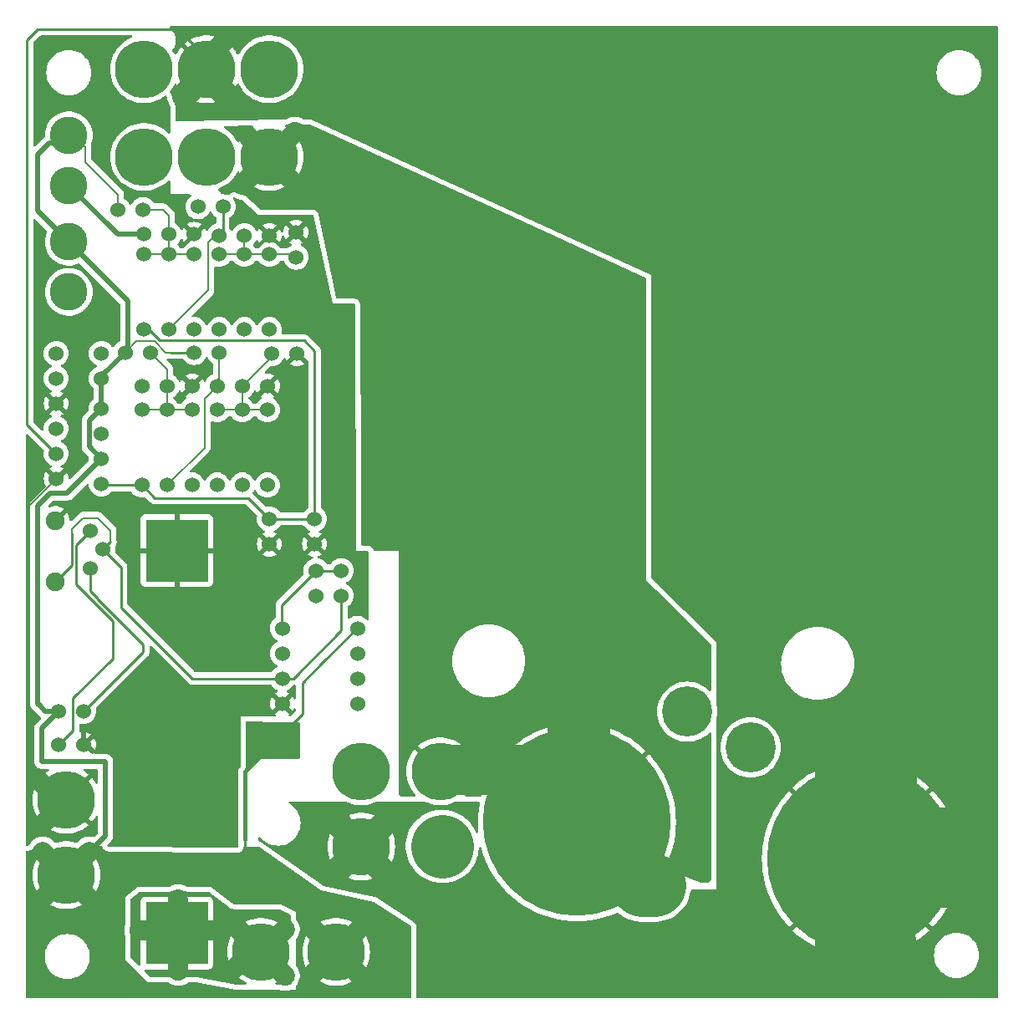
<source format=gbr>
%TF.GenerationSoftware,KiCad,Pcbnew,8.0.6*%
%TF.CreationDate,2025-01-03T13:59:32-07:00*%
%TF.ProjectId,Shutter current limit,53687574-7465-4722-9063-757272656e74,rev?*%
%TF.SameCoordinates,Original*%
%TF.FileFunction,Copper,L1,Top*%
%TF.FilePolarity,Positive*%
%FSLAX46Y46*%
G04 Gerber Fmt 4.6, Leading zero omitted, Abs format (unit mm)*
G04 Created by KiCad (PCBNEW 8.0.6) date 2025-01-03 13:59:32*
%MOMM*%
%LPD*%
G01*
G04 APERTURE LIST*
%TA.AperFunction,ComponentPad*%
%ADD10C,1.524000*%
%TD*%
%TA.AperFunction,ComponentPad*%
%ADD11C,1.905000*%
%TD*%
%TA.AperFunction,ComponentPad*%
%ADD12C,5.842000*%
%TD*%
%TA.AperFunction,ComponentPad*%
%ADD13R,6.350000X6.350000*%
%TD*%
%TA.AperFunction,ComponentPad*%
%ADD14C,3.810000*%
%TD*%
%TA.AperFunction,ComponentPad*%
%ADD15C,19.050000*%
%TD*%
%TA.AperFunction,ComponentPad*%
%ADD16C,5.080000*%
%TD*%
%TA.AperFunction,Conductor*%
%ADD17C,0.508000*%
%TD*%
%TA.AperFunction,Conductor*%
%ADD18C,0.200000*%
%TD*%
%TA.AperFunction,Conductor*%
%ADD19C,2.032000*%
%TD*%
%TA.AperFunction,Conductor*%
%ADD20C,0.254000*%
%TD*%
%TA.AperFunction,Conductor*%
%ADD21C,6.350000*%
%TD*%
%TA.AperFunction,Conductor*%
%ADD22C,5.080000*%
%TD*%
%TA.AperFunction,Conductor*%
%ADD23C,10.160000*%
%TD*%
%TA.AperFunction,Conductor*%
%ADD24C,2.540000*%
%TD*%
G04 APERTURE END LIST*
D10*
%TO.P,D1,1,K*%
%TO.N,Net-(D1-K)*%
X77876400Y-86586200D03*
%TO.P,D1,2,A*%
%TO.N,Net-(D1-A)*%
X77876400Y-94206200D03*
%TD*%
%TO.P,R6,1*%
%TO.N,POR*%
X85184800Y-97635200D03*
%TO.P,R6,2*%
%TO.N,Earth*%
X85184800Y-100175200D03*
%TD*%
%TO.P,Q3,1,D*%
%TO.N,Net-(D3-K)*%
X75336400Y-84173200D03*
%TO.P,Q3,2,G*%
%TO.N,Net-(D1-K)*%
X77876400Y-84173200D03*
%TO.P,Q3,3,S*%
%TO.N,Earth*%
X80416400Y-84173200D03*
%TD*%
%TO.P,U1,1*%
%TO.N,Net-(R8-Pad2)*%
X81915000Y-108712000D03*
%TO.P,U1,2,-*%
%TO.N,Net-(J2-Neg)*%
X81915000Y-111252000D03*
%TO.P,U1,3,+*%
%TO.N,Net-(U1-+)*%
X81915000Y-113792000D03*
%TO.P,U1,4*%
%TO.N,Earth*%
X81915000Y-116332000D03*
%TO.P,U1,5*%
%TO.N,N/C*%
X89535000Y-116332000D03*
%TO.P,U1,6*%
X89535000Y-113792000D03*
%TO.P,U1,7*%
X89535000Y-111252000D03*
%TO.P,U1,8*%
%TO.N,+12*%
X89535000Y-108712000D03*
%TD*%
D11*
%TO.P,TP2,1*%
%TO.N,Earth*%
X58928000Y-97790000D03*
%TD*%
D10*
%TO.P,R4,1*%
%TO.N,+12*%
X59276800Y-117109200D03*
%TO.P,R4,2*%
%TO.N,Net-(R4-Pad2)*%
X61816800Y-117109200D03*
%TD*%
%TO.P,D8,1,K*%
%TO.N,Net-(D11-A)*%
X78072800Y-70838200D03*
%TO.P,D8,2,A*%
%TO.N,Net-(D4-K)*%
X78072800Y-78458200D03*
%TD*%
%TO.P,R12,1*%
%TO.N,+12*%
X72986500Y-80772000D03*
%TO.P,R12,2*%
%TO.N,Net-(D3-K)*%
X75526500Y-80772000D03*
%TD*%
D12*
%TO.P,J4,1,Pos*%
%TO.N,K2 NC*%
X89916000Y-123190000D03*
%TO.P,J4,2,Neg*%
%TO.N,K1 NC*%
X89916000Y-130810000D03*
%TD*%
%TO.P,K_cont2,30,Com*%
%TO.N,Net-(D14-A)*%
X80612800Y-52074400D03*
%TO.P,K_cont2,87,NO*%
%TO.N,unconnected-(K_cont2-NO-Pad87)*%
X67912800Y-52074400D03*
%TO.P,K_cont2,87A,NC*%
%TO.N,K1 NC*%
X74262800Y-52074400D03*
%TD*%
D10*
%TO.P,D3,1,K*%
%TO.N,Net-(D3-K)*%
X70256400Y-94206200D03*
%TO.P,D3,2,A*%
%TO.N,Net-(D3-A)*%
X70256400Y-86586200D03*
%TD*%
D11*
%TO.P,TP1,1*%
%TO.N,Net-(U1-+)*%
X58928000Y-103997000D03*
%TD*%
D10*
%TO.P,R9,1*%
%TO.N,Net-(R8-Pad2)*%
X85344000Y-102870000D03*
%TO.P,R9,2*%
%TO.N,Net-(D2-A)*%
X85344000Y-105410000D03*
%TD*%
%TO.P,R13,1*%
%TO.N,Net-(D11-A)*%
X83312000Y-71120000D03*
%TO.P,R13,2*%
%TO.N,Earth*%
X83312000Y-68580000D03*
%TD*%
%TO.P,D6,1,K*%
%TO.N,POR*%
X67716400Y-94206200D03*
%TO.P,D6,2,A*%
%TO.N,Net-(D3-A)*%
X67716400Y-86586200D03*
%TD*%
D13*
%TO.P,R7,1*%
%TO.N,Net-(J2-Neg)*%
X71247000Y-139573000D03*
%TO.P,R7,2*%
%TO.N,Earth*%
X71247000Y-100838000D03*
%TD*%
D10*
%TO.P,D9,1,K*%
%TO.N,Net-(D9-K)*%
X70452800Y-78458200D03*
%TO.P,D9,2,A*%
%TO.N,Net-(D10-A)*%
X70452800Y-70838200D03*
%TD*%
%TO.P,D7,1,K*%
%TO.N,Net-(D11-A)*%
X80612800Y-70838200D03*
%TO.P,D7,2,A*%
%TO.N,Net-(D2-A)*%
X80612800Y-78458200D03*
%TD*%
%TO.P,R8,1*%
%TO.N,Net-(U1-+)*%
X87884000Y-105410000D03*
%TO.P,R8,2*%
%TO.N,Net-(R8-Pad2)*%
X87884000Y-102870000D03*
%TD*%
%TO.P,RV1,1,1*%
%TO.N,Net-(R5-Pad1)*%
X62484000Y-98806000D03*
%TO.P,RV1,2,2*%
%TO.N,Net-(U1-+)*%
X63754000Y-100711000D03*
%TO.P,RV1,3,3*%
%TO.N,Net-(R4-Pad2)*%
X62484000Y-102616000D03*
%TD*%
%TO.P,Q2,1,D*%
%TO.N,Net-(D1-A)*%
X59022800Y-88491200D03*
%TO.P,Q2,2,G*%
%TO.N,K1 NC*%
X59022800Y-91031200D03*
%TO.P,Q2,3,S*%
%TO.N,Earth*%
X59022800Y-93571200D03*
%TD*%
%TO.P,R1,1*%
%TO.N,+12*%
X63594800Y-83411200D03*
%TO.P,R1,2*%
%TO.N,Net-(D4-K)*%
X63594800Y-80871200D03*
%TD*%
D14*
%TO.P,K_coil2,85,Coil_A*%
%TO.N,+12*%
X60292800Y-69568200D03*
%TO.P,K_coil2,86,Coil_B*%
%TO.N,Net-(D5-K)*%
X60292800Y-74648200D03*
%TD*%
D10*
%TO.P,R3,1*%
%TO.N,+12*%
X63594800Y-91539200D03*
%TO.P,R3,2*%
%TO.N,POR*%
X63594800Y-94079200D03*
%TD*%
%TO.P,D12,1,K*%
%TO.N,POR*%
X67912800Y-78458200D03*
%TO.P,D12,2,A*%
%TO.N,Net-(D10-A)*%
X67912800Y-70838200D03*
%TD*%
%TO.P,D10,1,K*%
%TO.N,Net-(D1-A)*%
X72992800Y-78458200D03*
%TO.P,D10,2,A*%
%TO.N,Net-(D10-A)*%
X72992800Y-70838200D03*
%TD*%
D15*
%TO.P,D14,1,K*%
%TO.N,K1 NC*%
X140525500Y-132054600D03*
D16*
%TO.P,D14,2,A*%
%TO.N,Net-(D14-A)*%
X129349500Y-120777000D03*
%TD*%
D10*
%TO.P,D4,1,K*%
%TO.N,Net-(D4-K)*%
X72796400Y-94206200D03*
%TO.P,D4,2,A*%
%TO.N,Net-(D3-A)*%
X72796400Y-86586200D03*
%TD*%
%TO.P,D2,1,K*%
%TO.N,Net-(D1-K)*%
X80416400Y-86586200D03*
%TO.P,D2,2,A*%
%TO.N,Net-(D2-A)*%
X80416400Y-94206200D03*
%TD*%
D14*
%TO.P,K_coil1,85,Coil_A*%
%TO.N,+12*%
X60292800Y-58773200D03*
%TO.P,K_coil1,86,Coil_B*%
%TO.N,Net-(D11-K)*%
X60292800Y-63853200D03*
%TD*%
D10*
%TO.P,C1,1*%
%TO.N,POR*%
X80612800Y-97635200D03*
%TO.P,C1,2*%
%TO.N,Earth*%
X80612800Y-100175200D03*
%TD*%
%TO.P,R11,1*%
%TO.N,+12*%
X66001500Y-80772000D03*
%TO.P,R11,2*%
%TO.N,Net-(D3-A)*%
X68541500Y-80772000D03*
%TD*%
%TO.P,R14,1*%
%TO.N,+12*%
X65278000Y-66294000D03*
%TO.P,R14,2*%
%TO.N,Net-(D10-A)*%
X67818000Y-66294000D03*
%TD*%
%TO.P,R15,1*%
%TO.N,+12*%
X73367500Y-66014600D03*
%TO.P,R15,2*%
%TO.N,Net-(D9-K)*%
X75907500Y-66014600D03*
%TD*%
%TO.P,Q4,1,D*%
%TO.N,Net-(D5-K)*%
X67716400Y-84173200D03*
%TO.P,Q4,2,G*%
%TO.N,Net-(D3-A)*%
X70256400Y-84173200D03*
%TO.P,Q4,3,S*%
%TO.N,Earth*%
X72796400Y-84173200D03*
%TD*%
%TO.P,R10,1*%
%TO.N,Net-(D1-K)*%
X80866800Y-80871200D03*
%TO.P,R10,2*%
%TO.N,Earth*%
X83406800Y-80871200D03*
%TD*%
D12*
%TO.P,J1,1,Pos*%
%TO.N,+12*%
X60038800Y-133703200D03*
%TO.P,J1,2,Neg*%
%TO.N,Earth*%
X60038800Y-126083200D03*
%TD*%
%TO.P,J2,1,Pos*%
%TO.N,+12*%
X87370000Y-141478000D03*
%TO.P,J2,2,Neg*%
%TO.N,Net-(J2-Neg)*%
X79750000Y-141478000D03*
%TD*%
D10*
%TO.P,Q5,1,D*%
%TO.N,Net-(D9-K)*%
X75532800Y-68933200D03*
%TO.P,Q5,2,G*%
%TO.N,Net-(D11-A)*%
X78072800Y-68933200D03*
%TO.P,Q5,3,S*%
%TO.N,Earth*%
X80612800Y-68933200D03*
%TD*%
%TO.P,D11,1,K*%
%TO.N,Net-(D11-K)*%
X75532800Y-78458200D03*
%TO.P,D11,2,A*%
%TO.N,Net-(D11-A)*%
X75532800Y-70838200D03*
%TD*%
%TO.P,R2,1*%
%TO.N,+12*%
X63594800Y-86459200D03*
%TO.P,R2,2*%
%TO.N,Net-(D1-A)*%
X63594800Y-88999200D03*
%TD*%
%TO.P,Q1,1,D*%
%TO.N,Net-(D4-K)*%
X59022800Y-80871200D03*
%TO.P,Q1,2,G*%
%TO.N,K2 NC*%
X59022800Y-83411200D03*
%TO.P,Q1,3,S*%
%TO.N,Earth*%
X59022800Y-85951200D03*
%TD*%
D12*
%TO.P,J3,1,Pos*%
%TO.N,Net-(D13-K)*%
X97917000Y-123190000D03*
%TO.P,J3,2,Neg*%
%TO.N,Net-(D14-A)*%
X97917000Y-130810000D03*
%TD*%
D10*
%TO.P,Q6,1,D*%
%TO.N,Net-(D11-K)*%
X67912800Y-68805334D03*
%TO.P,Q6,2,G*%
%TO.N,Net-(D10-A)*%
X70452800Y-68805334D03*
%TO.P,Q6,3,S*%
%TO.N,Earth*%
X72992800Y-68805334D03*
%TD*%
%TO.P,D5,1,K*%
%TO.N,Net-(D5-K)*%
X75336400Y-94206200D03*
%TO.P,D5,2,A*%
%TO.N,Net-(D1-K)*%
X75336400Y-86586200D03*
%TD*%
D12*
%TO.P,K_cont1,30,Com*%
%TO.N,Net-(D13-K)*%
X80612800Y-60960000D03*
%TO.P,K_cont1,87,NO*%
%TO.N,unconnected-(K_cont1-NO-Pad87)*%
X67912800Y-60960000D03*
%TO.P,K_cont1,87A,NC*%
%TO.N,K2 NC*%
X74262800Y-60960000D03*
%TD*%
D10*
%TO.P,R5,1*%
%TO.N,Net-(R5-Pad1)*%
X59276800Y-120495200D03*
%TO.P,R5,2*%
%TO.N,Earth*%
X61816800Y-120495200D03*
%TD*%
D15*
%TO.P,D13,1,K*%
%TO.N,Net-(D13-K)*%
X111760000Y-128333500D03*
D16*
%TO.P,D13,2,A*%
%TO.N,K2 NC*%
X122936000Y-117157500D03*
%TD*%
D17*
%TO.N,Earth*%
X60098800Y-126083200D02*
X60198000Y-125984000D01*
D18*
X58646200Y-126083200D02*
X60038800Y-126083200D01*
D19*
X60038800Y-126083200D02*
X59281200Y-126083200D01*
D18*
X60706000Y-87630000D02*
X60706000Y-92202000D01*
X60706000Y-87630000D02*
X60701600Y-87630000D01*
X59336800Y-93571200D02*
X60706000Y-92202000D01*
X56261000Y-96333000D02*
X56261000Y-123698000D01*
X56261000Y-123698000D02*
X58646200Y-126083200D01*
D19*
X60038800Y-126083200D02*
X60038800Y-126143200D01*
D17*
X62075200Y-120495200D02*
X62738000Y-121158000D01*
D18*
X60701600Y-87630000D02*
X59022800Y-85951200D01*
D17*
X60038800Y-126083200D02*
X60098800Y-126083200D01*
D20*
X81180800Y-68933200D02*
X80612800Y-68933200D01*
D17*
X61816800Y-120495200D02*
X61816800Y-119220800D01*
X61816800Y-119220800D02*
X61722000Y-119126000D01*
D19*
X59281200Y-126083200D02*
X57404000Y-124206000D01*
X60038800Y-126143200D02*
X57658000Y-128524000D01*
D18*
X59022800Y-93571200D02*
X56261000Y-96333000D01*
D17*
X61816800Y-120495200D02*
X62075200Y-120495200D01*
D18*
X59022800Y-93571200D02*
X59336800Y-93571200D01*
D20*
%TO.N,POR*%
X63721800Y-94206200D02*
X63594800Y-94079200D01*
X85184800Y-97635200D02*
X85184800Y-80612800D01*
X67716400Y-94206200D02*
X63721800Y-94206200D01*
X85184800Y-97635200D02*
X80612800Y-97635200D01*
X69483070Y-79547200D02*
X68394070Y-78458200D01*
X68394070Y-78458200D02*
X67912800Y-78458200D01*
X78486000Y-95504000D02*
X69014200Y-95504000D01*
X85184800Y-80612800D02*
X84119200Y-79547200D01*
X84119200Y-79547200D02*
X69483070Y-79547200D01*
X78486000Y-95508400D02*
X78486000Y-95504000D01*
X80612800Y-97635200D02*
X78486000Y-95508400D01*
X69014200Y-95504000D02*
X67716400Y-94206200D01*
D18*
%TO.N,Net-(D1-K)*%
X77876400Y-86586200D02*
X77876400Y-84173200D01*
X75336400Y-86586200D02*
X80416400Y-86586200D01*
X80866800Y-81379200D02*
X80866800Y-80871200D01*
X77876400Y-84173200D02*
X80670400Y-81379200D01*
%TO.N,Net-(D3-A)*%
X70256400Y-84173200D02*
X70256400Y-82486900D01*
X70256400Y-86586200D02*
X70256400Y-84173200D01*
X67716400Y-86586200D02*
X72796400Y-86586200D01*
X70256400Y-82486900D02*
X68541500Y-80772000D01*
%TO.N,Net-(D3-K)*%
X75336400Y-84173200D02*
X74041000Y-85468600D01*
X74041000Y-85468600D02*
X74041000Y-90421600D01*
X75526500Y-80772000D02*
X75526500Y-83983100D01*
X74041000Y-90421600D02*
X70256400Y-94206200D01*
X75532800Y-81125200D02*
X75786800Y-80871200D01*
X75526500Y-83983100D02*
X75336400Y-84173200D01*
D20*
%TO.N,Net-(D4-K)*%
X78091800Y-78458200D02*
X78100000Y-78450000D01*
X78072800Y-78458200D02*
X78091800Y-78458200D01*
D18*
%TO.N,Net-(D11-A)*%
X78072800Y-70838200D02*
X78072800Y-68933200D01*
X75532800Y-70838200D02*
X80612800Y-70838200D01*
X80612800Y-70838200D02*
X83030200Y-70838200D01*
X83030200Y-70838200D02*
X83312000Y-71120000D01*
%TO.N,Net-(D9-K)*%
X75084800Y-68933200D02*
X74422000Y-69596000D01*
X75433600Y-68834000D02*
X75184000Y-68834000D01*
X75378000Y-69088000D02*
X75532800Y-68933200D01*
X75532800Y-68933200D02*
X75084800Y-68933200D01*
D20*
X75907500Y-68558500D02*
X75532800Y-68933200D01*
X75907500Y-66014600D02*
X75907500Y-68558500D01*
D18*
X74422000Y-69596000D02*
X74422000Y-74489000D01*
X75378000Y-69088000D02*
X75184000Y-69088000D01*
X75433600Y-68834000D02*
X75532800Y-68933200D01*
X74422000Y-74489000D02*
X70452800Y-78458200D01*
X75532800Y-68933200D02*
X74830800Y-68933200D01*
%TO.N,Net-(D10-A)*%
X69845600Y-66294000D02*
X67818000Y-66294000D01*
X67912800Y-70838200D02*
X72992800Y-70838200D01*
X70452800Y-70838200D02*
X70452800Y-68805334D01*
X70452800Y-68805334D02*
X70452800Y-66901200D01*
X70452800Y-66901200D02*
X69845600Y-66294000D01*
D17*
%TO.N,Net-(D11-K)*%
X65244934Y-68805334D02*
X67912800Y-68805334D01*
X60292800Y-63853200D02*
X65244934Y-68805334D01*
D21*
%TO.N,Net-(D13-K)*%
X111950500Y-128333500D02*
X109880400Y-126263400D01*
D19*
X80612800Y-60960000D02*
X80645000Y-60960000D01*
X80612800Y-60960000D02*
X80612800Y-61054800D01*
X80612800Y-61054800D02*
X83058000Y-63500000D01*
D22*
X111760000Y-128333500D02*
X106489500Y-123063000D01*
D21*
X111950500Y-128333500D02*
X109474000Y-130810000D01*
D19*
X80518000Y-60960000D02*
X78359000Y-58801000D01*
D21*
X118364000Y-134747000D02*
X119634000Y-134747000D01*
X111950500Y-128333500D02*
X111887000Y-128270000D01*
X111887000Y-128270000D02*
X111887000Y-117729000D01*
D23*
X111950500Y-127190500D02*
X112014000Y-127127000D01*
X111950500Y-128333500D02*
X111950500Y-127190500D01*
D19*
X80612800Y-60960000D02*
X80518000Y-60960000D01*
X80645000Y-60960000D02*
X83185000Y-58420000D01*
X80612800Y-60960000D02*
X80612800Y-60992200D01*
D21*
X111950500Y-128333500D02*
X118364000Y-134747000D01*
D22*
X106489500Y-123063000D02*
X97917000Y-123063000D01*
D19*
X80612800Y-60992200D02*
X77851000Y-63754000D01*
D17*
%TO.N,+12*%
X57150000Y-116332000D02*
X57277000Y-116459000D01*
X57927200Y-117109200D02*
X57277000Y-116459000D01*
X57531000Y-122174000D02*
X57531000Y-118855000D01*
D18*
X70104000Y-80772000D02*
X70612000Y-80772000D01*
D17*
X59503000Y-59563000D02*
X60292800Y-58773200D01*
X60038800Y-133703200D02*
X64008000Y-129734000D01*
X60292800Y-69568200D02*
X57150000Y-66425400D01*
D19*
X60038800Y-133703200D02*
X60038800Y-133698800D01*
D17*
X63594800Y-86459200D02*
X63594800Y-83178700D01*
D18*
X63594800Y-83178700D02*
X63594800Y-83411200D01*
D19*
X87235000Y-141492000D02*
X84963000Y-143764000D01*
D18*
X63594800Y-83411200D02*
X63594800Y-86459200D01*
D17*
X57658000Y-95758000D02*
X58420000Y-94996000D01*
D20*
X85962900Y-112251900D02*
X83947000Y-114267800D01*
D17*
X62378800Y-90323200D02*
X62378800Y-87675200D01*
X64008000Y-129734000D02*
X64008000Y-129540000D01*
D20*
X83947000Y-114267800D02*
X83947000Y-117348000D01*
D17*
X62378800Y-87675200D02*
X63594800Y-86459200D01*
X64008000Y-129540000D02*
X64008000Y-122174000D01*
X66001500Y-80772000D02*
X66274750Y-80498750D01*
D19*
X87370000Y-141492000D02*
X87235000Y-141492000D01*
D18*
X67144500Y-79629000D02*
X68961000Y-79629000D01*
D17*
X63594800Y-91539200D02*
X62378800Y-90323200D01*
X59276800Y-117109200D02*
X57927200Y-117109200D01*
D20*
X78105000Y-123317000D02*
X78105000Y-131699000D01*
D19*
X60038800Y-133703200D02*
X60038800Y-133636200D01*
D18*
X65278000Y-64770000D02*
X65278000Y-66294000D01*
D19*
X60038800Y-133703200D02*
X62479600Y-136144000D01*
D17*
X57531000Y-118855000D02*
X59276800Y-117109200D01*
D19*
X87370000Y-141492000D02*
X87370000Y-141472000D01*
D20*
X85962900Y-112251900D02*
X89502800Y-108712000D01*
D18*
X61976000Y-59944000D02*
X61976000Y-61468000D01*
D19*
X60038800Y-133703200D02*
X57531000Y-136211000D01*
D18*
X64008000Y-129794000D02*
X64008000Y-129540000D01*
D19*
X62479600Y-136144000D02*
X62484000Y-136144000D01*
D17*
X57150000Y-96266000D02*
X57150000Y-116332000D01*
X58420000Y-94996000D02*
X60138000Y-94996000D01*
D18*
X66001500Y-80772000D02*
X67144500Y-79629000D01*
D17*
X57150000Y-66425400D02*
X57150000Y-60706000D01*
D19*
X60038800Y-133698800D02*
X57658000Y-131318000D01*
D17*
X57150000Y-60706000D02*
X58293000Y-59563000D01*
X66274750Y-80498750D02*
X66274750Y-75550150D01*
D20*
X72986500Y-80772000D02*
X70612000Y-80772000D01*
D18*
X60292800Y-58773200D02*
X60805200Y-58773200D01*
D17*
X58293000Y-59563000D02*
X59503000Y-59563000D01*
D19*
X87370000Y-141492000D02*
X87390000Y-141492000D01*
D18*
X60805200Y-58773200D02*
X61976000Y-59944000D01*
D19*
X57531000Y-136211000D02*
X57531000Y-136271000D01*
D17*
X60138000Y-94996000D02*
X63594800Y-91539200D01*
D19*
X87390000Y-141492000D02*
X89789000Y-143891000D01*
D17*
X64008000Y-122174000D02*
X57531000Y-122174000D01*
X66274750Y-75550150D02*
X60292800Y-69568200D01*
D19*
X87370000Y-141492000D02*
X87370000Y-141484000D01*
D18*
X68961000Y-79629000D02*
X70104000Y-80772000D01*
X60038800Y-133703200D02*
X63948000Y-129794000D01*
D20*
X83947000Y-117348000D02*
X78105000Y-123190000D01*
D18*
X61976000Y-61468000D02*
X65278000Y-64770000D01*
D17*
X57658000Y-95758000D02*
X57150000Y-96266000D01*
D19*
X87370000Y-141472000D02*
X84963000Y-139065000D01*
D20*
X78105000Y-123190000D02*
X78105000Y-123317000D01*
D19*
X87370000Y-141484000D02*
X89662000Y-139192000D01*
D17*
X63594800Y-83178700D02*
X66001500Y-80772000D01*
D19*
X60038800Y-133636200D02*
X62357000Y-131318000D01*
D20*
%TO.N,Net-(U1-+)*%
X83032600Y-113792000D02*
X72833600Y-113792000D01*
X65595500Y-102616000D02*
X65595500Y-106553900D01*
D18*
X64516000Y-99949000D02*
X64516000Y-98806000D01*
D20*
X87884000Y-105410000D02*
X87884000Y-108940600D01*
X87884000Y-108940600D02*
X83032600Y-113792000D01*
X60579000Y-99060000D02*
X60579000Y-102336600D01*
X58928000Y-103987600D02*
X60198000Y-102717600D01*
D18*
X61722000Y-97536000D02*
X60579000Y-98679000D01*
X64516000Y-98806000D02*
X63246000Y-97536000D01*
D20*
X63754000Y-100711000D02*
X65595500Y-102552500D01*
X63754000Y-100711000D02*
X64516000Y-99949000D01*
X72833600Y-113792000D02*
X65626800Y-106585200D01*
X60579000Y-102336600D02*
X60198000Y-102717600D01*
D18*
X63246000Y-97536000D02*
X61722000Y-97536000D01*
D20*
X65595500Y-106553900D02*
X65626800Y-106585200D01*
D18*
X60579000Y-98679000D02*
X60579000Y-99568000D01*
D20*
X65595500Y-102552500D02*
X65595500Y-102616000D01*
%TO.N,Net-(R5-Pad1)*%
X61033000Y-100257000D02*
X61033000Y-104220053D01*
X64770000Y-107957053D02*
X64770000Y-111760000D01*
X60727800Y-119044200D02*
X59276800Y-120495200D01*
X61033000Y-104220053D02*
X64770000Y-107957053D01*
X64770000Y-111760000D02*
X60727800Y-115802200D01*
X62484000Y-98806000D02*
X61033000Y-100257000D01*
X60727800Y-115802200D02*
X60727800Y-119044200D01*
%TO.N,Net-(R4-Pad2)*%
X62484000Y-104966400D02*
X62484000Y-102616000D01*
X63213800Y-105696200D02*
X63182500Y-105727500D01*
X67818000Y-110363000D02*
X63182500Y-105727500D01*
X61816800Y-117109200D02*
X67818000Y-111108000D01*
X67818000Y-111108000D02*
X67818000Y-110363000D01*
X63213800Y-105696200D02*
X62484000Y-104966400D01*
D21*
%TO.N,Net-(D14-A)*%
X98146173Y-130810000D02*
X98095086Y-130758913D01*
D18*
X80612800Y-52074400D02*
X80645000Y-52042200D01*
X80612800Y-52074400D02*
X80612800Y-50800000D01*
D19*
%TO.N,Net-(J2-Neg)*%
X79750000Y-141478000D02*
X78740000Y-141478000D01*
X79770000Y-141492000D02*
X82169000Y-143891000D01*
X79750000Y-141492000D02*
X79615000Y-141492000D01*
X79869000Y-141492000D02*
X82169000Y-139192000D01*
X71374000Y-139319000D02*
X75184000Y-139319000D01*
X79750000Y-141472000D02*
X77343000Y-139065000D01*
D22*
X71369600Y-139446000D02*
X71341800Y-139418200D01*
D19*
X71374000Y-139319000D02*
X71374000Y-139386000D01*
X78740000Y-141478000D02*
X77216000Y-143002000D01*
X79750000Y-141492000D02*
X79750000Y-141472000D01*
X79750000Y-141492000D02*
X79869000Y-141492000D01*
X71374000Y-139319000D02*
X71374000Y-143383000D01*
X71374000Y-139386000D02*
X71374000Y-136144000D01*
X79750000Y-141492000D02*
X79770000Y-141492000D01*
X71374000Y-139319000D02*
X67437000Y-139319000D01*
D20*
%TO.N,Net-(R8-Pad2)*%
X81882800Y-108712000D02*
X81882800Y-106331200D01*
X81882800Y-106331200D02*
X85344000Y-102870000D01*
X85344000Y-102870000D02*
X87884000Y-102870000D01*
%TO.N,K2 NC*%
X59027200Y-83411200D02*
X59055000Y-83439000D01*
D24*
%TO.N,K1 NC*%
X90170000Y-131318000D02*
X92202000Y-133350000D01*
D23*
X141097000Y-132054600D02*
X141097000Y-123190000D01*
D19*
X74262800Y-52074400D02*
X74262800Y-50959200D01*
D24*
X74262800Y-52483200D02*
X72009000Y-54737000D01*
X74262800Y-52074400D02*
X74262800Y-53340000D01*
D19*
X74262800Y-50959200D02*
X75946000Y-49276000D01*
D20*
X56049800Y-49106200D02*
X56049800Y-88058200D01*
D24*
X87630000Y-128524000D02*
X87630000Y-128270000D01*
D23*
X141198600Y-131953000D02*
X141097000Y-132054600D01*
X140970000Y-123063000D02*
X140970000Y-141113200D01*
X140970000Y-141113200D02*
X141097000Y-141113200D01*
D24*
X89916000Y-130810000D02*
X87630000Y-128524000D01*
X89916000Y-130810000D02*
X90170000Y-131064000D01*
X74262800Y-52074400D02*
X74262800Y-52483200D01*
D23*
X140175800Y-132407800D02*
X143588600Y-132407800D01*
X149342800Y-131953000D02*
X141198600Y-131953000D01*
D24*
X74262800Y-52074400D02*
X74262800Y-52672800D01*
D20*
X56049800Y-88058200D02*
X59022800Y-91031200D01*
D23*
X141097000Y-132054600D02*
X141097000Y-131445000D01*
X140175800Y-132407800D02*
X140175800Y-133382200D01*
D24*
X89916000Y-130810000D02*
X87376000Y-133350000D01*
X74262800Y-52074400D02*
X74262800Y-53543200D01*
X89916000Y-130810000D02*
X92202000Y-128524000D01*
D20*
X74262800Y-52074400D02*
X74262800Y-50894800D01*
D24*
X74262800Y-52672800D02*
X76200000Y-54610000D01*
D23*
X140175800Y-132407800D02*
X140175800Y-132366200D01*
D24*
X90170000Y-131064000D02*
X90170000Y-131318000D01*
D20*
X57150000Y-48006000D02*
X56049800Y-49106200D01*
D23*
X141097000Y-123190000D02*
X140970000Y-123063000D01*
D20*
X74262800Y-50894800D02*
X71374000Y-48006000D01*
X71374000Y-48006000D02*
X57150000Y-48006000D01*
%TD*%
%TA.AperFunction,Conductor*%
%TO.N,Earth*%
G36*
X68658703Y-110516282D02*
G01*
X68665181Y-110522314D01*
X72428488Y-114285622D01*
X72428492Y-114285625D01*
X72532571Y-114355169D01*
X72532584Y-114355176D01*
X72648226Y-114403076D01*
X72648231Y-114403078D01*
X72734199Y-114420178D01*
X72771004Y-114427499D01*
X72771008Y-114427500D01*
X72771009Y-114427500D01*
X72896191Y-114427500D01*
X80744438Y-114427500D01*
X80811477Y-114447185D01*
X80846009Y-114480372D01*
X80938023Y-114611781D01*
X81095219Y-114768977D01*
X81277323Y-114896488D01*
X81401317Y-114954307D01*
X81453756Y-115000479D01*
X81472908Y-115067673D01*
X81452692Y-115134554D01*
X81401317Y-115179071D01*
X81281590Y-115234901D01*
X81216811Y-115280258D01*
X81887553Y-115951000D01*
X81864840Y-115951000D01*
X81767939Y-115976964D01*
X81681060Y-116027124D01*
X81610124Y-116098060D01*
X81559964Y-116184939D01*
X81534000Y-116281840D01*
X81534000Y-116304553D01*
X80863258Y-115633811D01*
X80817901Y-115698590D01*
X80724579Y-115898720D01*
X80724575Y-115898729D01*
X80667426Y-116112013D01*
X80667424Y-116112023D01*
X80648179Y-116331999D01*
X80648179Y-116332000D01*
X80667424Y-116551976D01*
X80667426Y-116551986D01*
X80724575Y-116765270D01*
X80724580Y-116765284D01*
X80817898Y-116965405D01*
X80817901Y-116965411D01*
X80863258Y-117030187D01*
X80863259Y-117030188D01*
X81534000Y-116359447D01*
X81534000Y-116382160D01*
X81559964Y-116479061D01*
X81610124Y-116565940D01*
X81681060Y-116636876D01*
X81767939Y-116687036D01*
X81864840Y-116713000D01*
X81887553Y-116713000D01*
X81216810Y-117383740D01*
X81217375Y-117390202D01*
X81249988Y-117431002D01*
X81257182Y-117500500D01*
X81225659Y-117562855D01*
X81165430Y-117598269D01*
X81135240Y-117602000D01*
X77724000Y-117602000D01*
X77724000Y-122620904D01*
X77704315Y-122687943D01*
X77687681Y-122708585D01*
X77611377Y-122784888D01*
X77611374Y-122784892D01*
X77541830Y-122888971D01*
X77541823Y-122888984D01*
X77493923Y-123004626D01*
X77493920Y-123004638D01*
X77469500Y-123127404D01*
X77469500Y-130809186D01*
X77449815Y-130876225D01*
X77397011Y-130921980D01*
X77344253Y-130933180D01*
X64316273Y-130802172D01*
X64249435Y-130781814D01*
X64204213Y-130728553D01*
X64194966Y-130659298D01*
X64224628Y-130596037D01*
X64229799Y-130590538D01*
X64600272Y-130220066D01*
X64683718Y-130095179D01*
X64741197Y-129956413D01*
X64759576Y-129864016D01*
X64770500Y-129809100D01*
X64770500Y-129464900D01*
X64770500Y-122098900D01*
X64770500Y-122098897D01*
X64741198Y-121951592D01*
X64741197Y-121951591D01*
X64741197Y-121951587D01*
X64683718Y-121812821D01*
X64683717Y-121812820D01*
X64683714Y-121812814D01*
X64600272Y-121687935D01*
X64600269Y-121687931D01*
X64494068Y-121581730D01*
X64494064Y-121581727D01*
X64369185Y-121498285D01*
X64369176Y-121498280D01*
X64230413Y-121440803D01*
X64230407Y-121440801D01*
X64083102Y-121411500D01*
X64083100Y-121411500D01*
X62954019Y-121411500D01*
X62886980Y-121391815D01*
X62841225Y-121339011D01*
X62831281Y-121269853D01*
X62852445Y-121216376D01*
X62913894Y-121128617D01*
X62913900Y-121128607D01*
X63007219Y-120928484D01*
X63007224Y-120928470D01*
X63064373Y-120715186D01*
X63064375Y-120715176D01*
X63083621Y-120495200D01*
X63083621Y-120495199D01*
X63064375Y-120275223D01*
X63064373Y-120275213D01*
X63007224Y-120061929D01*
X63007220Y-120061920D01*
X62913896Y-119861786D01*
X62868541Y-119797011D01*
X62868540Y-119797010D01*
X62197800Y-120467750D01*
X62197800Y-120445040D01*
X62171836Y-120348139D01*
X62121676Y-120261260D01*
X62050740Y-120190324D01*
X61963861Y-120140164D01*
X61866960Y-120114200D01*
X61844247Y-120114200D01*
X62514988Y-119443458D01*
X62450211Y-119398101D01*
X62450205Y-119398098D01*
X62250084Y-119304780D01*
X62250070Y-119304775D01*
X62036786Y-119247626D01*
X62036776Y-119247624D01*
X61816801Y-119228379D01*
X61816799Y-119228379D01*
X61596823Y-119247624D01*
X61596813Y-119247626D01*
X61513175Y-119270037D01*
X61443325Y-119268374D01*
X61385463Y-119229211D01*
X61357959Y-119164983D01*
X61359465Y-119126069D01*
X61363300Y-119106790D01*
X61363300Y-118464603D01*
X61382985Y-118397564D01*
X61435789Y-118351809D01*
X61504947Y-118341865D01*
X61519375Y-118344823D01*
X61595337Y-118365178D01*
X61753524Y-118379017D01*
X61816798Y-118384553D01*
X61816800Y-118384553D01*
X61816802Y-118384553D01*
X61872165Y-118379709D01*
X62038263Y-118365178D01*
X62252996Y-118307640D01*
X62454477Y-118213688D01*
X62636581Y-118086177D01*
X62793777Y-117928981D01*
X62921288Y-117746877D01*
X63015240Y-117545396D01*
X63072778Y-117330663D01*
X63092153Y-117109200D01*
X63090015Y-117084767D01*
X63085522Y-117033405D01*
X63072778Y-116887737D01*
X63062613Y-116849801D01*
X63064274Y-116779951D01*
X63094704Y-116730027D01*
X68311625Y-111513108D01*
X68381173Y-111409022D01*
X68429078Y-111293369D01*
X68453500Y-111170591D01*
X68453500Y-111045409D01*
X68453500Y-110609995D01*
X68473185Y-110542956D01*
X68525989Y-110497201D01*
X68595147Y-110487257D01*
X68658703Y-110516282D01*
G37*
%TD.AperFunction*%
%TA.AperFunction,Conductor*%
G36*
X56128503Y-89036082D02*
G01*
X56134981Y-89042114D01*
X57744893Y-90652026D01*
X57778378Y-90713349D01*
X57776987Y-90771800D01*
X57766822Y-90809734D01*
X57766822Y-90809738D01*
X57747447Y-91031197D01*
X57747447Y-91031202D01*
X57766821Y-91252657D01*
X57766822Y-91252665D01*
X57824358Y-91467391D01*
X57824359Y-91467393D01*
X57824360Y-91467396D01*
X57857841Y-91539196D01*
X57918311Y-91668876D01*
X57918312Y-91668877D01*
X58045823Y-91850981D01*
X58203019Y-92008177D01*
X58385123Y-92135688D01*
X58509117Y-92193507D01*
X58561556Y-92239679D01*
X58580708Y-92306873D01*
X58560492Y-92373754D01*
X58509117Y-92418271D01*
X58389390Y-92474101D01*
X58324611Y-92519458D01*
X58995353Y-93190200D01*
X58972640Y-93190200D01*
X58875739Y-93216164D01*
X58788860Y-93266324D01*
X58717924Y-93337260D01*
X58667764Y-93424139D01*
X58641800Y-93521040D01*
X58641800Y-93543753D01*
X57971058Y-92873011D01*
X57925701Y-92937790D01*
X57832379Y-93137920D01*
X57832375Y-93137929D01*
X57775226Y-93351213D01*
X57775224Y-93351223D01*
X57755979Y-93571199D01*
X57755979Y-93571200D01*
X57775224Y-93791176D01*
X57775226Y-93791186D01*
X57832375Y-94004470D01*
X57832380Y-94004484D01*
X57925699Y-94204607D01*
X57925703Y-94204615D01*
X57951415Y-94241335D01*
X57973742Y-94307541D01*
X57956732Y-94375308D01*
X57937521Y-94400139D01*
X57171934Y-95165728D01*
X56557726Y-95779935D01*
X56557723Y-95779938D01*
X56547782Y-95794819D01*
X56540965Y-95805022D01*
X56514255Y-95844996D01*
X56474281Y-95904821D01*
X56416803Y-96043586D01*
X56416801Y-96043592D01*
X56387500Y-96190897D01*
X56387500Y-96190900D01*
X56387500Y-116407100D01*
X56387500Y-116407102D01*
X56387499Y-116407102D01*
X56414369Y-116542177D01*
X56414370Y-116542180D01*
X56416802Y-116554412D01*
X56450960Y-116636876D01*
X56474282Y-116693179D01*
X56557727Y-116818065D01*
X56684727Y-116945065D01*
X57435980Y-117696319D01*
X57469465Y-117757642D01*
X57464481Y-117827334D01*
X57435980Y-117871681D01*
X56938728Y-118368933D01*
X56863833Y-118481024D01*
X56863831Y-118481026D01*
X56855284Y-118493816D01*
X56855281Y-118493822D01*
X56797803Y-118632586D01*
X56797801Y-118632592D01*
X56768500Y-118779897D01*
X56768500Y-118779900D01*
X56768500Y-122098900D01*
X56768500Y-122249100D01*
X56768500Y-122249102D01*
X56768499Y-122249102D01*
X56797801Y-122396407D01*
X56797803Y-122396413D01*
X56855280Y-122535176D01*
X56855285Y-122535185D01*
X56938727Y-122660064D01*
X56938730Y-122660068D01*
X57044931Y-122766269D01*
X57044935Y-122766272D01*
X57169814Y-122849714D01*
X57169820Y-122849717D01*
X57169821Y-122849718D01*
X57308587Y-122907197D01*
X57308591Y-122907197D01*
X57308592Y-122907198D01*
X57455897Y-122936500D01*
X57455900Y-122936500D01*
X58186466Y-122936500D01*
X58253505Y-122956185D01*
X58299260Y-123008989D01*
X58309204Y-123078147D01*
X58280179Y-123141703D01*
X58250394Y-123166751D01*
X58116166Y-123247512D01*
X58116163Y-123247514D01*
X57820832Y-123472018D01*
X57800465Y-123491309D01*
X57800465Y-123491311D01*
X59197973Y-124888819D01*
X59087348Y-124969193D01*
X58924793Y-125131748D01*
X58844419Y-125242372D01*
X57449398Y-123847351D01*
X57311364Y-124009859D01*
X57103191Y-124316890D01*
X57103188Y-124316894D01*
X56929428Y-124644640D01*
X56929419Y-124644658D01*
X56792115Y-124989268D01*
X56792113Y-124989275D01*
X56692877Y-125346692D01*
X56692871Y-125346718D01*
X56632860Y-125712767D01*
X56632858Y-125712784D01*
X56612775Y-126083197D01*
X56612775Y-126083202D01*
X56632858Y-126453615D01*
X56632860Y-126453632D01*
X56692871Y-126819681D01*
X56692877Y-126819707D01*
X56792113Y-127177124D01*
X56792115Y-127177131D01*
X56929419Y-127521741D01*
X56929428Y-127521759D01*
X57103188Y-127849505D01*
X57103191Y-127849509D01*
X57311364Y-128156540D01*
X57311371Y-128156550D01*
X57449397Y-128319046D01*
X57449398Y-128319047D01*
X58844419Y-126924026D01*
X58924793Y-127034652D01*
X59087348Y-127197207D01*
X59197972Y-127277579D01*
X57800464Y-128675087D01*
X57820837Y-128694385D01*
X57820838Y-128694386D01*
X58116163Y-128918885D01*
X58116179Y-128918896D01*
X58434016Y-129110131D01*
X58434029Y-129110138D01*
X58770686Y-129265892D01*
X59122241Y-129384346D01*
X59484532Y-129464092D01*
X59853317Y-129504199D01*
X59853325Y-129504200D01*
X60224275Y-129504200D01*
X60224282Y-129504199D01*
X60593067Y-129464092D01*
X60955358Y-129384346D01*
X61306913Y-129265892D01*
X61643570Y-129110138D01*
X61643583Y-129110131D01*
X61961420Y-128918896D01*
X61961427Y-128918891D01*
X62256771Y-128694377D01*
X62256772Y-128694376D01*
X62277133Y-128675089D01*
X62277133Y-128675087D01*
X60879627Y-127277580D01*
X60990252Y-127197207D01*
X61152807Y-127034652D01*
X61233180Y-126924027D01*
X62628200Y-128319046D01*
X62628201Y-128319046D01*
X62766228Y-128156550D01*
X62766235Y-128156540D01*
X62974405Y-127849514D01*
X63011944Y-127778709D01*
X63060738Y-127728700D01*
X63128823Y-127713008D01*
X63194583Y-127736618D01*
X63237140Y-127792032D01*
X63245500Y-127836792D01*
X63245500Y-129366799D01*
X63225815Y-129433838D01*
X63209181Y-129454480D01*
X62857260Y-129806401D01*
X62795937Y-129839886D01*
X62731261Y-129836651D01*
X62713989Y-129831039D01*
X62558433Y-129806401D01*
X62476981Y-129793500D01*
X62237020Y-129793500D01*
X62158017Y-129806013D01*
X62000010Y-129831039D01*
X61771797Y-129905188D01*
X61771794Y-129905189D01*
X61557987Y-130014130D01*
X61363856Y-130155175D01*
X61137340Y-130381690D01*
X61076017Y-130415174D01*
X61010066Y-130411517D01*
X60957638Y-130393852D01*
X60594444Y-130313907D01*
X60224743Y-130273700D01*
X60224742Y-130273700D01*
X59852858Y-130273700D01*
X59852856Y-130273700D01*
X59483155Y-130313907D01*
X59119961Y-130393852D01*
X59020709Y-130427294D01*
X58950894Y-130430046D01*
X58893435Y-130397466D01*
X58651147Y-130155178D01*
X58651145Y-130155176D01*
X58457012Y-130014130D01*
X58243205Y-129905189D01*
X58243202Y-129905188D01*
X58014989Y-129831039D01*
X57859432Y-129806401D01*
X57777980Y-129793500D01*
X57538020Y-129793500D01*
X57459017Y-129806013D01*
X57301010Y-129831039D01*
X57072797Y-129905188D01*
X57072794Y-129905189D01*
X56858987Y-130014130D01*
X56779783Y-130071676D01*
X56664855Y-130155176D01*
X56664853Y-130155178D01*
X56664852Y-130155178D01*
X56495178Y-130324852D01*
X56495178Y-130324853D01*
X56495176Y-130324855D01*
X56453883Y-130381690D01*
X56354130Y-130518987D01*
X56286051Y-130652599D01*
X56238076Y-130703395D01*
X56174319Y-130720298D01*
X56046053Y-130719008D01*
X55979215Y-130698650D01*
X55933993Y-130645389D01*
X55923300Y-130595014D01*
X55923300Y-89129795D01*
X55942985Y-89062756D01*
X55995789Y-89017001D01*
X56064947Y-89007057D01*
X56128503Y-89036082D01*
G37*
%TD.AperFunction*%
%TA.AperFunction,Conductor*%
G36*
X63188539Y-122956185D02*
G01*
X63234294Y-123008989D01*
X63245500Y-123060500D01*
X63245500Y-124329607D01*
X63225815Y-124396646D01*
X63173011Y-124442401D01*
X63103853Y-124452345D01*
X63040297Y-124423320D01*
X63011945Y-124387690D01*
X62974411Y-124316894D01*
X62974408Y-124316890D01*
X62766235Y-124009859D01*
X62766228Y-124009849D01*
X62628201Y-123847352D01*
X62628200Y-123847351D01*
X61233179Y-125242371D01*
X61152807Y-125131748D01*
X60990252Y-124969193D01*
X60879626Y-124888819D01*
X62277133Y-123491312D01*
X62277133Y-123491310D01*
X62256762Y-123472014D01*
X62256761Y-123472013D01*
X61961436Y-123247514D01*
X61961433Y-123247512D01*
X61827206Y-123166751D01*
X61779911Y-123115321D01*
X61767928Y-123046487D01*
X61795063Y-122982101D01*
X61852699Y-122942607D01*
X61891134Y-122936500D01*
X63121500Y-122936500D01*
X63188539Y-122956185D01*
G37*
%TD.AperFunction*%
%TA.AperFunction,Conductor*%
G36*
X82966741Y-117030188D02*
G01*
X83012094Y-116965417D01*
X83012100Y-116965407D01*
X83075118Y-116830266D01*
X83121290Y-116777826D01*
X83188483Y-116758674D01*
X83255365Y-116778890D01*
X83300699Y-116832055D01*
X83311500Y-116882670D01*
X83311500Y-117033405D01*
X83291815Y-117100444D01*
X83275181Y-117121086D01*
X82830586Y-117565681D01*
X82769263Y-117599166D01*
X82742905Y-117602000D01*
X82694760Y-117602000D01*
X82627721Y-117582315D01*
X82581966Y-117529511D01*
X82572022Y-117460353D01*
X82601047Y-117396797D01*
X82612987Y-117386028D01*
X82613188Y-117383741D01*
X81942448Y-116713000D01*
X81965160Y-116713000D01*
X82062061Y-116687036D01*
X82148940Y-116636876D01*
X82219876Y-116565940D01*
X82270036Y-116479061D01*
X82296000Y-116382160D01*
X82296000Y-116359447D01*
X82966741Y-117030188D01*
G37*
%TD.AperFunction*%
%TA.AperFunction,Conductor*%
G36*
X83232900Y-114420178D02*
G01*
X83288078Y-114463041D01*
X83311322Y-114528931D01*
X83311500Y-114535568D01*
X83311500Y-115781330D01*
X83291815Y-115848369D01*
X83239011Y-115894124D01*
X83169853Y-115904068D01*
X83106297Y-115875043D01*
X83075118Y-115833735D01*
X83012096Y-115698586D01*
X82966741Y-115633811D01*
X82966740Y-115633810D01*
X82296000Y-116304551D01*
X82296000Y-116281840D01*
X82270036Y-116184939D01*
X82219876Y-116098060D01*
X82148940Y-116027124D01*
X82062061Y-115976964D01*
X81965160Y-115951000D01*
X81942448Y-115951000D01*
X82613188Y-115280259D01*
X82613187Y-115280258D01*
X82548411Y-115234901D01*
X82548405Y-115234898D01*
X82428683Y-115179071D01*
X82376243Y-115132899D01*
X82357091Y-115065705D01*
X82377307Y-114998824D01*
X82428682Y-114954307D01*
X82552677Y-114896488D01*
X82734781Y-114768977D01*
X82891977Y-114611781D01*
X82983989Y-114480374D01*
X83038564Y-114436751D01*
X83085562Y-114427500D01*
X83095192Y-114427500D01*
X83095192Y-114427499D01*
X83126367Y-114421298D01*
X83163309Y-114413951D01*
X83232900Y-114420178D01*
G37*
%TD.AperFunction*%
%TA.AperFunction,Conductor*%
G36*
X62247439Y-94067410D02*
G01*
X62303373Y-94109281D01*
X62327634Y-94172784D01*
X62338821Y-94300658D01*
X62338822Y-94300665D01*
X62396358Y-94515391D01*
X62396359Y-94515393D01*
X62396360Y-94515396D01*
X62405385Y-94534750D01*
X62490311Y-94716876D01*
X62490312Y-94716877D01*
X62617823Y-94898981D01*
X62775019Y-95056177D01*
X62957123Y-95183688D01*
X63158604Y-95277640D01*
X63373337Y-95335178D01*
X63531524Y-95349017D01*
X63594798Y-95354553D01*
X63594800Y-95354553D01*
X63594802Y-95354553D01*
X63650165Y-95349709D01*
X63816263Y-95335178D01*
X64030996Y-95277640D01*
X64232477Y-95183688D01*
X64414581Y-95056177D01*
X64571777Y-94898981D01*
X64574862Y-94894574D01*
X64629439Y-94850951D01*
X64676436Y-94841700D01*
X66545838Y-94841700D01*
X66612877Y-94861385D01*
X66647409Y-94894572D01*
X66739423Y-95025981D01*
X66896619Y-95183177D01*
X67078723Y-95310688D01*
X67280204Y-95404640D01*
X67494937Y-95462178D01*
X67653124Y-95476017D01*
X67716398Y-95481553D01*
X67716400Y-95481553D01*
X67716402Y-95481553D01*
X67747095Y-95478867D01*
X67937863Y-95462178D01*
X67975797Y-95452013D01*
X68045645Y-95453674D01*
X68095573Y-95484106D01*
X68609088Y-95997622D01*
X68609092Y-95997625D01*
X68713171Y-96067169D01*
X68713184Y-96067176D01*
X68828826Y-96115076D01*
X68828831Y-96115078D01*
X68951604Y-96139499D01*
X68951608Y-96139500D01*
X68951609Y-96139500D01*
X69076791Y-96139500D01*
X78167005Y-96139500D01*
X78234044Y-96159185D01*
X78254686Y-96175819D01*
X79334893Y-97256026D01*
X79368378Y-97317349D01*
X79366987Y-97375800D01*
X79356822Y-97413734D01*
X79356822Y-97413738D01*
X79337447Y-97635197D01*
X79337447Y-97635202D01*
X79356821Y-97856657D01*
X79356822Y-97856665D01*
X79414358Y-98071391D01*
X79414359Y-98071393D01*
X79414360Y-98071396D01*
X79420411Y-98084372D01*
X79508311Y-98272876D01*
X79508312Y-98272877D01*
X79635823Y-98454981D01*
X79793019Y-98612177D01*
X79975123Y-98739688D01*
X80099117Y-98797507D01*
X80151556Y-98843679D01*
X80170708Y-98910873D01*
X80150492Y-98977754D01*
X80099117Y-99022271D01*
X79979390Y-99078101D01*
X79914611Y-99123458D01*
X80585353Y-99794200D01*
X80562640Y-99794200D01*
X80465739Y-99820164D01*
X80378860Y-99870324D01*
X80307924Y-99941260D01*
X80257764Y-100028139D01*
X80231800Y-100125040D01*
X80231800Y-100147753D01*
X79561058Y-99477011D01*
X79515701Y-99541790D01*
X79422379Y-99741920D01*
X79422375Y-99741929D01*
X79365226Y-99955213D01*
X79365224Y-99955223D01*
X79345979Y-100175199D01*
X79345979Y-100175200D01*
X79365224Y-100395176D01*
X79365226Y-100395186D01*
X79422375Y-100608470D01*
X79422380Y-100608484D01*
X79515698Y-100808605D01*
X79515701Y-100808611D01*
X79561058Y-100873387D01*
X79561059Y-100873388D01*
X80231800Y-100202647D01*
X80231800Y-100225360D01*
X80257764Y-100322261D01*
X80307924Y-100409140D01*
X80378860Y-100480076D01*
X80465739Y-100530236D01*
X80562640Y-100556200D01*
X80585353Y-100556200D01*
X79914610Y-101226940D01*
X79979390Y-101272299D01*
X79979392Y-101272300D01*
X80179515Y-101365619D01*
X80179529Y-101365624D01*
X80392813Y-101422773D01*
X80392823Y-101422775D01*
X80612799Y-101442021D01*
X80612801Y-101442021D01*
X80832776Y-101422775D01*
X80832786Y-101422773D01*
X81046070Y-101365624D01*
X81046084Y-101365619D01*
X81246207Y-101272300D01*
X81246217Y-101272294D01*
X81310988Y-101226941D01*
X80640248Y-100556200D01*
X80662960Y-100556200D01*
X80759861Y-100530236D01*
X80846740Y-100480076D01*
X80917676Y-100409140D01*
X80967836Y-100322261D01*
X80993800Y-100225360D01*
X80993800Y-100202647D01*
X81664541Y-100873388D01*
X81709894Y-100808617D01*
X81709900Y-100808607D01*
X81803219Y-100608484D01*
X81803224Y-100608470D01*
X81860373Y-100395186D01*
X81860375Y-100395176D01*
X81879621Y-100175200D01*
X81879621Y-100175199D01*
X81860375Y-99955223D01*
X81860373Y-99955213D01*
X81803224Y-99741929D01*
X81803220Y-99741920D01*
X81709896Y-99541786D01*
X81664541Y-99477011D01*
X81664540Y-99477010D01*
X80993800Y-100147751D01*
X80993800Y-100125040D01*
X80967836Y-100028139D01*
X80917676Y-99941260D01*
X80846740Y-99870324D01*
X80759861Y-99820164D01*
X80662960Y-99794200D01*
X80640248Y-99794200D01*
X81310988Y-99123459D01*
X81310987Y-99123458D01*
X81246211Y-99078101D01*
X81246205Y-99078098D01*
X81126483Y-99022271D01*
X81074043Y-98976099D01*
X81054891Y-98908905D01*
X81075107Y-98842024D01*
X81126482Y-98797507D01*
X81250477Y-98739688D01*
X81432581Y-98612177D01*
X81589777Y-98454981D01*
X81681789Y-98323574D01*
X81736364Y-98279951D01*
X81783362Y-98270700D01*
X84014238Y-98270700D01*
X84081277Y-98290385D01*
X84115809Y-98323572D01*
X84207823Y-98454981D01*
X84365019Y-98612177D01*
X84547123Y-98739688D01*
X84671117Y-98797507D01*
X84723556Y-98843679D01*
X84742708Y-98910873D01*
X84722492Y-98977754D01*
X84671117Y-99022271D01*
X84551390Y-99078101D01*
X84486611Y-99123458D01*
X85157353Y-99794200D01*
X85134640Y-99794200D01*
X85037739Y-99820164D01*
X84950860Y-99870324D01*
X84879924Y-99941260D01*
X84829764Y-100028139D01*
X84803800Y-100125040D01*
X84803800Y-100147753D01*
X84133058Y-99477011D01*
X84087701Y-99541790D01*
X83994379Y-99741920D01*
X83994375Y-99741929D01*
X83937226Y-99955213D01*
X83937224Y-99955223D01*
X83917979Y-100175199D01*
X83917979Y-100175200D01*
X83937224Y-100395176D01*
X83937226Y-100395186D01*
X83994375Y-100608470D01*
X83994380Y-100608484D01*
X84087698Y-100808605D01*
X84087701Y-100808611D01*
X84133058Y-100873387D01*
X84133059Y-100873388D01*
X84803800Y-100202647D01*
X84803800Y-100225360D01*
X84829764Y-100322261D01*
X84879924Y-100409140D01*
X84950860Y-100480076D01*
X85037739Y-100530236D01*
X85134640Y-100556200D01*
X85157353Y-100556200D01*
X84486610Y-101226940D01*
X84551390Y-101272299D01*
X84551392Y-101272300D01*
X84751515Y-101365619D01*
X84751529Y-101365624D01*
X84953545Y-101419754D01*
X85013206Y-101456119D01*
X85043735Y-101518966D01*
X85035440Y-101588341D01*
X84990955Y-101642219D01*
X84953549Y-101659302D01*
X84912472Y-101670309D01*
X84907800Y-101671561D01*
X84706323Y-101765512D01*
X84706319Y-101765514D01*
X84524217Y-101893023D01*
X84367023Y-102050217D01*
X84239514Y-102232319D01*
X84239512Y-102232323D01*
X84145561Y-102433800D01*
X84088022Y-102648535D01*
X84088021Y-102648542D01*
X84071493Y-102837465D01*
X84068647Y-102870000D01*
X84088022Y-103091463D01*
X84088023Y-103091465D01*
X84098187Y-103129401D01*
X84096522Y-103199251D01*
X84066092Y-103249173D01*
X82116429Y-105198838D01*
X81477692Y-105837575D01*
X81453120Y-105862147D01*
X81389173Y-105926093D01*
X81319630Y-106030171D01*
X81319623Y-106030184D01*
X81271723Y-106145826D01*
X81271720Y-106145838D01*
X81247300Y-106268604D01*
X81247300Y-107563983D01*
X81227615Y-107631022D01*
X81194424Y-107665557D01*
X81095226Y-107735017D01*
X81095221Y-107735021D01*
X80938021Y-107892220D01*
X80810514Y-108074319D01*
X80810512Y-108074323D01*
X80716561Y-108275800D01*
X80659022Y-108490535D01*
X80659021Y-108490542D01*
X80639647Y-108711997D01*
X80639647Y-108712002D01*
X80659021Y-108933457D01*
X80659022Y-108933465D01*
X80716558Y-109148191D01*
X80716559Y-109148193D01*
X80716560Y-109148196D01*
X80720096Y-109155778D01*
X80810511Y-109349676D01*
X80810512Y-109349677D01*
X80938023Y-109531781D01*
X81095219Y-109688977D01*
X81277323Y-109816488D01*
X81391261Y-109869618D01*
X81443700Y-109915790D01*
X81462852Y-109982984D01*
X81442636Y-110049865D01*
X81391261Y-110094382D01*
X81277323Y-110147512D01*
X81277319Y-110147514D01*
X81095217Y-110275023D01*
X80938023Y-110432217D01*
X80810514Y-110614319D01*
X80810512Y-110614323D01*
X80716561Y-110815800D01*
X80659022Y-111030535D01*
X80659021Y-111030542D01*
X80639647Y-111251997D01*
X80639647Y-111252002D01*
X80659021Y-111473457D01*
X80659022Y-111473465D01*
X80716558Y-111688191D01*
X80716559Y-111688193D01*
X80716560Y-111688196D01*
X80763536Y-111788936D01*
X80810511Y-111889676D01*
X80810512Y-111889677D01*
X80938023Y-112071781D01*
X81095219Y-112228977D01*
X81277323Y-112356488D01*
X81391261Y-112409618D01*
X81443700Y-112455790D01*
X81462852Y-112522984D01*
X81442636Y-112589865D01*
X81391261Y-112634382D01*
X81277323Y-112687512D01*
X81277319Y-112687514D01*
X81095217Y-112815023D01*
X80938023Y-112972217D01*
X80846013Y-113103623D01*
X80791436Y-113147248D01*
X80744438Y-113156500D01*
X73148195Y-113156500D01*
X73081156Y-113136815D01*
X73060514Y-113120181D01*
X66267319Y-106326986D01*
X66233834Y-106265663D01*
X66231000Y-106239305D01*
X66231000Y-102489908D01*
X66230999Y-102489904D01*
X66206579Y-102367138D01*
X66206578Y-102367131D01*
X66206576Y-102367126D01*
X66158676Y-102251484D01*
X66158669Y-102251471D01*
X66089126Y-102147393D01*
X66051419Y-102109686D01*
X66000608Y-102058875D01*
X65031906Y-101090173D01*
X64998421Y-101028850D01*
X64999812Y-100970398D01*
X65009978Y-100932463D01*
X65029353Y-100711000D01*
X65009978Y-100489537D01*
X64998517Y-100446765D01*
X65000178Y-100376917D01*
X65015185Y-100345785D01*
X65079173Y-100250022D01*
X65127078Y-100134369D01*
X65151500Y-100011591D01*
X65151500Y-99886409D01*
X65131345Y-99785081D01*
X65126883Y-99762648D01*
X65124500Y-99738457D01*
X65124500Y-98725891D01*
X65124500Y-98725889D01*
X65083032Y-98571128D01*
X65083032Y-98571127D01*
X65002921Y-98432372D01*
X64185704Y-97615155D01*
X67572000Y-97615155D01*
X67572000Y-100588000D01*
X70193640Y-100588000D01*
X70167500Y-100753042D01*
X70167500Y-100922958D01*
X70193640Y-101088000D01*
X67572000Y-101088000D01*
X67572000Y-104060844D01*
X67578401Y-104120372D01*
X67578403Y-104120379D01*
X67628645Y-104255086D01*
X67628649Y-104255093D01*
X67714809Y-104370187D01*
X67714812Y-104370190D01*
X67829906Y-104456350D01*
X67829913Y-104456354D01*
X67964620Y-104506596D01*
X67964627Y-104506598D01*
X68024155Y-104512999D01*
X68024172Y-104513000D01*
X70997000Y-104513000D01*
X70997000Y-101891359D01*
X71162042Y-101917500D01*
X71331958Y-101917500D01*
X71497000Y-101891359D01*
X71497000Y-104513000D01*
X74469828Y-104513000D01*
X74469844Y-104512999D01*
X74529372Y-104506598D01*
X74529379Y-104506596D01*
X74664086Y-104456354D01*
X74664093Y-104456350D01*
X74779187Y-104370190D01*
X74779190Y-104370187D01*
X74865350Y-104255093D01*
X74865354Y-104255086D01*
X74915596Y-104120379D01*
X74915598Y-104120372D01*
X74921999Y-104060844D01*
X74922000Y-104060827D01*
X74922000Y-101088000D01*
X72300360Y-101088000D01*
X72326500Y-100922958D01*
X72326500Y-100753042D01*
X72300360Y-100588000D01*
X74922000Y-100588000D01*
X74922000Y-97615172D01*
X74921999Y-97615155D01*
X74915598Y-97555627D01*
X74915596Y-97555620D01*
X74865354Y-97420913D01*
X74865350Y-97420906D01*
X74779190Y-97305812D01*
X74779187Y-97305809D01*
X74664093Y-97219649D01*
X74664086Y-97219645D01*
X74529379Y-97169403D01*
X74529372Y-97169401D01*
X74469844Y-97163000D01*
X71497000Y-97163000D01*
X71497000Y-99784640D01*
X71331958Y-99758500D01*
X71162042Y-99758500D01*
X70997000Y-99784640D01*
X70997000Y-97163000D01*
X68024155Y-97163000D01*
X67964627Y-97169401D01*
X67964620Y-97169403D01*
X67829913Y-97219645D01*
X67829906Y-97219649D01*
X67714812Y-97305809D01*
X67714809Y-97305812D01*
X67628649Y-97420906D01*
X67628645Y-97420913D01*
X67578403Y-97555620D01*
X67578401Y-97555627D01*
X67572000Y-97615155D01*
X64185704Y-97615155D01*
X63619627Y-97049078D01*
X63534102Y-96999700D01*
X63480874Y-96968968D01*
X63379173Y-96941718D01*
X63379171Y-96941717D01*
X63326112Y-96927500D01*
X63326111Y-96927500D01*
X61641889Y-96927500D01*
X61641887Y-96927500D01*
X61588826Y-96941717D01*
X61588827Y-96941718D01*
X61487127Y-96968968D01*
X61487125Y-96968968D01*
X61487125Y-96968969D01*
X61348372Y-97049079D01*
X61348369Y-97049081D01*
X60591629Y-97805820D01*
X60530306Y-97839305D01*
X60460614Y-97834321D01*
X60404681Y-97792449D01*
X60380371Y-97728378D01*
X60365599Y-97550104D01*
X60306508Y-97316759D01*
X60209815Y-97096320D01*
X60117117Y-96954434D01*
X59438233Y-97633317D01*
X59425050Y-97584115D01*
X59354826Y-97462485D01*
X59255515Y-97363174D01*
X59133885Y-97292950D01*
X59084679Y-97279765D01*
X59764208Y-96600236D01*
X59725166Y-96569849D01*
X59725161Y-96569846D01*
X59513468Y-96455284D01*
X59513454Y-96455278D01*
X59285792Y-96377120D01*
X59048358Y-96337500D01*
X58807642Y-96337500D01*
X58570207Y-96377120D01*
X58387346Y-96439897D01*
X58317547Y-96443047D01*
X58257126Y-96407961D01*
X58225265Y-96345778D01*
X58232081Y-96276242D01*
X58259400Y-96234937D01*
X58699519Y-95794819D01*
X58760842Y-95761334D01*
X58787200Y-95758500D01*
X60213102Y-95758500D01*
X60312204Y-95738786D01*
X60360413Y-95729197D01*
X60499179Y-95671718D01*
X60624065Y-95588273D01*
X62116427Y-94095909D01*
X62177748Y-94062426D01*
X62247439Y-94067410D01*
G37*
%TD.AperFunction*%
%TA.AperFunction,Conductor*%
G36*
X77085612Y-65075002D02*
G01*
X77143567Y-65104532D01*
X77265794Y-65166810D01*
X77265797Y-65166811D01*
X77338417Y-65190406D01*
X77494012Y-65240961D01*
X77731020Y-65278500D01*
X77731021Y-65278500D01*
X77740917Y-65278500D01*
X77807956Y-65298185D01*
X77823298Y-65309821D01*
X79502000Y-66802000D01*
X84989460Y-66802000D01*
X85056499Y-66821685D01*
X85102254Y-66874489D01*
X85110782Y-66900369D01*
X86994999Y-75818999D01*
X86994999Y-75819000D01*
X86995000Y-75819000D01*
X89157628Y-75819000D01*
X89224667Y-75838685D01*
X89270422Y-75891489D01*
X89281626Y-75942371D01*
X89407999Y-100837999D01*
X89408000Y-100838000D01*
X90554000Y-100838000D01*
X90621039Y-100857685D01*
X90666794Y-100910489D01*
X90678000Y-100962000D01*
X90678000Y-107758879D01*
X90658315Y-107825918D01*
X90605511Y-107871673D01*
X90536353Y-107881617D01*
X90472797Y-107852592D01*
X90466319Y-107846561D01*
X90445676Y-107825918D01*
X90354781Y-107735023D01*
X90206253Y-107631022D01*
X90172676Y-107607511D01*
X90071936Y-107560536D01*
X89971196Y-107513560D01*
X89971193Y-107513559D01*
X89971191Y-107513558D01*
X89756465Y-107456022D01*
X89756457Y-107456021D01*
X89535002Y-107436647D01*
X89534998Y-107436647D01*
X89313542Y-107456021D01*
X89313535Y-107456022D01*
X89098800Y-107513561D01*
X88897323Y-107607512D01*
X88897319Y-107607514D01*
X88714623Y-107735439D01*
X88648417Y-107757766D01*
X88580650Y-107740756D01*
X88532837Y-107689807D01*
X88519500Y-107633864D01*
X88519500Y-106580562D01*
X88539185Y-106513523D01*
X88572372Y-106478990D01*
X88703781Y-106386977D01*
X88860977Y-106229781D01*
X88988488Y-106047677D01*
X89082440Y-105846196D01*
X89139978Y-105631463D01*
X89159353Y-105410000D01*
X89158056Y-105395179D01*
X89150747Y-105311632D01*
X89139978Y-105188537D01*
X89082440Y-104973804D01*
X88988488Y-104772324D01*
X88988486Y-104772321D01*
X88988485Y-104772319D01*
X88860978Y-104590220D01*
X88783757Y-104512999D01*
X88703781Y-104433023D01*
X88521677Y-104305512D01*
X88407738Y-104252381D01*
X88355299Y-104206210D01*
X88336147Y-104139017D01*
X88356363Y-104072135D01*
X88407739Y-104027618D01*
X88521677Y-103974488D01*
X88703781Y-103846977D01*
X88860977Y-103689781D01*
X88988488Y-103507677D01*
X89082440Y-103306196D01*
X89139978Y-103091463D01*
X89159353Y-102870000D01*
X89156506Y-102837463D01*
X89148314Y-102743826D01*
X89139978Y-102648537D01*
X89082440Y-102433804D01*
X88988488Y-102232324D01*
X88988486Y-102232321D01*
X88988485Y-102232319D01*
X88860978Y-102050220D01*
X88789082Y-101978324D01*
X88703781Y-101893023D01*
X88521677Y-101765512D01*
X88521678Y-101765512D01*
X88521676Y-101765511D01*
X88420936Y-101718536D01*
X88320196Y-101671560D01*
X88320193Y-101671559D01*
X88320191Y-101671558D01*
X88105465Y-101614022D01*
X88105457Y-101614021D01*
X87884002Y-101594647D01*
X87883998Y-101594647D01*
X87662542Y-101614021D01*
X87662535Y-101614022D01*
X87447800Y-101671561D01*
X87246323Y-101765512D01*
X87246319Y-101765514D01*
X87064217Y-101893023D01*
X86907023Y-102050217D01*
X86815013Y-102181623D01*
X86760436Y-102225248D01*
X86713438Y-102234500D01*
X86514562Y-102234500D01*
X86447523Y-102214815D01*
X86412987Y-102181623D01*
X86320978Y-102050220D01*
X86249082Y-101978324D01*
X86163781Y-101893023D01*
X85981677Y-101765512D01*
X85981678Y-101765512D01*
X85981676Y-101765511D01*
X85880936Y-101718536D01*
X85780196Y-101671560D01*
X85780193Y-101671559D01*
X85780191Y-101671558D01*
X85626519Y-101630382D01*
X85575254Y-101616645D01*
X85515595Y-101580281D01*
X85485066Y-101517434D01*
X85493361Y-101448058D01*
X85537846Y-101394180D01*
X85575257Y-101377096D01*
X85618068Y-101365625D01*
X85618084Y-101365619D01*
X85818207Y-101272300D01*
X85818217Y-101272294D01*
X85882988Y-101226941D01*
X85212248Y-100556200D01*
X85234960Y-100556200D01*
X85331861Y-100530236D01*
X85418740Y-100480076D01*
X85489676Y-100409140D01*
X85539836Y-100322261D01*
X85565800Y-100225360D01*
X85565800Y-100202647D01*
X86236541Y-100873388D01*
X86281894Y-100808617D01*
X86281900Y-100808607D01*
X86375219Y-100608484D01*
X86375224Y-100608470D01*
X86432373Y-100395186D01*
X86432375Y-100395176D01*
X86451621Y-100175200D01*
X86451621Y-100175199D01*
X86432375Y-99955223D01*
X86432373Y-99955213D01*
X86375224Y-99741929D01*
X86375220Y-99741920D01*
X86281896Y-99541786D01*
X86236541Y-99477011D01*
X86236540Y-99477010D01*
X85565800Y-100147751D01*
X85565800Y-100125040D01*
X85539836Y-100028139D01*
X85489676Y-99941260D01*
X85418740Y-99870324D01*
X85331861Y-99820164D01*
X85234960Y-99794200D01*
X85212248Y-99794200D01*
X85882988Y-99123459D01*
X85882987Y-99123458D01*
X85818211Y-99078101D01*
X85818205Y-99078098D01*
X85698483Y-99022271D01*
X85646043Y-98976099D01*
X85626891Y-98908905D01*
X85647107Y-98842024D01*
X85698482Y-98797507D01*
X85822477Y-98739688D01*
X86004581Y-98612177D01*
X86161777Y-98454981D01*
X86289288Y-98272877D01*
X86383240Y-98071396D01*
X86440778Y-97856663D01*
X86460153Y-97635200D01*
X86458399Y-97615155D01*
X86445043Y-97462485D01*
X86440778Y-97413737D01*
X86383240Y-97199004D01*
X86289288Y-96997524D01*
X86289286Y-96997521D01*
X86289285Y-96997519D01*
X86161778Y-96815420D01*
X86161775Y-96815417D01*
X86004581Y-96658223D01*
X85991811Y-96649281D01*
X85873176Y-96566211D01*
X85829551Y-96511634D01*
X85820300Y-96464637D01*
X85820300Y-80550208D01*
X85820299Y-80550204D01*
X85797384Y-80435004D01*
X85795878Y-80427431D01*
X85789560Y-80412177D01*
X85747976Y-80311784D01*
X85747969Y-80311771D01*
X85678426Y-80207693D01*
X85639451Y-80168718D01*
X85589908Y-80119175D01*
X85066580Y-79595847D01*
X84524311Y-79053577D01*
X84524307Y-79053574D01*
X84420228Y-78984030D01*
X84420215Y-78984023D01*
X84304573Y-78936123D01*
X84304561Y-78936120D01*
X84181795Y-78911700D01*
X84181791Y-78911700D01*
X81968204Y-78911700D01*
X81901165Y-78892015D01*
X81855410Y-78839211D01*
X81845466Y-78770053D01*
X81848429Y-78755607D01*
X81854761Y-78731974D01*
X81868778Y-78679663D01*
X81888153Y-78458200D01*
X81868778Y-78236737D01*
X81811240Y-78022004D01*
X81717288Y-77820524D01*
X81717286Y-77820521D01*
X81717285Y-77820519D01*
X81589778Y-77638420D01*
X81589775Y-77638417D01*
X81432581Y-77481223D01*
X81250477Y-77353712D01*
X81250478Y-77353712D01*
X81250476Y-77353711D01*
X81096842Y-77282071D01*
X81048996Y-77259760D01*
X81048993Y-77259759D01*
X81048991Y-77259758D01*
X80834265Y-77202222D01*
X80834257Y-77202221D01*
X80612802Y-77182847D01*
X80612798Y-77182847D01*
X80391342Y-77202221D01*
X80391335Y-77202222D01*
X80176600Y-77259761D01*
X79975123Y-77353712D01*
X79975119Y-77353714D01*
X79793017Y-77481223D01*
X79635823Y-77638417D01*
X79508314Y-77820519D01*
X79508312Y-77820523D01*
X79455182Y-77934461D01*
X79409009Y-77986900D01*
X79341816Y-78006052D01*
X79274935Y-77985836D01*
X79230418Y-77934461D01*
X79220930Y-77914114D01*
X79177288Y-77820524D01*
X79177286Y-77820521D01*
X79177285Y-77820519D01*
X79049778Y-77638420D01*
X79049775Y-77638417D01*
X78892581Y-77481223D01*
X78710477Y-77353712D01*
X78710478Y-77353712D01*
X78710476Y-77353711D01*
X78556842Y-77282071D01*
X78508996Y-77259760D01*
X78508993Y-77259759D01*
X78508991Y-77259758D01*
X78294265Y-77202222D01*
X78294257Y-77202221D01*
X78072802Y-77182847D01*
X78072798Y-77182847D01*
X77851342Y-77202221D01*
X77851335Y-77202222D01*
X77636600Y-77259761D01*
X77435123Y-77353712D01*
X77435119Y-77353714D01*
X77253017Y-77481223D01*
X77095823Y-77638417D01*
X76968314Y-77820519D01*
X76968312Y-77820523D01*
X76915182Y-77934461D01*
X76869009Y-77986900D01*
X76801816Y-78006052D01*
X76734935Y-77985836D01*
X76690418Y-77934461D01*
X76680930Y-77914114D01*
X76637288Y-77820524D01*
X76637286Y-77820521D01*
X76637285Y-77820519D01*
X76509778Y-77638420D01*
X76509775Y-77638417D01*
X76352581Y-77481223D01*
X76170477Y-77353712D01*
X76170478Y-77353712D01*
X76170476Y-77353711D01*
X76016842Y-77282071D01*
X75968996Y-77259760D01*
X75968993Y-77259759D01*
X75968991Y-77259758D01*
X75754265Y-77202222D01*
X75754257Y-77202221D01*
X75532802Y-77182847D01*
X75532798Y-77182847D01*
X75311342Y-77202221D01*
X75311335Y-77202222D01*
X75096600Y-77259761D01*
X74895123Y-77353712D01*
X74895119Y-77353714D01*
X74713017Y-77481223D01*
X74555823Y-77638417D01*
X74428314Y-77820519D01*
X74428312Y-77820523D01*
X74375182Y-77934461D01*
X74329009Y-77986900D01*
X74261816Y-78006052D01*
X74194935Y-77985836D01*
X74150418Y-77934461D01*
X74140930Y-77914114D01*
X74097288Y-77820524D01*
X74097286Y-77820521D01*
X74097285Y-77820519D01*
X73969778Y-77638420D01*
X73969775Y-77638417D01*
X73812581Y-77481223D01*
X73630477Y-77353712D01*
X73630478Y-77353712D01*
X73630476Y-77353711D01*
X73476842Y-77282071D01*
X73428996Y-77259760D01*
X73428993Y-77259759D01*
X73428991Y-77259758D01*
X73214265Y-77202222D01*
X73214257Y-77202221D01*
X72992802Y-77182847D01*
X72992797Y-77182847D01*
X72889346Y-77191897D01*
X72820847Y-77178130D01*
X72770664Y-77129514D01*
X72754731Y-77061486D01*
X72778107Y-76995642D01*
X72790852Y-76980695D01*
X74908921Y-74862628D01*
X74989032Y-74723872D01*
X75030500Y-74569111D01*
X75030500Y-72180527D01*
X75050185Y-72113488D01*
X75102989Y-72067733D01*
X75172147Y-72057789D01*
X75186578Y-72060748D01*
X75311337Y-72094178D01*
X75469524Y-72108017D01*
X75532798Y-72113553D01*
X75532800Y-72113553D01*
X75532802Y-72113553D01*
X75588165Y-72108709D01*
X75754263Y-72094178D01*
X75968996Y-72036640D01*
X76170477Y-71942688D01*
X76352581Y-71815177D01*
X76509777Y-71657981D01*
X76620694Y-71499574D01*
X76675270Y-71455951D01*
X76722268Y-71446700D01*
X76883332Y-71446700D01*
X76950371Y-71466385D01*
X76984904Y-71499573D01*
X77095823Y-71657981D01*
X77253019Y-71815177D01*
X77435123Y-71942688D01*
X77636604Y-72036640D01*
X77851337Y-72094178D01*
X78009524Y-72108017D01*
X78072798Y-72113553D01*
X78072800Y-72113553D01*
X78072802Y-72113553D01*
X78128165Y-72108709D01*
X78294263Y-72094178D01*
X78508996Y-72036640D01*
X78710477Y-71942688D01*
X78892581Y-71815177D01*
X79049777Y-71657981D01*
X79160694Y-71499574D01*
X79215270Y-71455951D01*
X79262268Y-71446700D01*
X79423332Y-71446700D01*
X79490371Y-71466385D01*
X79524904Y-71499573D01*
X79635823Y-71657981D01*
X79793019Y-71815177D01*
X79975123Y-71942688D01*
X80176604Y-72036640D01*
X80391337Y-72094178D01*
X80549524Y-72108017D01*
X80612798Y-72113553D01*
X80612800Y-72113553D01*
X80612802Y-72113553D01*
X80668165Y-72108709D01*
X80834263Y-72094178D01*
X81048996Y-72036640D01*
X81250477Y-71942688D01*
X81432581Y-71815177D01*
X81589777Y-71657981D01*
X81700694Y-71499574D01*
X81755270Y-71455951D01*
X81802268Y-71446700D01*
X81989072Y-71446700D01*
X82056111Y-71466385D01*
X82101866Y-71519189D01*
X82108846Y-71538604D01*
X82113559Y-71556195D01*
X82207511Y-71757676D01*
X82207512Y-71757677D01*
X82335023Y-71939781D01*
X82492219Y-72096977D01*
X82674323Y-72224488D01*
X82875804Y-72318440D01*
X83090537Y-72375978D01*
X83248724Y-72389817D01*
X83311998Y-72395353D01*
X83312000Y-72395353D01*
X83312002Y-72395353D01*
X83367365Y-72390509D01*
X83533463Y-72375978D01*
X83748196Y-72318440D01*
X83949677Y-72224488D01*
X84131781Y-72096977D01*
X84288977Y-71939781D01*
X84416488Y-71757677D01*
X84510440Y-71556196D01*
X84567978Y-71341463D01*
X84587353Y-71120000D01*
X84567978Y-70898537D01*
X84510440Y-70683804D01*
X84416488Y-70482324D01*
X84416486Y-70482321D01*
X84416485Y-70482319D01*
X84288978Y-70300220D01*
X84215624Y-70226866D01*
X84131781Y-70143023D01*
X83953826Y-70018417D01*
X83949676Y-70015511D01*
X83825682Y-69957692D01*
X83773243Y-69911519D01*
X83754091Y-69844326D01*
X83774307Y-69777445D01*
X83825683Y-69732927D01*
X83945416Y-69677095D01*
X83945417Y-69677094D01*
X84010188Y-69631741D01*
X83339448Y-68961000D01*
X83362160Y-68961000D01*
X83459061Y-68935036D01*
X83545940Y-68884876D01*
X83616876Y-68813940D01*
X83667036Y-68727061D01*
X83693000Y-68630160D01*
X83693000Y-68607447D01*
X84363741Y-69278188D01*
X84409094Y-69213417D01*
X84409100Y-69213407D01*
X84502419Y-69013284D01*
X84502424Y-69013270D01*
X84559573Y-68799986D01*
X84559575Y-68799976D01*
X84578821Y-68580000D01*
X84578821Y-68579999D01*
X84559575Y-68360023D01*
X84559573Y-68360013D01*
X84502424Y-68146729D01*
X84502420Y-68146720D01*
X84409096Y-67946586D01*
X84363741Y-67881811D01*
X84363740Y-67881810D01*
X83693000Y-68552551D01*
X83693000Y-68529840D01*
X83667036Y-68432939D01*
X83616876Y-68346060D01*
X83545940Y-68275124D01*
X83459061Y-68224964D01*
X83362160Y-68199000D01*
X83339448Y-68199000D01*
X84010188Y-67528259D01*
X84010187Y-67528258D01*
X83945411Y-67482901D01*
X83945405Y-67482898D01*
X83745284Y-67389580D01*
X83745270Y-67389575D01*
X83531986Y-67332426D01*
X83531976Y-67332424D01*
X83312001Y-67313179D01*
X83311999Y-67313179D01*
X83092023Y-67332424D01*
X83092013Y-67332426D01*
X82878729Y-67389575D01*
X82878720Y-67389579D01*
X82678590Y-67482901D01*
X82613811Y-67528258D01*
X83284553Y-68199000D01*
X83261840Y-68199000D01*
X83164939Y-68224964D01*
X83078060Y-68275124D01*
X83007124Y-68346060D01*
X82956964Y-68432939D01*
X82931000Y-68529840D01*
X82931000Y-68552553D01*
X82260258Y-67881811D01*
X82214901Y-67946590D01*
X82121579Y-68146720D01*
X82121575Y-68146729D01*
X82064426Y-68360013D01*
X82064424Y-68360023D01*
X82052195Y-68499799D01*
X82026742Y-68564868D01*
X81970151Y-68605846D01*
X81900389Y-68609724D01*
X81839605Y-68575269D01*
X81808891Y-68521082D01*
X81803222Y-68499923D01*
X81803220Y-68499920D01*
X81709896Y-68299786D01*
X81664541Y-68235011D01*
X81664540Y-68235010D01*
X80993800Y-68905751D01*
X80993800Y-68883040D01*
X80967836Y-68786139D01*
X80917676Y-68699260D01*
X80846740Y-68628324D01*
X80759861Y-68578164D01*
X80662960Y-68552200D01*
X80640248Y-68552200D01*
X81310988Y-67881459D01*
X81310987Y-67881458D01*
X81246211Y-67836101D01*
X81246205Y-67836098D01*
X81046084Y-67742780D01*
X81046070Y-67742775D01*
X80832786Y-67685626D01*
X80832776Y-67685624D01*
X80612801Y-67666379D01*
X80612799Y-67666379D01*
X80392823Y-67685624D01*
X80392813Y-67685626D01*
X80179529Y-67742775D01*
X80179520Y-67742779D01*
X79979390Y-67836101D01*
X79914611Y-67881458D01*
X80585353Y-68552200D01*
X80562640Y-68552200D01*
X80465739Y-68578164D01*
X80378860Y-68628324D01*
X80307924Y-68699260D01*
X80257764Y-68786139D01*
X80231800Y-68883040D01*
X80231800Y-68905753D01*
X79561058Y-68235011D01*
X79515701Y-68299790D01*
X79459871Y-68419517D01*
X79413698Y-68471956D01*
X79346505Y-68491108D01*
X79279624Y-68470892D01*
X79235107Y-68419517D01*
X79229251Y-68406959D01*
X79177288Y-68295524D01*
X79177285Y-68295520D01*
X79177285Y-68295519D01*
X79049778Y-68113420D01*
X78979192Y-68042834D01*
X78892581Y-67956223D01*
X78721030Y-67836101D01*
X78710476Y-67828711D01*
X78590419Y-67772728D01*
X78508996Y-67734760D01*
X78508993Y-67734759D01*
X78508991Y-67734758D01*
X78294265Y-67677222D01*
X78294257Y-67677221D01*
X78072802Y-67657847D01*
X78072798Y-67657847D01*
X77851342Y-67677221D01*
X77851335Y-67677222D01*
X77636600Y-67734761D01*
X77435123Y-67828712D01*
X77435119Y-67828714D01*
X77253017Y-67956223D01*
X77095823Y-68113417D01*
X76968314Y-68295519D01*
X76968312Y-68295523D01*
X76915182Y-68409461D01*
X76869009Y-68461900D01*
X76801816Y-68481052D01*
X76734935Y-68460836D01*
X76690418Y-68409461D01*
X76671615Y-68369138D01*
X76637288Y-68295524D01*
X76565425Y-68192892D01*
X76543098Y-68126685D01*
X76543000Y-68121769D01*
X76543000Y-67185162D01*
X76562685Y-67118123D01*
X76595872Y-67083590D01*
X76727281Y-66991577D01*
X76884477Y-66834381D01*
X77011988Y-66652277D01*
X77105940Y-66450796D01*
X77163478Y-66236063D01*
X77182853Y-66014600D01*
X77163478Y-65793137D01*
X77105940Y-65578404D01*
X77011988Y-65376924D01*
X76927743Y-65256609D01*
X76905417Y-65190406D01*
X76922427Y-65122638D01*
X76973375Y-65074825D01*
X77042085Y-65062147D01*
X77085612Y-65075002D01*
G37*
%TD.AperFunction*%
%TA.AperFunction,Conductor*%
G36*
X83025800Y-80921360D02*
G01*
X83051764Y-81018261D01*
X83101924Y-81105140D01*
X83172860Y-81176076D01*
X83259739Y-81226236D01*
X83356640Y-81252200D01*
X83379353Y-81252200D01*
X82708610Y-81922940D01*
X82773390Y-81968299D01*
X82773392Y-81968300D01*
X82973515Y-82061619D01*
X82973529Y-82061624D01*
X83186813Y-82118773D01*
X83186823Y-82118775D01*
X83406799Y-82138021D01*
X83406801Y-82138021D01*
X83626776Y-82118775D01*
X83626786Y-82118773D01*
X83840070Y-82061624D01*
X83840084Y-82061619D01*
X84040207Y-81968300D01*
X84040217Y-81968294D01*
X84104988Y-81922941D01*
X83434248Y-81252200D01*
X83456960Y-81252200D01*
X83553861Y-81226236D01*
X83640740Y-81176076D01*
X83711676Y-81105140D01*
X83761836Y-81018261D01*
X83787800Y-80921360D01*
X83787800Y-80898647D01*
X84474441Y-81585288D01*
X84482991Y-81587007D01*
X84533175Y-81635621D01*
X84549300Y-81696769D01*
X84549300Y-96464637D01*
X84529615Y-96531676D01*
X84496424Y-96566212D01*
X84365014Y-96658226D01*
X84207823Y-96815417D01*
X84115813Y-96946823D01*
X84061236Y-96990448D01*
X84014238Y-96999700D01*
X81783362Y-96999700D01*
X81716323Y-96980015D01*
X81681787Y-96946823D01*
X81589778Y-96815420D01*
X81589775Y-96815417D01*
X81432581Y-96658223D01*
X81250477Y-96530712D01*
X81250478Y-96530712D01*
X81250476Y-96530711D01*
X81149736Y-96483736D01*
X81048996Y-96436760D01*
X81048993Y-96436759D01*
X81048991Y-96436758D01*
X80834265Y-96379222D01*
X80834257Y-96379221D01*
X80612802Y-96359847D01*
X80612798Y-96359847D01*
X80465158Y-96372763D01*
X80391337Y-96379222D01*
X80391334Y-96379222D01*
X80353400Y-96389387D01*
X80283550Y-96387724D01*
X80233626Y-96357293D01*
X78997121Y-95120788D01*
X78981696Y-95101992D01*
X78979623Y-95098889D01*
X78948916Y-95068182D01*
X78915431Y-95006859D01*
X78920415Y-94937167D01*
X78935024Y-94909376D01*
X78945388Y-94894576D01*
X78975935Y-94850951D01*
X78980885Y-94843882D01*
X78980886Y-94843879D01*
X78980888Y-94843877D01*
X79034018Y-94729938D01*
X79080190Y-94677499D01*
X79147383Y-94658347D01*
X79214264Y-94678562D01*
X79258781Y-94729938D01*
X79311912Y-94843877D01*
X79439423Y-95025981D01*
X79596619Y-95183177D01*
X79778723Y-95310688D01*
X79980204Y-95404640D01*
X80194937Y-95462178D01*
X80353124Y-95476017D01*
X80416398Y-95481553D01*
X80416400Y-95481553D01*
X80416402Y-95481553D01*
X80471765Y-95476709D01*
X80637863Y-95462178D01*
X80852596Y-95404640D01*
X81054077Y-95310688D01*
X81236181Y-95183177D01*
X81393377Y-95025981D01*
X81520888Y-94843877D01*
X81614840Y-94642396D01*
X81672378Y-94427663D01*
X81691753Y-94206200D01*
X81691614Y-94204615D01*
X81679175Y-94062426D01*
X81672378Y-93984737D01*
X81614840Y-93770004D01*
X81520888Y-93568524D01*
X81520886Y-93568521D01*
X81520885Y-93568519D01*
X81393378Y-93386420D01*
X81344218Y-93337260D01*
X81236181Y-93229223D01*
X81096077Y-93131121D01*
X81054076Y-93101711D01*
X80936566Y-93046916D01*
X80852596Y-93007760D01*
X80852593Y-93007759D01*
X80852591Y-93007758D01*
X80637865Y-92950222D01*
X80637857Y-92950221D01*
X80416402Y-92930847D01*
X80416398Y-92930847D01*
X80194942Y-92950221D01*
X80194935Y-92950222D01*
X79980200Y-93007761D01*
X79778723Y-93101712D01*
X79778719Y-93101714D01*
X79596617Y-93229223D01*
X79439423Y-93386417D01*
X79311914Y-93568519D01*
X79311912Y-93568523D01*
X79258782Y-93682461D01*
X79212609Y-93734900D01*
X79145416Y-93754052D01*
X79078535Y-93733836D01*
X79034018Y-93682461D01*
X78993615Y-93595817D01*
X78980888Y-93568524D01*
X78980886Y-93568521D01*
X78980885Y-93568519D01*
X78853378Y-93386420D01*
X78804218Y-93337260D01*
X78696181Y-93229223D01*
X78556077Y-93131121D01*
X78514076Y-93101711D01*
X78396566Y-93046916D01*
X78312596Y-93007760D01*
X78312593Y-93007759D01*
X78312591Y-93007758D01*
X78097865Y-92950222D01*
X78097857Y-92950221D01*
X77876402Y-92930847D01*
X77876398Y-92930847D01*
X77654942Y-92950221D01*
X77654935Y-92950222D01*
X77440200Y-93007761D01*
X77238723Y-93101712D01*
X77238719Y-93101714D01*
X77056617Y-93229223D01*
X76899423Y-93386417D01*
X76771914Y-93568519D01*
X76771912Y-93568523D01*
X76718782Y-93682461D01*
X76672609Y-93734900D01*
X76605416Y-93754052D01*
X76538535Y-93733836D01*
X76494018Y-93682461D01*
X76453615Y-93595817D01*
X76440888Y-93568524D01*
X76440886Y-93568521D01*
X76440885Y-93568519D01*
X76313378Y-93386420D01*
X76264218Y-93337260D01*
X76156181Y-93229223D01*
X76016077Y-93131121D01*
X75974076Y-93101711D01*
X75856566Y-93046916D01*
X75772596Y-93007760D01*
X75772593Y-93007759D01*
X75772591Y-93007758D01*
X75557865Y-92950222D01*
X75557857Y-92950221D01*
X75336402Y-92930847D01*
X75336398Y-92930847D01*
X75114942Y-92950221D01*
X75114935Y-92950222D01*
X74900200Y-93007761D01*
X74698723Y-93101712D01*
X74698719Y-93101714D01*
X74516617Y-93229223D01*
X74359423Y-93386417D01*
X74231914Y-93568519D01*
X74231912Y-93568523D01*
X74178782Y-93682461D01*
X74132609Y-93734900D01*
X74065416Y-93754052D01*
X73998535Y-93733836D01*
X73954018Y-93682461D01*
X73913615Y-93595817D01*
X73900888Y-93568524D01*
X73900886Y-93568521D01*
X73900885Y-93568519D01*
X73773378Y-93386420D01*
X73724218Y-93337260D01*
X73616181Y-93229223D01*
X73476077Y-93131121D01*
X73434076Y-93101711D01*
X73316566Y-93046916D01*
X73232596Y-93007760D01*
X73232593Y-93007759D01*
X73232591Y-93007758D01*
X73017865Y-92950222D01*
X73017857Y-92950221D01*
X72796402Y-92930847D01*
X72796397Y-92930847D01*
X72692946Y-92939897D01*
X72624447Y-92926130D01*
X72574264Y-92877514D01*
X72558331Y-92809486D01*
X72581707Y-92743642D01*
X72594452Y-92728695D01*
X74527922Y-90795227D01*
X74608032Y-90656472D01*
X74616172Y-90626092D01*
X74649500Y-90501711D01*
X74649500Y-87862375D01*
X74669185Y-87795336D01*
X74721989Y-87749581D01*
X74791147Y-87739637D01*
X74825899Y-87749991D01*
X74900204Y-87784640D01*
X75114937Y-87842178D01*
X75273124Y-87856017D01*
X75336398Y-87861553D01*
X75336400Y-87861553D01*
X75336402Y-87861553D01*
X75391765Y-87856709D01*
X75557863Y-87842178D01*
X75772596Y-87784640D01*
X75974077Y-87690688D01*
X76156181Y-87563177D01*
X76313377Y-87405981D01*
X76424294Y-87247574D01*
X76478870Y-87203951D01*
X76525868Y-87194700D01*
X76686932Y-87194700D01*
X76753971Y-87214385D01*
X76788504Y-87247573D01*
X76899423Y-87405981D01*
X77056619Y-87563177D01*
X77238723Y-87690688D01*
X77440204Y-87784640D01*
X77654937Y-87842178D01*
X77813124Y-87856017D01*
X77876398Y-87861553D01*
X77876400Y-87861553D01*
X77876402Y-87861553D01*
X77931765Y-87856709D01*
X78097863Y-87842178D01*
X78312596Y-87784640D01*
X78514077Y-87690688D01*
X78696181Y-87563177D01*
X78853377Y-87405981D01*
X78964294Y-87247574D01*
X79018870Y-87203951D01*
X79065868Y-87194700D01*
X79226932Y-87194700D01*
X79293971Y-87214385D01*
X79328504Y-87247573D01*
X79439423Y-87405981D01*
X79596619Y-87563177D01*
X79778723Y-87690688D01*
X79980204Y-87784640D01*
X80194937Y-87842178D01*
X80353124Y-87856017D01*
X80416398Y-87861553D01*
X80416400Y-87861553D01*
X80416402Y-87861553D01*
X80471765Y-87856709D01*
X80637863Y-87842178D01*
X80852596Y-87784640D01*
X81054077Y-87690688D01*
X81236181Y-87563177D01*
X81393377Y-87405981D01*
X81520888Y-87223877D01*
X81614840Y-87022396D01*
X81672378Y-86807663D01*
X81691753Y-86586200D01*
X81691613Y-86584605D01*
X81680642Y-86459197D01*
X81672378Y-86364737D01*
X81614840Y-86150004D01*
X81520888Y-85948524D01*
X81520886Y-85948521D01*
X81520885Y-85948519D01*
X81393378Y-85766420D01*
X81344218Y-85717260D01*
X81236181Y-85609223D01*
X81054077Y-85481712D01*
X81054075Y-85481711D01*
X81049642Y-85478607D01*
X81050408Y-85477512D01*
X81006607Y-85431579D01*
X80993381Y-85362972D01*
X81019346Y-85298106D01*
X81045697Y-85273179D01*
X81114588Y-85224940D01*
X80443848Y-84554200D01*
X80466560Y-84554200D01*
X80563461Y-84528236D01*
X80650340Y-84478076D01*
X80721276Y-84407140D01*
X80771436Y-84320261D01*
X80797400Y-84223360D01*
X80797400Y-84200647D01*
X81468141Y-84871388D01*
X81513494Y-84806617D01*
X81513500Y-84806607D01*
X81606819Y-84606484D01*
X81606824Y-84606470D01*
X81663973Y-84393186D01*
X81663975Y-84393176D01*
X81683221Y-84173200D01*
X81683221Y-84173199D01*
X81663975Y-83953223D01*
X81663973Y-83953213D01*
X81606824Y-83739929D01*
X81606820Y-83739920D01*
X81513496Y-83539786D01*
X81468141Y-83475011D01*
X81468140Y-83475010D01*
X80797400Y-84145751D01*
X80797400Y-84123040D01*
X80771436Y-84026139D01*
X80721276Y-83939260D01*
X80650340Y-83868324D01*
X80563461Y-83818164D01*
X80466560Y-83792200D01*
X80443846Y-83792200D01*
X81114588Y-83121458D01*
X81049811Y-83076101D01*
X81049805Y-83076098D01*
X80849684Y-82982780D01*
X80849670Y-82982775D01*
X80636386Y-82925626D01*
X80636376Y-82925624D01*
X80416401Y-82906379D01*
X80416398Y-82906379D01*
X80303596Y-82916248D01*
X80235096Y-82902481D01*
X80184913Y-82853866D01*
X80168980Y-82785838D01*
X80192355Y-82719994D01*
X80205102Y-82705045D01*
X80731013Y-82179134D01*
X80792334Y-82145651D01*
X80829496Y-82143289D01*
X80866800Y-82146553D01*
X80866800Y-82146552D01*
X80866801Y-82146553D01*
X80866802Y-82146553D01*
X80922165Y-82141709D01*
X81088263Y-82127178D01*
X81302996Y-82069640D01*
X81504477Y-81975688D01*
X81686581Y-81848177D01*
X81843777Y-81690981D01*
X81971288Y-81508877D01*
X82029107Y-81384882D01*
X82075279Y-81332443D01*
X82142472Y-81313291D01*
X82209354Y-81333506D01*
X82253871Y-81384883D01*
X82309698Y-81504605D01*
X82309701Y-81504611D01*
X82355058Y-81569387D01*
X82355058Y-81569388D01*
X83025800Y-80898646D01*
X83025800Y-80921360D01*
G37*
%TD.AperFunction*%
%TA.AperFunction,Conductor*%
G36*
X56890503Y-67244686D02*
G01*
X56896981Y-67250718D01*
X58072285Y-68426022D01*
X58105770Y-68487345D01*
X58100786Y-68557037D01*
X58096803Y-68566498D01*
X58044351Y-68677966D01*
X58044345Y-68677981D01*
X57950503Y-68966795D01*
X57893596Y-69265113D01*
X57893595Y-69265120D01*
X57874528Y-69568194D01*
X57874528Y-69568205D01*
X57893595Y-69871279D01*
X57893596Y-69871286D01*
X57901587Y-69913174D01*
X57945432Y-70143024D01*
X57950503Y-70169604D01*
X58044348Y-70458426D01*
X58044350Y-70458431D01*
X58173650Y-70733207D01*
X58173656Y-70733218D01*
X58336375Y-70989623D01*
X58336378Y-70989627D01*
X58529952Y-71223617D01*
X58529954Y-71223619D01*
X58751333Y-71431509D01*
X58751343Y-71431517D01*
X58997013Y-71610007D01*
X58997019Y-71610010D01*
X58997025Y-71610015D01*
X59263150Y-71756318D01*
X59263151Y-71756318D01*
X59263156Y-71756321D01*
X59263159Y-71756322D01*
X59411811Y-71815177D01*
X59545513Y-71868113D01*
X59839661Y-71943638D01*
X59896093Y-71950767D01*
X60140943Y-71981699D01*
X60140952Y-71981699D01*
X60140955Y-71981700D01*
X60140957Y-71981700D01*
X60444643Y-71981700D01*
X60444645Y-71981700D01*
X60444648Y-71981699D01*
X60444656Y-71981699D01*
X60624439Y-71958986D01*
X60745939Y-71943638D01*
X61040087Y-71868113D01*
X61304121Y-71763574D01*
X61373697Y-71757198D01*
X61435678Y-71789450D01*
X61437448Y-71791186D01*
X65475931Y-75829669D01*
X65509416Y-75890992D01*
X65512250Y-75917350D01*
X65512250Y-79519302D01*
X65492565Y-79586341D01*
X65440656Y-79631684D01*
X65363821Y-79667513D01*
X65181717Y-79795023D01*
X65024523Y-79952217D01*
X64897014Y-80134319D01*
X64897014Y-80134320D01*
X64880974Y-80168718D01*
X64834801Y-80221157D01*
X64767607Y-80240308D01*
X64700726Y-80220091D01*
X64667017Y-80187436D01*
X64619220Y-80119175D01*
X64571777Y-80051419D01*
X64414581Y-79894223D01*
X64232477Y-79766712D01*
X64232478Y-79766712D01*
X64232476Y-79766711D01*
X64131736Y-79719736D01*
X64030996Y-79672760D01*
X64030993Y-79672759D01*
X64030991Y-79672758D01*
X63816265Y-79615222D01*
X63816257Y-79615221D01*
X63594802Y-79595847D01*
X63594798Y-79595847D01*
X63373342Y-79615221D01*
X63373335Y-79615222D01*
X63158600Y-79672761D01*
X62957123Y-79766712D01*
X62957119Y-79766714D01*
X62775017Y-79894223D01*
X62617823Y-80051417D01*
X62490314Y-80233519D01*
X62490312Y-80233523D01*
X62396361Y-80435000D01*
X62338822Y-80649735D01*
X62338821Y-80649742D01*
X62319447Y-80871197D01*
X62319447Y-80871202D01*
X62338821Y-81092657D01*
X62338822Y-81092665D01*
X62396358Y-81307391D01*
X62396359Y-81307393D01*
X62396360Y-81307396D01*
X62427497Y-81374169D01*
X62490311Y-81508876D01*
X62490312Y-81508877D01*
X62617823Y-81690981D01*
X62775019Y-81848177D01*
X62957123Y-81975688D01*
X63069259Y-82027978D01*
X63071061Y-82028818D01*
X63123500Y-82074990D01*
X63142652Y-82142184D01*
X63122436Y-82209065D01*
X63071061Y-82253582D01*
X62957123Y-82306712D01*
X62957119Y-82306714D01*
X62775017Y-82434223D01*
X62617823Y-82591417D01*
X62490314Y-82773519D01*
X62490312Y-82773523D01*
X62396361Y-82975000D01*
X62338822Y-83189735D01*
X62338821Y-83189742D01*
X62319447Y-83411197D01*
X62319447Y-83411202D01*
X62338821Y-83632657D01*
X62338822Y-83632665D01*
X62396358Y-83847391D01*
X62396359Y-83847393D01*
X62396360Y-83847396D01*
X62406119Y-83868324D01*
X62490311Y-84048876D01*
X62490312Y-84048877D01*
X62617823Y-84230981D01*
X62775019Y-84388177D01*
X62779416Y-84391256D01*
X62823044Y-84445827D01*
X62832300Y-84492835D01*
X62832300Y-85377564D01*
X62812615Y-85444603D01*
X62779425Y-85479138D01*
X62775021Y-85482221D01*
X62617821Y-85639420D01*
X62490314Y-85821519D01*
X62490312Y-85821523D01*
X62396361Y-86023000D01*
X62338822Y-86237735D01*
X62338821Y-86237742D01*
X62319447Y-86459197D01*
X62319447Y-86459203D01*
X62330256Y-86582764D01*
X62316489Y-86651264D01*
X62294409Y-86681251D01*
X61786529Y-87189132D01*
X61786526Y-87189135D01*
X61747552Y-87247464D01*
X61747553Y-87247465D01*
X61703081Y-87314022D01*
X61645603Y-87452786D01*
X61645601Y-87452792D01*
X61616300Y-87600097D01*
X61616300Y-90398302D01*
X61636870Y-90501710D01*
X61636870Y-90501711D01*
X61645601Y-90545605D01*
X61645603Y-90545613D01*
X61666061Y-90595004D01*
X61703082Y-90684379D01*
X61777148Y-90795228D01*
X61786530Y-90809269D01*
X61786531Y-90809270D01*
X62294409Y-91317147D01*
X62327894Y-91378470D01*
X62330256Y-91415634D01*
X62319447Y-91539196D01*
X62319447Y-91539203D01*
X62330256Y-91662764D01*
X62316489Y-91731264D01*
X62294409Y-91761251D01*
X60493328Y-93562332D01*
X60432005Y-93595817D01*
X60362313Y-93590833D01*
X60306380Y-93548961D01*
X60282119Y-93485458D01*
X60270375Y-93351224D01*
X60270373Y-93351213D01*
X60213224Y-93137929D01*
X60213220Y-93137920D01*
X60119896Y-92937786D01*
X60074541Y-92873011D01*
X60074540Y-92873010D01*
X59403800Y-93543750D01*
X59403800Y-93521040D01*
X59377836Y-93424139D01*
X59327676Y-93337260D01*
X59256740Y-93266324D01*
X59169861Y-93216164D01*
X59072960Y-93190200D01*
X59050248Y-93190200D01*
X59720988Y-92519459D01*
X59720987Y-92519458D01*
X59656211Y-92474101D01*
X59656205Y-92474098D01*
X59536483Y-92418271D01*
X59484043Y-92372099D01*
X59464891Y-92304905D01*
X59485107Y-92238024D01*
X59536482Y-92193507D01*
X59660477Y-92135688D01*
X59842581Y-92008177D01*
X59999777Y-91850981D01*
X60127288Y-91668877D01*
X60221240Y-91467396D01*
X60278778Y-91252663D01*
X60298153Y-91031200D01*
X60278778Y-90809737D01*
X60221240Y-90595004D01*
X60127288Y-90393524D01*
X60127286Y-90393521D01*
X60127285Y-90393519D01*
X59999778Y-90211420D01*
X59945176Y-90156818D01*
X59842581Y-90054223D01*
X59660477Y-89926712D01*
X59546538Y-89873581D01*
X59494099Y-89827410D01*
X59474947Y-89760217D01*
X59495163Y-89693335D01*
X59546539Y-89648818D01*
X59660477Y-89595688D01*
X59842581Y-89468177D01*
X59999777Y-89310981D01*
X60127288Y-89128877D01*
X60221240Y-88927396D01*
X60278778Y-88712663D01*
X60298153Y-88491200D01*
X60278778Y-88269737D01*
X60221240Y-88055004D01*
X60127288Y-87853524D01*
X60127286Y-87853521D01*
X60127285Y-87853519D01*
X59999778Y-87671420D01*
X59928455Y-87600097D01*
X59842581Y-87514223D01*
X59660477Y-87386712D01*
X59660478Y-87386712D01*
X59660476Y-87386711D01*
X59536482Y-87328892D01*
X59484043Y-87282719D01*
X59464891Y-87215526D01*
X59485107Y-87148645D01*
X59536483Y-87104127D01*
X59656216Y-87048295D01*
X59656217Y-87048294D01*
X59720988Y-87002941D01*
X59050248Y-86332200D01*
X59072960Y-86332200D01*
X59169861Y-86306236D01*
X59256740Y-86256076D01*
X59327676Y-86185140D01*
X59377836Y-86098261D01*
X59403800Y-86001360D01*
X59403800Y-85978647D01*
X60074541Y-86649388D01*
X60119894Y-86584617D01*
X60119900Y-86584607D01*
X60213219Y-86384484D01*
X60213224Y-86384470D01*
X60270373Y-86171186D01*
X60270375Y-86171176D01*
X60289621Y-85951200D01*
X60289621Y-85951199D01*
X60270375Y-85731223D01*
X60270373Y-85731213D01*
X60213224Y-85517929D01*
X60213220Y-85517920D01*
X60119896Y-85317786D01*
X60074541Y-85253011D01*
X60074540Y-85253010D01*
X59403800Y-85923751D01*
X59403800Y-85901040D01*
X59377836Y-85804139D01*
X59327676Y-85717260D01*
X59256740Y-85646324D01*
X59169861Y-85596164D01*
X59072960Y-85570200D01*
X59050248Y-85570200D01*
X59720988Y-84899459D01*
X59720987Y-84899458D01*
X59656211Y-84854101D01*
X59656205Y-84854098D01*
X59536483Y-84798271D01*
X59484043Y-84752099D01*
X59464891Y-84684905D01*
X59485107Y-84618024D01*
X59536482Y-84573507D01*
X59660477Y-84515688D01*
X59842581Y-84388177D01*
X59999777Y-84230981D01*
X60127288Y-84048877D01*
X60221240Y-83847396D01*
X60278778Y-83632663D01*
X60298153Y-83411200D01*
X60278778Y-83189737D01*
X60221240Y-82975004D01*
X60127288Y-82773524D01*
X60127286Y-82773521D01*
X60127285Y-82773519D01*
X59999778Y-82591420D01*
X59999775Y-82591417D01*
X59842581Y-82434223D01*
X59660477Y-82306712D01*
X59546538Y-82253581D01*
X59494099Y-82207410D01*
X59474947Y-82140217D01*
X59495163Y-82073335D01*
X59546539Y-82028818D01*
X59660477Y-81975688D01*
X59842581Y-81848177D01*
X59999777Y-81690981D01*
X60127288Y-81508877D01*
X60221240Y-81307396D01*
X60278778Y-81092663D01*
X60298153Y-80871200D01*
X60278778Y-80649737D01*
X60221240Y-80435004D01*
X60127288Y-80233524D01*
X60127286Y-80233521D01*
X60127285Y-80233519D01*
X59999778Y-80051420D01*
X59999775Y-80051417D01*
X59842581Y-79894223D01*
X59660477Y-79766712D01*
X59660478Y-79766712D01*
X59660476Y-79766711D01*
X59559736Y-79719736D01*
X59458996Y-79672760D01*
X59458993Y-79672759D01*
X59458991Y-79672758D01*
X59244265Y-79615222D01*
X59244257Y-79615221D01*
X59022802Y-79595847D01*
X59022798Y-79595847D01*
X58801342Y-79615221D01*
X58801335Y-79615222D01*
X58586600Y-79672761D01*
X58385123Y-79766712D01*
X58385119Y-79766714D01*
X58203017Y-79894223D01*
X58045823Y-80051417D01*
X57918314Y-80233519D01*
X57918312Y-80233523D01*
X57824361Y-80435000D01*
X57766822Y-80649735D01*
X57766821Y-80649742D01*
X57747447Y-80871197D01*
X57747447Y-80871202D01*
X57766821Y-81092657D01*
X57766822Y-81092665D01*
X57824358Y-81307391D01*
X57824359Y-81307393D01*
X57824360Y-81307396D01*
X57855497Y-81374169D01*
X57918311Y-81508876D01*
X57918312Y-81508877D01*
X58045823Y-81690981D01*
X58203019Y-81848177D01*
X58385123Y-81975688D01*
X58497259Y-82027978D01*
X58499061Y-82028818D01*
X58551500Y-82074990D01*
X58570652Y-82142184D01*
X58550436Y-82209065D01*
X58499061Y-82253582D01*
X58385123Y-82306712D01*
X58385119Y-82306714D01*
X58203017Y-82434223D01*
X58045823Y-82591417D01*
X57918314Y-82773519D01*
X57918312Y-82773523D01*
X57824361Y-82975000D01*
X57766822Y-83189735D01*
X57766821Y-83189742D01*
X57747447Y-83411197D01*
X57747447Y-83411202D01*
X57766821Y-83632657D01*
X57766822Y-83632665D01*
X57824358Y-83847391D01*
X57824359Y-83847393D01*
X57824360Y-83847396D01*
X57834119Y-83868324D01*
X57918311Y-84048876D01*
X57918312Y-84048877D01*
X58045823Y-84230981D01*
X58203019Y-84388177D01*
X58385123Y-84515688D01*
X58509117Y-84573507D01*
X58561556Y-84619679D01*
X58580708Y-84686873D01*
X58560492Y-84753754D01*
X58509117Y-84798271D01*
X58389390Y-84854101D01*
X58324611Y-84899458D01*
X58995353Y-85570200D01*
X58972640Y-85570200D01*
X58875739Y-85596164D01*
X58788860Y-85646324D01*
X58717924Y-85717260D01*
X58667764Y-85804139D01*
X58641800Y-85901040D01*
X58641800Y-85923753D01*
X57971058Y-85253011D01*
X57925701Y-85317790D01*
X57832379Y-85517920D01*
X57832375Y-85517929D01*
X57775226Y-85731213D01*
X57775224Y-85731223D01*
X57755979Y-85951199D01*
X57755979Y-85951200D01*
X57775224Y-86171176D01*
X57775226Y-86171186D01*
X57832375Y-86384470D01*
X57832380Y-86384484D01*
X57925698Y-86584605D01*
X57925701Y-86584611D01*
X57971058Y-86649387D01*
X57971059Y-86649388D01*
X58641800Y-85978647D01*
X58641800Y-86001360D01*
X58667764Y-86098261D01*
X58717924Y-86185140D01*
X58788860Y-86256076D01*
X58875739Y-86306236D01*
X58972640Y-86332200D01*
X58995353Y-86332200D01*
X58324610Y-87002940D01*
X58389390Y-87048299D01*
X58389392Y-87048300D01*
X58509116Y-87104128D01*
X58561556Y-87150300D01*
X58580708Y-87217493D01*
X58560493Y-87284374D01*
X58509118Y-87328892D01*
X58385120Y-87386714D01*
X58385119Y-87386714D01*
X58203017Y-87514223D01*
X58045823Y-87671417D01*
X57918314Y-87853519D01*
X57918312Y-87853523D01*
X57824361Y-88055000D01*
X57766822Y-88269735D01*
X57766821Y-88269742D01*
X57747447Y-88491197D01*
X57747447Y-88491203D01*
X57752836Y-88552807D01*
X57739069Y-88621307D01*
X57690453Y-88671489D01*
X57622424Y-88687422D01*
X57556581Y-88664046D01*
X57541627Y-88651294D01*
X56721619Y-87831286D01*
X56688134Y-87769963D01*
X56685300Y-87743605D01*
X56685300Y-74648194D01*
X57874528Y-74648194D01*
X57874528Y-74648205D01*
X57893595Y-74951279D01*
X57893596Y-74951286D01*
X57950503Y-75249604D01*
X58044348Y-75538426D01*
X58044350Y-75538431D01*
X58173650Y-75813207D01*
X58173656Y-75813218D01*
X58336375Y-76069623D01*
X58336378Y-76069627D01*
X58529952Y-76303617D01*
X58529954Y-76303619D01*
X58751333Y-76511509D01*
X58751343Y-76511517D01*
X58997013Y-76690007D01*
X58997019Y-76690010D01*
X58997025Y-76690015D01*
X59263150Y-76836318D01*
X59263151Y-76836318D01*
X59263156Y-76836321D01*
X59263159Y-76836322D01*
X59532925Y-76943129D01*
X59545513Y-76948113D01*
X59839661Y-77023638D01*
X59902866Y-77031622D01*
X60140943Y-77061699D01*
X60140952Y-77061699D01*
X60140955Y-77061700D01*
X60140957Y-77061700D01*
X60444643Y-77061700D01*
X60444645Y-77061700D01*
X60444648Y-77061699D01*
X60444656Y-77061699D01*
X60624439Y-77038986D01*
X60745939Y-77023638D01*
X61040087Y-76948113D01*
X61322440Y-76836322D01*
X61322443Y-76836321D01*
X61322444Y-76836320D01*
X61322450Y-76836318D01*
X61588575Y-76690015D01*
X61834265Y-76511511D01*
X62055644Y-76303621D01*
X62249223Y-76069625D01*
X62411948Y-75813211D01*
X62541252Y-75538425D01*
X62635098Y-75249600D01*
X62692003Y-74951290D01*
X62697581Y-74862630D01*
X62711072Y-74648205D01*
X62711072Y-74648194D01*
X62692004Y-74345120D01*
X62692003Y-74345113D01*
X62692003Y-74345110D01*
X62635098Y-74046800D01*
X62541252Y-73757975D01*
X62411948Y-73483189D01*
X62249223Y-73226775D01*
X62249221Y-73226772D01*
X62055647Y-72992782D01*
X62055645Y-72992780D01*
X61834266Y-72784890D01*
X61834256Y-72784882D01*
X61588586Y-72606392D01*
X61588568Y-72606381D01*
X61322443Y-72460078D01*
X61322440Y-72460077D01*
X61040091Y-72348288D01*
X60923845Y-72318441D01*
X60745939Y-72272762D01*
X60745936Y-72272761D01*
X60745929Y-72272760D01*
X60444656Y-72234700D01*
X60444645Y-72234700D01*
X60140955Y-72234700D01*
X60140943Y-72234700D01*
X59839670Y-72272760D01*
X59839661Y-72272762D01*
X59545508Y-72348288D01*
X59263159Y-72460077D01*
X59263156Y-72460078D01*
X58997031Y-72606381D01*
X58997013Y-72606392D01*
X58751343Y-72784882D01*
X58751333Y-72784890D01*
X58529954Y-72992780D01*
X58529952Y-72992782D01*
X58336378Y-73226772D01*
X58336375Y-73226776D01*
X58173656Y-73483181D01*
X58173650Y-73483192D01*
X58044350Y-73757968D01*
X58044348Y-73757973D01*
X57950503Y-74046795D01*
X57893596Y-74345113D01*
X57893595Y-74345120D01*
X57874528Y-74648194D01*
X56685300Y-74648194D01*
X56685300Y-67338399D01*
X56704985Y-67271360D01*
X56757789Y-67225605D01*
X56826947Y-67215661D01*
X56890503Y-67244686D01*
G37*
%TD.AperFunction*%
%TA.AperFunction,Conductor*%
G36*
X72415400Y-84223360D02*
G01*
X72441364Y-84320261D01*
X72491524Y-84407140D01*
X72562460Y-84478076D01*
X72649339Y-84528236D01*
X72746240Y-84554200D01*
X72768953Y-84554200D01*
X72098210Y-85224940D01*
X72167102Y-85273179D01*
X72210727Y-85327756D01*
X72217921Y-85397254D01*
X72186398Y-85459609D01*
X72162901Y-85478241D01*
X72163158Y-85478607D01*
X71976617Y-85609223D01*
X71819423Y-85766417D01*
X71708507Y-85924823D01*
X71653930Y-85968448D01*
X71606932Y-85977700D01*
X71445868Y-85977700D01*
X71378829Y-85958015D01*
X71344293Y-85924823D01*
X71233378Y-85766420D01*
X71184218Y-85717260D01*
X71076181Y-85609223D01*
X71020451Y-85570200D01*
X70917776Y-85498305D01*
X70874151Y-85443728D01*
X70864900Y-85396731D01*
X70864900Y-85362667D01*
X70884585Y-85295628D01*
X70917773Y-85261095D01*
X71076181Y-85150177D01*
X71233377Y-84992981D01*
X71360888Y-84810877D01*
X71418707Y-84686882D01*
X71464879Y-84634443D01*
X71532072Y-84615291D01*
X71598954Y-84635506D01*
X71643471Y-84686883D01*
X71699298Y-84806605D01*
X71699301Y-84806611D01*
X71744658Y-84871387D01*
X71744659Y-84871388D01*
X72415400Y-84200647D01*
X72415400Y-84223360D01*
G37*
%TD.AperFunction*%
%TA.AperFunction,Conductor*%
G36*
X80035400Y-84223360D02*
G01*
X80061364Y-84320261D01*
X80111524Y-84407140D01*
X80182460Y-84478076D01*
X80269339Y-84528236D01*
X80366240Y-84554200D01*
X80388953Y-84554200D01*
X79718210Y-85224940D01*
X79787102Y-85273179D01*
X79830727Y-85327756D01*
X79837921Y-85397254D01*
X79806398Y-85459609D01*
X79782901Y-85478241D01*
X79783158Y-85478607D01*
X79596617Y-85609223D01*
X79439423Y-85766417D01*
X79328507Y-85924823D01*
X79273930Y-85968448D01*
X79226932Y-85977700D01*
X79065868Y-85977700D01*
X78998829Y-85958015D01*
X78964293Y-85924823D01*
X78853378Y-85766420D01*
X78804218Y-85717260D01*
X78696181Y-85609223D01*
X78640451Y-85570200D01*
X78537776Y-85498305D01*
X78494151Y-85443728D01*
X78484900Y-85396731D01*
X78484900Y-85362667D01*
X78504585Y-85295628D01*
X78537773Y-85261095D01*
X78696181Y-85150177D01*
X78853377Y-84992981D01*
X78980888Y-84810877D01*
X79038707Y-84686882D01*
X79084879Y-84634443D01*
X79152072Y-84615291D01*
X79218954Y-84635506D01*
X79263471Y-84686883D01*
X79319298Y-84806605D01*
X79319301Y-84806611D01*
X79364658Y-84871387D01*
X79364658Y-84871388D01*
X80035400Y-84200646D01*
X80035400Y-84223360D01*
G37*
%TD.AperFunction*%
%TA.AperFunction,Conductor*%
G36*
X74324365Y-81244363D02*
G01*
X74368881Y-81295738D01*
X74377067Y-81313291D01*
X74408406Y-81380500D01*
X74422012Y-81409677D01*
X74549523Y-81591781D01*
X74706719Y-81748977D01*
X74865124Y-81859894D01*
X74908748Y-81914469D01*
X74918000Y-81961467D01*
X74918000Y-82887464D01*
X74898315Y-82954503D01*
X74846406Y-82999846D01*
X74698719Y-83068714D01*
X74516617Y-83196223D01*
X74359423Y-83353417D01*
X74231914Y-83535519D01*
X74231914Y-83535520D01*
X74174092Y-83659518D01*
X74127919Y-83711957D01*
X74060725Y-83731108D01*
X73993844Y-83710892D01*
X73949328Y-83659516D01*
X73893498Y-83539789D01*
X73893497Y-83539787D01*
X73848141Y-83475011D01*
X73848140Y-83475010D01*
X73177400Y-84145751D01*
X73177400Y-84123040D01*
X73151436Y-84026139D01*
X73101276Y-83939260D01*
X73030340Y-83868324D01*
X72943461Y-83818164D01*
X72846560Y-83792200D01*
X72823848Y-83792200D01*
X73494588Y-83121459D01*
X73494587Y-83121458D01*
X73429811Y-83076101D01*
X73429805Y-83076098D01*
X73229684Y-82982780D01*
X73229670Y-82982775D01*
X73016386Y-82925626D01*
X73016376Y-82925624D01*
X72796401Y-82906379D01*
X72796399Y-82906379D01*
X72576423Y-82925624D01*
X72576413Y-82925626D01*
X72363129Y-82982775D01*
X72363120Y-82982779D01*
X72162990Y-83076101D01*
X72098211Y-83121458D01*
X72768953Y-83792200D01*
X72746240Y-83792200D01*
X72649339Y-83818164D01*
X72562460Y-83868324D01*
X72491524Y-83939260D01*
X72441364Y-84026139D01*
X72415400Y-84123040D01*
X72415400Y-84145753D01*
X71744658Y-83475011D01*
X71699301Y-83539790D01*
X71643471Y-83659517D01*
X71597298Y-83711956D01*
X71530105Y-83731108D01*
X71463224Y-83710892D01*
X71418707Y-83659517D01*
X71362877Y-83539790D01*
X71360888Y-83535524D01*
X71360885Y-83535520D01*
X71360885Y-83535519D01*
X71233378Y-83353420D01*
X71233375Y-83353417D01*
X71076181Y-83196223D01*
X71010221Y-83150037D01*
X70917776Y-83085305D01*
X70874151Y-83030728D01*
X70864900Y-82983731D01*
X70864900Y-82406791D01*
X70864900Y-82406789D01*
X70823432Y-82252028D01*
X70798627Y-82209065D01*
X70743323Y-82113275D01*
X70743318Y-82113269D01*
X70222230Y-81592181D01*
X70188745Y-81530858D01*
X70193729Y-81461166D01*
X70235601Y-81405233D01*
X70301065Y-81380816D01*
X70309911Y-81380500D01*
X70401457Y-81380500D01*
X70425648Y-81382883D01*
X70549404Y-81407499D01*
X70549408Y-81407500D01*
X70549409Y-81407500D01*
X71815938Y-81407500D01*
X71882977Y-81427185D01*
X71917509Y-81460372D01*
X72009523Y-81591781D01*
X72166719Y-81748977D01*
X72348823Y-81876488D01*
X72550304Y-81970440D01*
X72765037Y-82027978D01*
X72923224Y-82041817D01*
X72986498Y-82047353D01*
X72986500Y-82047353D01*
X72986502Y-82047353D01*
X73049550Y-82041837D01*
X73207963Y-82027978D01*
X73422696Y-81970440D01*
X73624177Y-81876488D01*
X73806281Y-81748977D01*
X73963477Y-81591781D01*
X74090988Y-81409677D01*
X74144118Y-81295738D01*
X74190290Y-81243299D01*
X74257483Y-81224147D01*
X74324365Y-81244363D01*
G37*
%TD.AperFunction*%
%TA.AperFunction,Conductor*%
G36*
X72611800Y-68855494D02*
G01*
X72637764Y-68952395D01*
X72687924Y-69039274D01*
X72758860Y-69110210D01*
X72845739Y-69160370D01*
X72942640Y-69186334D01*
X72965353Y-69186334D01*
X72488351Y-69663334D01*
X72453076Y-69688035D01*
X72355121Y-69733713D01*
X72173017Y-69861223D01*
X72015823Y-70018417D01*
X71904907Y-70176823D01*
X71850330Y-70220448D01*
X71803332Y-70229700D01*
X71642268Y-70229700D01*
X71575229Y-70210015D01*
X71540693Y-70176823D01*
X71429776Y-70018417D01*
X71320806Y-69909447D01*
X71287321Y-69848124D01*
X71292305Y-69778432D01*
X71320802Y-69734089D01*
X71429777Y-69625115D01*
X71557288Y-69443011D01*
X71615107Y-69319016D01*
X71661279Y-69266577D01*
X71728472Y-69247425D01*
X71795354Y-69267640D01*
X71839871Y-69319017D01*
X71895698Y-69438739D01*
X71895701Y-69438745D01*
X71941058Y-69503521D01*
X71941059Y-69503522D01*
X72611800Y-68832781D01*
X72611800Y-68855494D01*
G37*
%TD.AperFunction*%
%TA.AperFunction,Conductor*%
G36*
X80231800Y-68983360D02*
G01*
X80257764Y-69080261D01*
X80307924Y-69167140D01*
X80378860Y-69238076D01*
X80465739Y-69288236D01*
X80562640Y-69314200D01*
X80585354Y-69314200D01*
X80313736Y-69585816D01*
X80258151Y-69617908D01*
X80176604Y-69639759D01*
X79975123Y-69733712D01*
X79975119Y-69733714D01*
X79793017Y-69861223D01*
X79635823Y-70018417D01*
X79524907Y-70176823D01*
X79470330Y-70220448D01*
X79423332Y-70229700D01*
X79262268Y-70229700D01*
X79195229Y-70210015D01*
X79160693Y-70176823D01*
X79049776Y-70018417D01*
X79004739Y-69973380D01*
X78971254Y-69912057D01*
X78976238Y-69842365D01*
X79004738Y-69798019D01*
X79049777Y-69752981D01*
X79177288Y-69570877D01*
X79235107Y-69446882D01*
X79281279Y-69394443D01*
X79348472Y-69375291D01*
X79415354Y-69395506D01*
X79459871Y-69446883D01*
X79515698Y-69566605D01*
X79515701Y-69566611D01*
X79561058Y-69631387D01*
X79561059Y-69631388D01*
X80231800Y-68960647D01*
X80231800Y-68983360D01*
G37*
%TD.AperFunction*%
%TA.AperFunction,Conductor*%
G36*
X82931000Y-68630160D02*
G01*
X82956964Y-68727061D01*
X83007124Y-68813940D01*
X83078060Y-68884876D01*
X83164939Y-68935036D01*
X83261840Y-68961000D01*
X83284553Y-68961000D01*
X82613810Y-69631740D01*
X82678590Y-69677099D01*
X82678592Y-69677100D01*
X82798316Y-69732928D01*
X82850756Y-69779100D01*
X82869908Y-69846293D01*
X82849693Y-69913174D01*
X82798318Y-69957692D01*
X82674320Y-70015514D01*
X82674319Y-70015514D01*
X82492217Y-70143023D01*
X82441862Y-70193380D01*
X82380539Y-70226866D01*
X82354180Y-70229700D01*
X81802268Y-70229700D01*
X81735229Y-70210015D01*
X81700693Y-70176823D01*
X81589778Y-70018420D01*
X81529050Y-69957692D01*
X81432581Y-69861223D01*
X81251010Y-69734085D01*
X81250476Y-69733711D01*
X81048995Y-69639759D01*
X80967448Y-69617908D01*
X80911862Y-69585815D01*
X80640248Y-69314200D01*
X80662960Y-69314200D01*
X80759861Y-69288236D01*
X80846740Y-69238076D01*
X80917676Y-69167140D01*
X80967836Y-69080261D01*
X80993800Y-68983360D01*
X80993800Y-68960647D01*
X81664541Y-69631388D01*
X81709894Y-69566617D01*
X81709900Y-69566607D01*
X81803219Y-69366484D01*
X81803224Y-69366470D01*
X81860373Y-69153186D01*
X81860375Y-69153175D01*
X81872604Y-69013401D01*
X81898056Y-68948332D01*
X81954647Y-68907353D01*
X82024409Y-68903475D01*
X82085193Y-68937929D01*
X82115907Y-68992114D01*
X82121576Y-69013273D01*
X82121580Y-69013284D01*
X82214898Y-69213405D01*
X82214901Y-69213411D01*
X82260258Y-69278187D01*
X82260259Y-69278188D01*
X82931000Y-68607447D01*
X82931000Y-68630160D01*
G37*
%TD.AperFunction*%
%TA.AperFunction,Conductor*%
G36*
X66671326Y-48661185D02*
G01*
X66717081Y-48713989D01*
X66727025Y-48783147D01*
X66698000Y-48846703D01*
X66644635Y-48882502D01*
X66644657Y-48882556D01*
X66644407Y-48882655D01*
X66643882Y-48883008D01*
X66641547Y-48883794D01*
X66641536Y-48883798D01*
X66304042Y-49039940D01*
X66304029Y-49039947D01*
X66111116Y-49156020D01*
X65985382Y-49231672D01*
X65893618Y-49301428D01*
X65689337Y-49456718D01*
X65689328Y-49456726D01*
X65419341Y-49712471D01*
X65178588Y-49995907D01*
X64969896Y-50303703D01*
X64795696Y-50632281D01*
X64795694Y-50632284D01*
X64658048Y-50977750D01*
X64658046Y-50977757D01*
X64558564Y-51336062D01*
X64558558Y-51336088D01*
X64498397Y-51703046D01*
X64498396Y-51703059D01*
X64498396Y-51703061D01*
X64478263Y-52074400D01*
X64497174Y-52423207D01*
X64498396Y-52445736D01*
X64498397Y-52445753D01*
X64558558Y-52812711D01*
X64558564Y-52812737D01*
X64658046Y-53171042D01*
X64658048Y-53171049D01*
X64795694Y-53516515D01*
X64795696Y-53516518D01*
X64795699Y-53516525D01*
X64953007Y-53813240D01*
X64969896Y-53845096D01*
X65178588Y-54152892D01*
X65178589Y-54152893D01*
X65419342Y-54436329D01*
X65689328Y-54692074D01*
X65985382Y-54917128D01*
X66304034Y-55108855D01*
X66304038Y-55108856D01*
X66304042Y-55108859D01*
X66641536Y-55265000D01*
X66641547Y-55265005D01*
X66993964Y-55383748D01*
X67357154Y-55463692D01*
X67726858Y-55503900D01*
X67726864Y-55503900D01*
X68098736Y-55503900D01*
X68098742Y-55503900D01*
X68468446Y-55463692D01*
X68831636Y-55383748D01*
X69184053Y-55265005D01*
X69521566Y-55108855D01*
X69840218Y-54917128D01*
X70032509Y-54770952D01*
X70097790Y-54746053D01*
X70166170Y-54760400D01*
X70215939Y-54809439D01*
X70230488Y-54853483D01*
X70260929Y-55084709D01*
X70321271Y-55309907D01*
X70410487Y-55525294D01*
X70410492Y-55525305D01*
X70527060Y-55727204D01*
X70535573Y-55738298D01*
X70560770Y-55803466D01*
X70561200Y-55813788D01*
X70561200Y-58456581D01*
X70541515Y-58523620D01*
X70488711Y-58569375D01*
X70419553Y-58579319D01*
X70355997Y-58550294D01*
X70351925Y-58546604D01*
X70271182Y-58470120D01*
X70136272Y-58342326D01*
X70136265Y-58342320D01*
X70136262Y-58342318D01*
X70066037Y-58288935D01*
X69840218Y-58117272D01*
X69628521Y-57989898D01*
X69521570Y-57925547D01*
X69521557Y-57925540D01*
X69184063Y-57769399D01*
X69184058Y-57769397D01*
X69184053Y-57769395D01*
X69012269Y-57711514D01*
X68831635Y-57650651D01*
X68468444Y-57570707D01*
X68098743Y-57530500D01*
X68098742Y-57530500D01*
X67726858Y-57530500D01*
X67726856Y-57530500D01*
X67357155Y-57570707D01*
X66993964Y-57650651D01*
X66721539Y-57742442D01*
X66641547Y-57769395D01*
X66641544Y-57769396D01*
X66641536Y-57769399D01*
X66304042Y-57925540D01*
X66304029Y-57925547D01*
X66075561Y-58063013D01*
X65985382Y-58117272D01*
X65913658Y-58171795D01*
X65689337Y-58342318D01*
X65689328Y-58342326D01*
X65419341Y-58598071D01*
X65178588Y-58881507D01*
X64969896Y-59189303D01*
X64795696Y-59517881D01*
X64795694Y-59517884D01*
X64658048Y-59863350D01*
X64658046Y-59863357D01*
X64558564Y-60221662D01*
X64558558Y-60221688D01*
X64498397Y-60588646D01*
X64498396Y-60588663D01*
X64478263Y-60959997D01*
X64478263Y-60960002D01*
X64480663Y-61004272D01*
X64488490Y-61148639D01*
X64498396Y-61331336D01*
X64498397Y-61331353D01*
X64558558Y-61698311D01*
X64558564Y-61698337D01*
X64658046Y-62056642D01*
X64658048Y-62056649D01*
X64795694Y-62402115D01*
X64795696Y-62402118D01*
X64795699Y-62402125D01*
X64947356Y-62688181D01*
X64969896Y-62730696D01*
X65178588Y-63038492D01*
X65307962Y-63190802D01*
X65419342Y-63321929D01*
X65689328Y-63577674D01*
X65985382Y-63802728D01*
X66304034Y-63994455D01*
X66304038Y-63994456D01*
X66304042Y-63994459D01*
X66500187Y-64085205D01*
X66641547Y-64150605D01*
X66993964Y-64269348D01*
X67357154Y-64349292D01*
X67726858Y-64389500D01*
X67726864Y-64389500D01*
X68098736Y-64389500D01*
X68098742Y-64389500D01*
X68468446Y-64349292D01*
X68831636Y-64269348D01*
X69184053Y-64150605D01*
X69521566Y-63994455D01*
X69840218Y-63802728D01*
X70136272Y-63577674D01*
X70351925Y-63373395D01*
X70414133Y-63341583D01*
X70483664Y-63348453D01*
X70538443Y-63391824D01*
X70561078Y-63457925D01*
X70561200Y-63463419D01*
X70561200Y-64744600D01*
X70561199Y-64744600D01*
X70576360Y-64744657D01*
X72562488Y-64752238D01*
X72629451Y-64772178D01*
X72675004Y-64825156D01*
X72684684Y-64894352D01*
X72655416Y-64957797D01*
X72633138Y-64977812D01*
X72547714Y-65037626D01*
X72390523Y-65194817D01*
X72263014Y-65376919D01*
X72263012Y-65376923D01*
X72169061Y-65578400D01*
X72111522Y-65793135D01*
X72111521Y-65793142D01*
X72092147Y-66014597D01*
X72092147Y-66014602D01*
X72111521Y-66236057D01*
X72111522Y-66236065D01*
X72169058Y-66450791D01*
X72169059Y-66450793D01*
X72169060Y-66450796D01*
X72185429Y-66485899D01*
X72263011Y-66652276D01*
X72288514Y-66688697D01*
X72390523Y-66834381D01*
X72547719Y-66991577D01*
X72729823Y-67119088D01*
X72931304Y-67213040D01*
X73146037Y-67270578D01*
X73304224Y-67284417D01*
X73367498Y-67289953D01*
X73367500Y-67289953D01*
X73367502Y-67289953D01*
X73422865Y-67285109D01*
X73588963Y-67270578D01*
X73803696Y-67213040D01*
X74005177Y-67119088D01*
X74187281Y-66991577D01*
X74344477Y-66834381D01*
X74471988Y-66652277D01*
X74525118Y-66538338D01*
X74571290Y-66485899D01*
X74638483Y-66466747D01*
X74705365Y-66486963D01*
X74749881Y-66538338D01*
X74803012Y-66652277D01*
X74930523Y-66834381D01*
X75087719Y-66991577D01*
X75219125Y-67083589D01*
X75262749Y-67138164D01*
X75272000Y-67185162D01*
X75272000Y-67592613D01*
X75252315Y-67659652D01*
X75199511Y-67705407D01*
X75180096Y-67712387D01*
X75096603Y-67734760D01*
X74895123Y-67828712D01*
X74895119Y-67828714D01*
X74713017Y-67956223D01*
X74555823Y-68113417D01*
X74428314Y-68295519D01*
X74428314Y-68295520D01*
X74400305Y-68355585D01*
X74354132Y-68408024D01*
X74286938Y-68427175D01*
X74220057Y-68406959D01*
X74175541Y-68355584D01*
X74089896Y-68171920D01*
X74044541Y-68107145D01*
X74044540Y-68107144D01*
X73373800Y-68777885D01*
X73373800Y-68755174D01*
X73347836Y-68658273D01*
X73297676Y-68571394D01*
X73226740Y-68500458D01*
X73139861Y-68450298D01*
X73042960Y-68424334D01*
X73020248Y-68424334D01*
X73690988Y-67753593D01*
X73690987Y-67753592D01*
X73626211Y-67708235D01*
X73626205Y-67708232D01*
X73426084Y-67614914D01*
X73426070Y-67614909D01*
X73212786Y-67557760D01*
X73212776Y-67557758D01*
X72992801Y-67538513D01*
X72992799Y-67538513D01*
X72772823Y-67557758D01*
X72772813Y-67557760D01*
X72559529Y-67614909D01*
X72559520Y-67614913D01*
X72359390Y-67708235D01*
X72294611Y-67753592D01*
X72965353Y-68424334D01*
X72942640Y-68424334D01*
X72845739Y-68450298D01*
X72758860Y-68500458D01*
X72687924Y-68571394D01*
X72637764Y-68658273D01*
X72611800Y-68755174D01*
X72611800Y-68777887D01*
X71941058Y-68107145D01*
X71895701Y-68171924D01*
X71839871Y-68291651D01*
X71793698Y-68344090D01*
X71726505Y-68363242D01*
X71659624Y-68343026D01*
X71615107Y-68291651D01*
X71571903Y-68199000D01*
X71557288Y-68167658D01*
X71557286Y-68167655D01*
X71557285Y-68167653D01*
X71429778Y-67985554D01*
X71357003Y-67912779D01*
X71272581Y-67828357D01*
X71260959Y-67820219D01*
X71114176Y-67717439D01*
X71070551Y-67662862D01*
X71061300Y-67615865D01*
X71061300Y-66821091D01*
X71061300Y-66821089D01*
X71019832Y-66666328D01*
X71011718Y-66652275D01*
X70939723Y-66527575D01*
X70939718Y-66527569D01*
X70219229Y-65807080D01*
X70219227Y-65807078D01*
X70080473Y-65726968D01*
X70003091Y-65706234D01*
X70003090Y-65706233D01*
X69946444Y-65691055D01*
X69925711Y-65685500D01*
X69925710Y-65685500D01*
X69007468Y-65685500D01*
X68940429Y-65665815D01*
X68905893Y-65632623D01*
X68794978Y-65474220D01*
X68794975Y-65474217D01*
X68637781Y-65317023D01*
X68463258Y-65194820D01*
X68455676Y-65189511D01*
X68312265Y-65122638D01*
X68254196Y-65095560D01*
X68254193Y-65095559D01*
X68254191Y-65095558D01*
X68039465Y-65038022D01*
X68039457Y-65038021D01*
X67818002Y-65018647D01*
X67817998Y-65018647D01*
X67596542Y-65038021D01*
X67596535Y-65038022D01*
X67381800Y-65095561D01*
X67180323Y-65189512D01*
X67180319Y-65189514D01*
X66998217Y-65317023D01*
X66841023Y-65474217D01*
X66713514Y-65656319D01*
X66713512Y-65656323D01*
X66660382Y-65770261D01*
X66614209Y-65822700D01*
X66547016Y-65841852D01*
X66480135Y-65821636D01*
X66435618Y-65770261D01*
X66415430Y-65726968D01*
X66382488Y-65656324D01*
X66382486Y-65656321D01*
X66382485Y-65656319D01*
X66254978Y-65474220D01*
X66254975Y-65474217D01*
X66097781Y-65317023D01*
X66042765Y-65278500D01*
X65939376Y-65206105D01*
X65895751Y-65151528D01*
X65886500Y-65104531D01*
X65886500Y-64689891D01*
X65886500Y-64689889D01*
X65845032Y-64535128D01*
X65845032Y-64535127D01*
X65764921Y-64396372D01*
X62620819Y-61252270D01*
X62587334Y-61190947D01*
X62584500Y-61164589D01*
X62584500Y-59863891D01*
X62584500Y-59863889D01*
X62545022Y-59716554D01*
X62546685Y-59646705D01*
X62546716Y-59646606D01*
X62635098Y-59374600D01*
X62692003Y-59076290D01*
X62692004Y-59076279D01*
X62711072Y-58773205D01*
X62711072Y-58773194D01*
X62692004Y-58470120D01*
X62692003Y-58470113D01*
X62692003Y-58470110D01*
X62635098Y-58171800D01*
X62541252Y-57882975D01*
X62411948Y-57608189D01*
X62249223Y-57351775D01*
X62186950Y-57276500D01*
X62055647Y-57117782D01*
X62055645Y-57117780D01*
X61834266Y-56909890D01*
X61834256Y-56909882D01*
X61588586Y-56731392D01*
X61588568Y-56731381D01*
X61322443Y-56585078D01*
X61322440Y-56585077D01*
X61040091Y-56473288D01*
X61012070Y-56466093D01*
X60745939Y-56397762D01*
X60745936Y-56397761D01*
X60745929Y-56397760D01*
X60444656Y-56359700D01*
X60444645Y-56359700D01*
X60140955Y-56359700D01*
X60140943Y-56359700D01*
X59839670Y-56397760D01*
X59839661Y-56397762D01*
X59545508Y-56473288D01*
X59263159Y-56585077D01*
X59263156Y-56585078D01*
X58997031Y-56731381D01*
X58997013Y-56731392D01*
X58751343Y-56909882D01*
X58751333Y-56909890D01*
X58529954Y-57117780D01*
X58529952Y-57117782D01*
X58336378Y-57351772D01*
X58336375Y-57351776D01*
X58173656Y-57608181D01*
X58173650Y-57608192D01*
X58044350Y-57882968D01*
X58044348Y-57882973D01*
X57950503Y-58171795D01*
X57893596Y-58470113D01*
X57893595Y-58470120D01*
X57874528Y-58773194D01*
X57874528Y-58773205D01*
X57879245Y-58848181D01*
X57863809Y-58916324D01*
X57824383Y-58959068D01*
X57806933Y-58970727D01*
X57806931Y-58970729D01*
X56896981Y-59880680D01*
X56835658Y-59914165D01*
X56765966Y-59909181D01*
X56710033Y-59867309D01*
X56685616Y-59801845D01*
X56685300Y-59792999D01*
X56685300Y-52423192D01*
X58009411Y-52423192D01*
X58009411Y-52423207D01*
X58028944Y-52721225D01*
X58028945Y-52721235D01*
X58028946Y-52721242D01*
X58028948Y-52721252D01*
X58087214Y-53014177D01*
X58087219Y-53014197D01*
X58183220Y-53297007D01*
X58183224Y-53297017D01*
X58315323Y-53564887D01*
X58315330Y-53564900D01*
X58481267Y-53813240D01*
X58678199Y-54037800D01*
X58809439Y-54152893D01*
X58902761Y-54234734D01*
X59151105Y-54400673D01*
X59223407Y-54436328D01*
X59418982Y-54532775D01*
X59418992Y-54532779D01*
X59701802Y-54628780D01*
X59701806Y-54628781D01*
X59701815Y-54628784D01*
X59994758Y-54687054D01*
X60023377Y-54688929D01*
X60292793Y-54706589D01*
X60292800Y-54706589D01*
X60292807Y-54706589D01*
X60531407Y-54690949D01*
X60590842Y-54687054D01*
X60883785Y-54628784D01*
X60908392Y-54620431D01*
X61166607Y-54532779D01*
X61166617Y-54532775D01*
X61246397Y-54493432D01*
X61434495Y-54400673D01*
X61682839Y-54234734D01*
X61907400Y-54037800D01*
X62104334Y-53813239D01*
X62270273Y-53564895D01*
X62402376Y-53297015D01*
X62445135Y-53171053D01*
X62498380Y-53014197D01*
X62498380Y-53014196D01*
X62498384Y-53014185D01*
X62556654Y-52721242D01*
X62576189Y-52423200D01*
X62576189Y-52423192D01*
X62556655Y-52125174D01*
X62556654Y-52125158D01*
X62498384Y-51832215D01*
X62402376Y-51549385D01*
X62270273Y-51281506D01*
X62104334Y-51033161D01*
X62055737Y-50977747D01*
X61907400Y-50808599D01*
X61682840Y-50611667D01*
X61434500Y-50445730D01*
X61434497Y-50445728D01*
X61434495Y-50445727D01*
X61434487Y-50445723D01*
X61166617Y-50313624D01*
X61166607Y-50313620D01*
X60883797Y-50217619D01*
X60883777Y-50217614D01*
X60590852Y-50159348D01*
X60590842Y-50159346D01*
X60590835Y-50159345D01*
X60590825Y-50159344D01*
X60292807Y-50139811D01*
X60292793Y-50139811D01*
X59994774Y-50159344D01*
X59994762Y-50159345D01*
X59994758Y-50159346D01*
X59994750Y-50159347D01*
X59994747Y-50159348D01*
X59701822Y-50217614D01*
X59701807Y-50217618D01*
X59418989Y-50313622D01*
X59418968Y-50313631D01*
X59151113Y-50445723D01*
X59151100Y-50445730D01*
X58902759Y-50611667D01*
X58678199Y-50808599D01*
X58481267Y-51033159D01*
X58315330Y-51281500D01*
X58315323Y-51281513D01*
X58183231Y-51549368D01*
X58183222Y-51549389D01*
X58087218Y-51832207D01*
X58087214Y-51832222D01*
X58028948Y-52125147D01*
X58028944Y-52125174D01*
X58009411Y-52423192D01*
X56685300Y-52423192D01*
X56685300Y-49420795D01*
X56704985Y-49353756D01*
X56721619Y-49333114D01*
X57376914Y-48677819D01*
X57438237Y-48644334D01*
X57464595Y-48641500D01*
X66604287Y-48641500D01*
X66671326Y-48661185D01*
G37*
%TD.AperFunction*%
%TD*%
%TA.AperFunction,Conductor*%
%TO.N,+12*%
G36*
X79953039Y-118135185D02*
G01*
X79998794Y-118187989D01*
X80009304Y-118236304D01*
X80010000Y-118237000D01*
X83569000Y-118237000D01*
X83636039Y-118256685D01*
X83681794Y-118309489D01*
X83693000Y-118361000D01*
X83693000Y-121796000D01*
X83673315Y-121863039D01*
X83620511Y-121908794D01*
X83569000Y-121920000D01*
X79755999Y-121920000D01*
X78359000Y-123316999D01*
X78359000Y-130178000D01*
X78339315Y-130245039D01*
X78286511Y-130290794D01*
X78235000Y-130302000D01*
X78107000Y-130302000D01*
X78039961Y-130282315D01*
X77994206Y-130229511D01*
X77983000Y-130178000D01*
X77983000Y-123190825D01*
X78002685Y-123123786D01*
X78019323Y-123103140D01*
X78050763Y-123071702D01*
X78050763Y-123071701D01*
X78050778Y-123071687D01*
X78087517Y-123030786D01*
X78104151Y-123010144D01*
X78136297Y-122965565D01*
X78197014Y-122832617D01*
X78216699Y-122765578D01*
X78216700Y-122765574D01*
X78237500Y-122620904D01*
X78237500Y-118239500D01*
X78257185Y-118172461D01*
X78309989Y-118126706D01*
X78361500Y-118115500D01*
X79886000Y-118115500D01*
X79953039Y-118135185D01*
G37*
%TD.AperFunction*%
%TD*%
%TA.AperFunction,Conductor*%
%TO.N,+12*%
G36*
X57941884Y-130720630D02*
G01*
X58008839Y-130740592D01*
X58054375Y-130793586D01*
X58064032Y-130862785D01*
X58034744Y-130926220D01*
X58016410Y-130943345D01*
X57820828Y-131092022D01*
X57800465Y-131111309D01*
X57800465Y-131111311D01*
X59197973Y-132508819D01*
X59087348Y-132589193D01*
X58924793Y-132751748D01*
X58844419Y-132862372D01*
X57449398Y-131467351D01*
X57311364Y-131629859D01*
X57103191Y-131936890D01*
X57103188Y-131936894D01*
X56929428Y-132264640D01*
X56929419Y-132264658D01*
X56792115Y-132609268D01*
X56792113Y-132609275D01*
X56692877Y-132966692D01*
X56692871Y-132966718D01*
X56632860Y-133332767D01*
X56632858Y-133332784D01*
X56612775Y-133703197D01*
X56612775Y-133703202D01*
X56632858Y-134073615D01*
X56632860Y-134073632D01*
X56692871Y-134439681D01*
X56692877Y-134439707D01*
X56792113Y-134797124D01*
X56792115Y-134797131D01*
X56929419Y-135141741D01*
X56929428Y-135141759D01*
X57103188Y-135469505D01*
X57103191Y-135469509D01*
X57311364Y-135776540D01*
X57311371Y-135776550D01*
X57449397Y-135939046D01*
X57449398Y-135939047D01*
X58844419Y-134544026D01*
X58924793Y-134654652D01*
X59087348Y-134817207D01*
X59197972Y-134897579D01*
X57800464Y-136295087D01*
X57820837Y-136314385D01*
X57820838Y-136314386D01*
X58116163Y-136538885D01*
X58116179Y-136538896D01*
X58434016Y-136730131D01*
X58434029Y-136730138D01*
X58770686Y-136885892D01*
X59122241Y-137004346D01*
X59484532Y-137084092D01*
X59853317Y-137124199D01*
X59853325Y-137124200D01*
X60224275Y-137124200D01*
X60224282Y-137124199D01*
X60593067Y-137084092D01*
X60955358Y-137004346D01*
X61306913Y-136885892D01*
X61643570Y-136730138D01*
X61643583Y-136730131D01*
X61961420Y-136538896D01*
X61961427Y-136538891D01*
X62256771Y-136314377D01*
X62256772Y-136314376D01*
X62277133Y-136295089D01*
X62277133Y-136295087D01*
X60879627Y-134897580D01*
X60990252Y-134817207D01*
X61152807Y-134654652D01*
X61233180Y-134544027D01*
X62628200Y-135939046D01*
X62628201Y-135939046D01*
X62766228Y-135776550D01*
X62766235Y-135776540D01*
X62974408Y-135469509D01*
X62974411Y-135469505D01*
X63148171Y-135141759D01*
X63148180Y-135141741D01*
X63285484Y-134797131D01*
X63285486Y-134797124D01*
X63384722Y-134439707D01*
X63384728Y-134439681D01*
X63444739Y-134073632D01*
X63444741Y-134073615D01*
X63464825Y-133703202D01*
X63464825Y-133703197D01*
X63444741Y-133332784D01*
X63444739Y-133332767D01*
X63384728Y-132966718D01*
X63384722Y-132966692D01*
X63285486Y-132609275D01*
X63285484Y-132609268D01*
X63148180Y-132264658D01*
X63148171Y-132264640D01*
X62974411Y-131936894D01*
X62974408Y-131936890D01*
X62766235Y-131629859D01*
X62766228Y-131629849D01*
X62628201Y-131467352D01*
X62628200Y-131467351D01*
X61233179Y-132862371D01*
X61152807Y-132751748D01*
X60990252Y-132589193D01*
X60879626Y-132508819D01*
X62277133Y-131111312D01*
X62277133Y-131111310D01*
X62256762Y-131092014D01*
X62256761Y-131092013D01*
X62084190Y-130960829D01*
X62042732Y-130904587D01*
X62038263Y-130834861D01*
X62072200Y-130773787D01*
X62133768Y-130740755D01*
X62159741Y-130738114D01*
X63587105Y-130744030D01*
X63654059Y-130763992D01*
X63699595Y-130816985D01*
X63705910Y-130834291D01*
X63731339Y-130924229D01*
X63734997Y-130937165D01*
X63777751Y-131005184D01*
X63812779Y-131060913D01*
X63855571Y-131111311D01*
X63857998Y-131114169D01*
X63967484Y-131210983D01*
X64099816Y-131273033D01*
X64124560Y-131280569D01*
X64165923Y-131293169D01*
X64166622Y-131293386D01*
X64166653Y-131293390D01*
X64166654Y-131293391D01*
X64166656Y-131293392D01*
X64311110Y-131315646D01*
X77339090Y-131446654D01*
X77450888Y-131435486D01*
X77503646Y-131424286D01*
X77557751Y-131406428D01*
X77610323Y-131389078D01*
X77610325Y-131389076D01*
X77610327Y-131389076D01*
X77733282Y-131310057D01*
X77786086Y-131264302D01*
X77881797Y-131153847D01*
X77942514Y-131020899D01*
X77962199Y-130953860D01*
X77962200Y-130953856D01*
X77968432Y-130910505D01*
X77997456Y-130846951D01*
X78056233Y-130809175D01*
X78091676Y-130804154D01*
X79463195Y-130809839D01*
X79530152Y-130829801D01*
X79533790Y-130832253D01*
X85852000Y-135255000D01*
X91162882Y-136393046D01*
X91205674Y-136411116D01*
X94940784Y-138901189D01*
X94985644Y-138954753D01*
X94996000Y-139004362D01*
X94996000Y-146068700D01*
X94976315Y-146135739D01*
X94923511Y-146181494D01*
X94872000Y-146192700D01*
X83312000Y-146192700D01*
X83312000Y-144951718D01*
X83331685Y-144884679D01*
X83335664Y-144878858D01*
X83472869Y-144690012D01*
X83581810Y-144476205D01*
X83655961Y-144247988D01*
X83684169Y-144069889D01*
X83693499Y-144010985D01*
X83693499Y-143771013D01*
X83662104Y-143572800D01*
X83655961Y-143534012D01*
X83581810Y-143305795D01*
X83581810Y-143305794D01*
X83488151Y-143121980D01*
X83472869Y-143091987D01*
X83335681Y-142903165D01*
X83312202Y-142837361D01*
X83312000Y-142830281D01*
X83312000Y-141477997D01*
X83943975Y-141477997D01*
X83943975Y-141478002D01*
X83964058Y-141848415D01*
X83964060Y-141848432D01*
X84024071Y-142214481D01*
X84024077Y-142214507D01*
X84123313Y-142571924D01*
X84123315Y-142571931D01*
X84260619Y-142916541D01*
X84260628Y-142916559D01*
X84434388Y-143244305D01*
X84434391Y-143244309D01*
X84642564Y-143551340D01*
X84642571Y-143551350D01*
X84780597Y-143713846D01*
X84780598Y-143713847D01*
X86175619Y-142318826D01*
X86255993Y-142429452D01*
X86418548Y-142592007D01*
X86529172Y-142672379D01*
X85131664Y-144069887D01*
X85152037Y-144089185D01*
X85152038Y-144089186D01*
X85447363Y-144313685D01*
X85447379Y-144313696D01*
X85765216Y-144504931D01*
X85765229Y-144504938D01*
X86101886Y-144660692D01*
X86453441Y-144779146D01*
X86815732Y-144858892D01*
X87184517Y-144898999D01*
X87184525Y-144899000D01*
X87555475Y-144899000D01*
X87555482Y-144898999D01*
X87924267Y-144858892D01*
X88286558Y-144779146D01*
X88638113Y-144660692D01*
X88974770Y-144504938D01*
X88974783Y-144504931D01*
X89292620Y-144313696D01*
X89292627Y-144313691D01*
X89587971Y-144089177D01*
X89587972Y-144089176D01*
X89608333Y-144069889D01*
X89608333Y-144069887D01*
X88210827Y-142672380D01*
X88321452Y-142592007D01*
X88484007Y-142429452D01*
X88564380Y-142318827D01*
X89959400Y-143713846D01*
X89959401Y-143713846D01*
X90097428Y-143551350D01*
X90097435Y-143551340D01*
X90305608Y-143244309D01*
X90305611Y-143244305D01*
X90479371Y-142916559D01*
X90479380Y-142916541D01*
X90616684Y-142571931D01*
X90616686Y-142571924D01*
X90715922Y-142214507D01*
X90715928Y-142214481D01*
X90775939Y-141848432D01*
X90775941Y-141848415D01*
X90796025Y-141478002D01*
X90796025Y-141477997D01*
X90775941Y-141107584D01*
X90775939Y-141107567D01*
X90715928Y-140741518D01*
X90715922Y-140741492D01*
X90616686Y-140384075D01*
X90616684Y-140384068D01*
X90479380Y-140039458D01*
X90479371Y-140039440D01*
X90305611Y-139711694D01*
X90305608Y-139711690D01*
X90097435Y-139404659D01*
X90097428Y-139404649D01*
X89959401Y-139242152D01*
X89959400Y-139242151D01*
X88564379Y-140637171D01*
X88484007Y-140526548D01*
X88321452Y-140363993D01*
X88210826Y-140283619D01*
X89608333Y-138886112D01*
X89608333Y-138886110D01*
X89587962Y-138866814D01*
X89587961Y-138866813D01*
X89292636Y-138642314D01*
X89292620Y-138642303D01*
X88974783Y-138451068D01*
X88974770Y-138451061D01*
X88638113Y-138295307D01*
X88286558Y-138176853D01*
X87924267Y-138097107D01*
X87555482Y-138057000D01*
X87184517Y-138057000D01*
X86815732Y-138097107D01*
X86453441Y-138176853D01*
X86101886Y-138295307D01*
X85765229Y-138451061D01*
X85765216Y-138451068D01*
X85447379Y-138642303D01*
X85447363Y-138642314D01*
X85152032Y-138866818D01*
X85131665Y-138886109D01*
X85131665Y-138886111D01*
X86529173Y-140283619D01*
X86418548Y-140363993D01*
X86255993Y-140526548D01*
X86175619Y-140637172D01*
X84780598Y-139242151D01*
X84642564Y-139404659D01*
X84434391Y-139711690D01*
X84434388Y-139711694D01*
X84260628Y-140039440D01*
X84260619Y-140039458D01*
X84123315Y-140384068D01*
X84123313Y-140384075D01*
X84024077Y-140741492D01*
X84024071Y-140741518D01*
X83964060Y-141107567D01*
X83964058Y-141107584D01*
X83943975Y-141477997D01*
X83312000Y-141477997D01*
X83312000Y-140252719D01*
X83331685Y-140185680D01*
X83335660Y-140179864D01*
X83472869Y-139991012D01*
X83581810Y-139777205D01*
X83655961Y-139548988D01*
X83678822Y-139404649D01*
X83693499Y-139311986D01*
X83693499Y-139072014D01*
X83664054Y-138886109D01*
X83655961Y-138835012D01*
X83581810Y-138606795D01*
X83581810Y-138606794D01*
X83472869Y-138392988D01*
X83335681Y-138204163D01*
X83312202Y-138138356D01*
X83312000Y-138131278D01*
X83312000Y-137414000D01*
X83311998Y-137413998D01*
X81788001Y-136652000D01*
X81788000Y-136652000D01*
X77004546Y-136652000D01*
X76937507Y-136632315D01*
X76928417Y-136625880D01*
X76816580Y-136538896D01*
X74676000Y-134874000D01*
X72259919Y-134874000D01*
X72192880Y-134854315D01*
X72187033Y-134850318D01*
X72173012Y-134840131D01*
X71959207Y-134731191D01*
X71959206Y-134731190D01*
X71959205Y-134731190D01*
X71900018Y-134711959D01*
X71730988Y-134657037D01*
X71493986Y-134619500D01*
X71493981Y-134619500D01*
X71254019Y-134619500D01*
X71254014Y-134619500D01*
X71017011Y-134657037D01*
X70788792Y-134731191D01*
X70574987Y-134840131D01*
X70560967Y-134850318D01*
X70495161Y-134873798D01*
X70488081Y-134874000D01*
X67310000Y-134874000D01*
X66040000Y-135890000D01*
X66040000Y-137922000D01*
X55923300Y-137922000D01*
X55923300Y-131356552D01*
X55942985Y-131289513D01*
X55995789Y-131243758D01*
X56048543Y-131232558D01*
X56169155Y-131233772D01*
X56305910Y-131216651D01*
X56327289Y-131210983D01*
X56369661Y-131199750D01*
X56369663Y-131199748D01*
X56369667Y-131199748D01*
X56464413Y-131160385D01*
X56496935Y-131146875D01*
X56496935Y-131146874D01*
X56496937Y-131146874D01*
X56611394Y-131055980D01*
X56659369Y-131005184D01*
X56659370Y-131005182D01*
X56743582Y-130885724D01*
X56788885Y-130796810D01*
X56799041Y-130780236D01*
X56808325Y-130767458D01*
X56863651Y-130724797D01*
X56909147Y-130716350D01*
X57941884Y-130720630D01*
G37*
%TD.AperFunction*%
%TD*%
%TA.AperFunction,Conductor*%
%TO.N,Net-(D13-K)*%
G36*
X84582000Y-65024000D02*
G01*
X84943286Y-66288500D01*
X79744378Y-66288500D01*
X79677339Y-66268815D01*
X79661997Y-66257179D01*
X78164446Y-64926023D01*
X78133613Y-64900692D01*
X78129303Y-64897423D01*
X78118262Y-64889049D01*
X78095741Y-64873307D01*
X78085584Y-64866207D01*
X78085576Y-64866202D01*
X77952628Y-64805485D01*
X77913718Y-64794059D01*
X84582000Y-65024000D01*
G37*
%TD.AperFunction*%
%TD*%
%TA.AperFunction,Conductor*%
%TO.N,+12*%
G36*
X66040000Y-138672995D02*
G01*
X66026486Y-138729287D01*
X66024189Y-138733793D01*
X66024189Y-138733794D01*
X65950038Y-138962010D01*
X65912500Y-139199013D01*
X65912500Y-139438986D01*
X65950037Y-139675988D01*
X66024189Y-139904203D01*
X66024194Y-139904215D01*
X66026483Y-139908706D01*
X66040000Y-139965003D01*
X66040000Y-142240000D01*
X68326000Y-144526000D01*
X70313281Y-144526000D01*
X70380320Y-144545685D01*
X70386157Y-144549675D01*
X70574988Y-144686869D01*
X70788795Y-144795810D01*
X70962089Y-144852116D01*
X71017011Y-144869962D01*
X71254014Y-144907500D01*
X71254019Y-144907500D01*
X71493986Y-144907500D01*
X71730988Y-144869962D01*
X71739205Y-144867292D01*
X71959205Y-144795810D01*
X72173012Y-144686869D01*
X72361834Y-144549681D01*
X72427640Y-144526202D01*
X72434719Y-144526000D01*
X73140476Y-144526000D01*
X73163328Y-144528124D01*
X77215999Y-145288000D01*
X77216000Y-145288000D01*
X81522996Y-145288000D01*
X81579292Y-145301515D01*
X81583795Y-145303810D01*
X81583796Y-145303810D01*
X81583797Y-145303811D01*
X81697903Y-145340885D01*
X81812012Y-145377961D01*
X81921781Y-145395346D01*
X82049014Y-145415499D01*
X82049019Y-145415499D01*
X82288985Y-145415499D01*
X82403881Y-145397300D01*
X82525988Y-145377961D01*
X82754205Y-145303810D01*
X82758707Y-145301515D01*
X82815004Y-145288000D01*
X83312000Y-145288000D01*
X83312000Y-146192700D01*
X56047300Y-146192700D01*
X55980261Y-146173015D01*
X55934506Y-146120211D01*
X55923300Y-146068700D01*
X55923300Y-141958192D01*
X57857011Y-141958192D01*
X57857011Y-141958207D01*
X57876544Y-142256225D01*
X57876545Y-142256235D01*
X57876546Y-142256242D01*
X57876548Y-142256252D01*
X57934814Y-142549177D01*
X57934819Y-142549197D01*
X58030820Y-142832007D01*
X58030824Y-142832017D01*
X58162923Y-143099887D01*
X58162930Y-143099900D01*
X58328867Y-143348240D01*
X58525799Y-143572800D01*
X58701158Y-143726584D01*
X58750361Y-143769734D01*
X58998705Y-143935673D01*
X59064674Y-143968205D01*
X59266582Y-144067775D01*
X59266592Y-144067779D01*
X59549402Y-144163780D01*
X59549406Y-144163781D01*
X59549415Y-144163784D01*
X59842358Y-144222054D01*
X59870977Y-144223929D01*
X60140393Y-144241589D01*
X60140400Y-144241589D01*
X60140407Y-144241589D01*
X60379007Y-144225949D01*
X60438442Y-144222054D01*
X60731385Y-144163784D01*
X60731397Y-144163780D01*
X61014207Y-144067779D01*
X61014217Y-144067775D01*
X61282095Y-143935673D01*
X61530439Y-143769734D01*
X61755000Y-143572800D01*
X61951934Y-143348239D01*
X62117873Y-143099895D01*
X62249976Y-142832015D01*
X62345984Y-142549185D01*
X62404254Y-142256242D01*
X62423789Y-141958200D01*
X62423789Y-141958192D01*
X62404255Y-141660174D01*
X62404254Y-141660158D01*
X62345984Y-141367215D01*
X62249976Y-141084385D01*
X62117873Y-140816506D01*
X61951934Y-140568161D01*
X61876218Y-140481823D01*
X61755000Y-140343599D01*
X61530440Y-140146667D01*
X61282100Y-139980730D01*
X61282097Y-139980728D01*
X61282095Y-139980727D01*
X61250210Y-139965003D01*
X61014217Y-139848624D01*
X61014207Y-139848620D01*
X60731397Y-139752619D01*
X60731377Y-139752614D01*
X60438452Y-139694348D01*
X60438442Y-139694346D01*
X60438435Y-139694345D01*
X60438425Y-139694344D01*
X60140407Y-139674811D01*
X60140393Y-139674811D01*
X59842374Y-139694344D01*
X59842362Y-139694345D01*
X59842358Y-139694346D01*
X59842350Y-139694347D01*
X59842347Y-139694348D01*
X59549422Y-139752614D01*
X59549407Y-139752618D01*
X59266589Y-139848622D01*
X59266568Y-139848631D01*
X58998713Y-139980723D01*
X58998700Y-139980730D01*
X58750359Y-140146667D01*
X58525799Y-140343599D01*
X58328867Y-140568159D01*
X58162930Y-140816500D01*
X58162923Y-140816513D01*
X58030831Y-141084368D01*
X58030822Y-141084389D01*
X57934818Y-141367207D01*
X57934814Y-141367222D01*
X57876548Y-141660147D01*
X57876544Y-141660174D01*
X57857011Y-141958192D01*
X55923300Y-141958192D01*
X55923300Y-137922000D01*
X66040000Y-137922000D01*
X66040000Y-138672995D01*
G37*
%TD.AperFunction*%
%TD*%
%TA.AperFunction,Conductor*%
%TO.N,Net-(D13-K)*%
G36*
X83274363Y-57410551D02*
G01*
X83411954Y-57432343D01*
X83431170Y-57436957D01*
X83563655Y-57480003D01*
X83581922Y-57487569D01*
X83645806Y-57520119D01*
X83707195Y-57551399D01*
X83722138Y-57560366D01*
X83729942Y-57565817D01*
X83729957Y-57565827D01*
X83737639Y-57570981D01*
X83737653Y-57570990D01*
X83753721Y-57581342D01*
X83753724Y-57581343D01*
X83753730Y-57581347D01*
X83887723Y-57639723D01*
X83955097Y-57658229D01*
X83955100Y-57658229D01*
X83955102Y-57658230D01*
X84100114Y-57676489D01*
X84699779Y-57665967D01*
X84754416Y-57677372D01*
X104099226Y-66528872D01*
X118079230Y-72925627D01*
X118665926Y-73194078D01*
X118719547Y-73240610D01*
X118739500Y-73308654D01*
X118739500Y-103579931D01*
X118741464Y-103614985D01*
X118742714Y-103637300D01*
X118745807Y-103664814D01*
X118745808Y-103664825D01*
X118745809Y-103664826D01*
X118755414Y-103721485D01*
X118807818Y-103857924D01*
X118841897Y-103918919D01*
X118930617Y-104035066D01*
X118930622Y-104035071D01*
X118930623Y-104035072D01*
X119682696Y-104772682D01*
X125283047Y-110265334D01*
X125305726Y-110287576D01*
X125340355Y-110349555D01*
X125343500Y-110377532D01*
X125343500Y-114946463D01*
X125323498Y-115014584D01*
X125269842Y-115061077D01*
X125199568Y-115071181D01*
X125134988Y-115041687D01*
X125123550Y-115030423D01*
X125095015Y-114998493D01*
X125036793Y-114946463D01*
X124839703Y-114770332D01*
X124560455Y-114572194D01*
X124560450Y-114572191D01*
X124560447Y-114572189D01*
X124377258Y-114470945D01*
X124260779Y-114406569D01*
X124260772Y-114406566D01*
X124260768Y-114406564D01*
X123944446Y-114275539D01*
X123615417Y-114180748D01*
X123277855Y-114123395D01*
X123277857Y-114123395D01*
X122936000Y-114104197D01*
X122594143Y-114123395D01*
X122256582Y-114180748D01*
X121927553Y-114275539D01*
X121611231Y-114406564D01*
X121611208Y-114406576D01*
X121311552Y-114572189D01*
X121311545Y-114572194D01*
X121035456Y-114768091D01*
X121032293Y-114770335D01*
X120776989Y-114998489D01*
X120548835Y-115253793D01*
X120548832Y-115253796D01*
X120548832Y-115253797D01*
X120540872Y-115265016D01*
X120350689Y-115533052D01*
X120185076Y-115832708D01*
X120185064Y-115832731D01*
X120054039Y-116149053D01*
X119959248Y-116478082D01*
X119901895Y-116815643D01*
X119882697Y-117157500D01*
X119901895Y-117499356D01*
X119959248Y-117836917D01*
X120054039Y-118165946D01*
X120142904Y-118380484D01*
X120185069Y-118482279D01*
X120249445Y-118598758D01*
X120350689Y-118781947D01*
X120350691Y-118781950D01*
X120350694Y-118781955D01*
X120548832Y-119061203D01*
X120776989Y-119316511D01*
X121032297Y-119544668D01*
X121311545Y-119742806D01*
X121311551Y-119742809D01*
X121311552Y-119742810D01*
X121353105Y-119765775D01*
X121611221Y-119908431D01*
X121927558Y-120039462D01*
X122256576Y-120134250D01*
X122594139Y-120191604D01*
X122936000Y-120210803D01*
X123277861Y-120191604D01*
X123615424Y-120134250D01*
X123944442Y-120039462D01*
X124260779Y-119908431D01*
X124560455Y-119742806D01*
X124839703Y-119544668D01*
X125095011Y-119316511D01*
X125123550Y-119284575D01*
X125183854Y-119247111D01*
X125254843Y-119248197D01*
X125313975Y-119287489D01*
X125342477Y-119352513D01*
X125343500Y-119368536D01*
X125343500Y-134192192D01*
X125323498Y-134260313D01*
X125287918Y-134296678D01*
X125209799Y-134349326D01*
X125190213Y-134360132D01*
X125004441Y-134442038D01*
X124983252Y-134449209D01*
X124785936Y-134496971D01*
X124763820Y-134500282D01*
X124561156Y-134512396D01*
X124538799Y-134511744D01*
X124337186Y-134487829D01*
X124315294Y-134483232D01*
X124115718Y-134422405D01*
X124105173Y-134418671D01*
X122294963Y-133685703D01*
X120755479Y-133062353D01*
X120699845Y-133018247D01*
X120676888Y-132951064D01*
X120690501Y-132888361D01*
X120835370Y-132604040D01*
X120835374Y-132604031D01*
X121085614Y-132025761D01*
X121299047Y-131432924D01*
X121299053Y-131432906D01*
X121474840Y-130827844D01*
X121612291Y-130212917D01*
X121710861Y-129590571D01*
X121770156Y-128963290D01*
X121770157Y-128963269D01*
X121789948Y-128333500D01*
X121770157Y-127703730D01*
X121770156Y-127703709D01*
X121710861Y-127076428D01*
X121612291Y-126454082D01*
X121474840Y-125839155D01*
X121299053Y-125234093D01*
X121299047Y-125234075D01*
X121085614Y-124641238D01*
X120835374Y-124062968D01*
X120835370Y-124062958D01*
X120549300Y-123501516D01*
X120228573Y-122959196D01*
X120228562Y-122959179D01*
X119874416Y-122438067D01*
X119874402Y-122438048D01*
X119488197Y-121940155D01*
X119071523Y-121467532D01*
X119071500Y-121467508D01*
X119025523Y-121421531D01*
X119025521Y-121421531D01*
X114265528Y-126181522D01*
X114209571Y-126113338D01*
X113980162Y-125883929D01*
X113911976Y-125827970D01*
X118671968Y-121067978D01*
X118671968Y-121067976D01*
X118625991Y-121021999D01*
X118625967Y-121021976D01*
X118153344Y-120605302D01*
X117655451Y-120219097D01*
X117655432Y-120219083D01*
X117134320Y-119864937D01*
X117134303Y-119864926D01*
X116591983Y-119544199D01*
X116030541Y-119258129D01*
X116030531Y-119258125D01*
X115452261Y-119007885D01*
X114859424Y-118794452D01*
X114859406Y-118794446D01*
X114254344Y-118618659D01*
X113639417Y-118481208D01*
X113017071Y-118382638D01*
X112389790Y-118323343D01*
X112389769Y-118323342D01*
X111760000Y-118303551D01*
X111130230Y-118323342D01*
X111130209Y-118323343D01*
X110502928Y-118382638D01*
X109880582Y-118481208D01*
X109265655Y-118618659D01*
X108660593Y-118794446D01*
X108660575Y-118794452D01*
X108067738Y-119007885D01*
X107489468Y-119258125D01*
X107489458Y-119258129D01*
X106928016Y-119544199D01*
X106385696Y-119864926D01*
X106385679Y-119864937D01*
X105864567Y-120219083D01*
X105864548Y-120219097D01*
X105366655Y-120605302D01*
X104894033Y-121021976D01*
X104894023Y-121021985D01*
X104848031Y-121067976D01*
X104848031Y-121067978D01*
X109608023Y-125827970D01*
X109539838Y-125883929D01*
X109310429Y-126113338D01*
X109254470Y-126181523D01*
X104494478Y-121421531D01*
X104494477Y-121421531D01*
X104448485Y-121467523D01*
X104448476Y-121467533D01*
X104031802Y-121940155D01*
X103645597Y-122438048D01*
X103645583Y-122438067D01*
X103291437Y-122959179D01*
X103291426Y-122959196D01*
X102970699Y-123501516D01*
X102684629Y-124062958D01*
X102684625Y-124062968D01*
X102434385Y-124641238D01*
X102220952Y-125234075D01*
X102220946Y-125234093D01*
X102097050Y-125660544D01*
X102058837Y-125720380D01*
X101994341Y-125750057D01*
X101940569Y-125746291D01*
X101937215Y-125745306D01*
X101937195Y-125745301D01*
X101937192Y-125745300D01*
X101937190Y-125745300D01*
X101792520Y-125724500D01*
X100525069Y-125724500D01*
X100456948Y-125704498D01*
X100410455Y-125650842D01*
X100400351Y-125580568D01*
X100429036Y-125516930D01*
X100644436Y-125263339D01*
X100852614Y-124956299D01*
X100852616Y-124956295D01*
X101026376Y-124628548D01*
X101026380Y-124628540D01*
X101163683Y-124283932D01*
X101262927Y-123926489D01*
X101322940Y-123560418D01*
X101343025Y-123190002D01*
X101343025Y-123189997D01*
X101322940Y-122819581D01*
X101262927Y-122453510D01*
X101163683Y-122096067D01*
X101026380Y-121751459D01*
X101026376Y-121751451D01*
X100852616Y-121423704D01*
X100852614Y-121423700D01*
X100644439Y-121116665D01*
X100506400Y-120954152D01*
X99111380Y-122349172D01*
X99031007Y-122238548D01*
X98868452Y-122075993D01*
X98757826Y-121995619D01*
X100155333Y-120598112D01*
X100134958Y-120578812D01*
X99839645Y-120354320D01*
X99839639Y-120354316D01*
X99521780Y-120163067D01*
X99521773Y-120163063D01*
X99185114Y-120007307D01*
X99185102Y-120007302D01*
X98833568Y-119888857D01*
X98833551Y-119888852D01*
X98471285Y-119809111D01*
X98471257Y-119809106D01*
X98102488Y-119769000D01*
X97731511Y-119769000D01*
X97362742Y-119809106D01*
X97362714Y-119809111D01*
X97000448Y-119888852D01*
X97000431Y-119888857D01*
X96648897Y-120007302D01*
X96648885Y-120007307D01*
X96312226Y-120163063D01*
X96312219Y-120163067D01*
X95994360Y-120354316D01*
X95994354Y-120354320D01*
X95699031Y-120578819D01*
X95678664Y-120598110D01*
X95678664Y-120598111D01*
X97076172Y-121995619D01*
X96965548Y-122075993D01*
X96802993Y-122238548D01*
X96722619Y-122349172D01*
X95327598Y-120954151D01*
X95189567Y-121116655D01*
X95189565Y-121116657D01*
X94981385Y-121423700D01*
X94981383Y-121423704D01*
X94807623Y-121751451D01*
X94807619Y-121751459D01*
X94670316Y-122096067D01*
X94571072Y-122453510D01*
X94511059Y-122819581D01*
X94490975Y-123189997D01*
X94490975Y-123190002D01*
X94511059Y-123560418D01*
X94571072Y-123926489D01*
X94670316Y-124283932D01*
X94807619Y-124628540D01*
X94807623Y-124628548D01*
X94981383Y-124956295D01*
X94981385Y-124956299D01*
X95189563Y-125263339D01*
X95404964Y-125516930D01*
X95433819Y-125581798D01*
X95423023Y-125651969D01*
X95376004Y-125705164D01*
X95308931Y-125724500D01*
X93909691Y-125724500D01*
X93841570Y-125704498D01*
X93795077Y-125650842D01*
X93787864Y-125630660D01*
X93747527Y-125477858D01*
X93743820Y-125456525D01*
X93726466Y-125255312D01*
X93726000Y-125244485D01*
X93726000Y-112013993D01*
X99113221Y-112013993D01*
X99113221Y-112014006D01*
X99133521Y-112401371D01*
X99194205Y-112784514D01*
X99294606Y-113159216D01*
X99433615Y-113521347D01*
X99433619Y-113521355D01*
X99433620Y-113521357D01*
X99609728Y-113866990D01*
X99821000Y-114192320D01*
X99821003Y-114192324D01*
X99821007Y-114192329D01*
X100065108Y-114493770D01*
X100065122Y-114493785D01*
X100339414Y-114768077D01*
X100339429Y-114768091D01*
X100623948Y-114998489D01*
X100640880Y-115012200D01*
X100966210Y-115223472D01*
X101311843Y-115399580D01*
X101311847Y-115399581D01*
X101311852Y-115399584D01*
X101673983Y-115538593D01*
X101673988Y-115538594D01*
X101673990Y-115538595D01*
X102048684Y-115638994D01*
X102431820Y-115699677D01*
X102431822Y-115699677D01*
X102431828Y-115699678D01*
X102819194Y-115719979D01*
X102819200Y-115719979D01*
X102819206Y-115719979D01*
X103206571Y-115699678D01*
X103206575Y-115699677D01*
X103206580Y-115699677D01*
X103589716Y-115638994D01*
X103964410Y-115538595D01*
X103964413Y-115538593D01*
X103964416Y-115538593D01*
X104326547Y-115399584D01*
X104326548Y-115399583D01*
X104326557Y-115399580D01*
X104672190Y-115223472D01*
X104997520Y-115012200D01*
X105197573Y-114850200D01*
X105298970Y-114768091D01*
X105298975Y-114768085D01*
X105298984Y-114768079D01*
X105573279Y-114493784D01*
X105573285Y-114493775D01*
X105573291Y-114493770D01*
X105690998Y-114348412D01*
X105817400Y-114192320D01*
X106028672Y-113866990D01*
X106204780Y-113521357D01*
X106244160Y-113418769D01*
X106343793Y-113159216D01*
X106394119Y-112971398D01*
X106444194Y-112784516D01*
X106504877Y-112401380D01*
X106504877Y-112401375D01*
X106504878Y-112401371D01*
X106525179Y-112014006D01*
X106525179Y-112013993D01*
X106504878Y-111626628D01*
X106501356Y-111604394D01*
X106444194Y-111243484D01*
X106343795Y-110868790D01*
X106343794Y-110868788D01*
X106343793Y-110868783D01*
X106204784Y-110506652D01*
X106204780Y-110506644D01*
X106204780Y-110506643D01*
X106028672Y-110161011D01*
X105861460Y-109903526D01*
X105817405Y-109835687D01*
X105817393Y-109835670D01*
X105573291Y-109534229D01*
X105573277Y-109534214D01*
X105298985Y-109259922D01*
X105298970Y-109259908D01*
X104997529Y-109015807D01*
X104997524Y-109015803D01*
X104997522Y-109015802D01*
X104997520Y-109015800D01*
X104672190Y-108804528D01*
X104326557Y-108628420D01*
X104326556Y-108628419D01*
X104326555Y-108628419D01*
X104326547Y-108628415D01*
X103964416Y-108489406D01*
X103589714Y-108389005D01*
X103206571Y-108328321D01*
X102819206Y-108308021D01*
X102819194Y-108308021D01*
X102431828Y-108328321D01*
X102048685Y-108389005D01*
X101673983Y-108489406D01*
X101311852Y-108628415D01*
X101311844Y-108628419D01*
X100966210Y-108804528D01*
X100640887Y-109015794D01*
X100640870Y-109015806D01*
X100339429Y-109259908D01*
X100339414Y-109259922D01*
X100065122Y-109534214D01*
X100065108Y-109534229D01*
X99821006Y-109835670D01*
X99820994Y-109835687D01*
X99609728Y-110161010D01*
X99433619Y-110506644D01*
X99433615Y-110506652D01*
X99294606Y-110868783D01*
X99194205Y-111243485D01*
X99133521Y-111626628D01*
X99113221Y-112013993D01*
X93726000Y-112013993D01*
X93726000Y-102108007D01*
X93726000Y-102108000D01*
X93726000Y-100838000D01*
X92456000Y-100838000D01*
X92455993Y-100838000D01*
X91271621Y-100838000D01*
X91203500Y-100817998D01*
X91157007Y-100764342D01*
X91152069Y-100751791D01*
X91133891Y-100697175D01*
X91054869Y-100574215D01*
X91054868Y-100574213D01*
X91009119Y-100521417D01*
X90898662Y-100425704D01*
X90898661Y-100425703D01*
X90765715Y-100364986D01*
X90698679Y-100345302D01*
X90698675Y-100345301D01*
X90698672Y-100345300D01*
X90698670Y-100345300D01*
X90554000Y-100324500D01*
X90553996Y-100324500D01*
X90044261Y-100324500D01*
X89976140Y-100304498D01*
X89929647Y-100250842D01*
X89918263Y-100199140D01*
X89886449Y-93931830D01*
X89795119Y-75939764D01*
X89783112Y-75831946D01*
X89771908Y-75781064D01*
X89737518Y-75678173D01*
X89658499Y-75555218D01*
X89658498Y-75555217D01*
X89658497Y-75555215D01*
X89658496Y-75555213D01*
X89612747Y-75502417D01*
X89502290Y-75406704D01*
X89502289Y-75406703D01*
X89369343Y-75345986D01*
X89302307Y-75326302D01*
X89302303Y-75326301D01*
X89302300Y-75326300D01*
X89302298Y-75326300D01*
X89157628Y-75305500D01*
X89157624Y-75305500D01*
X87513510Y-75305500D01*
X87445389Y-75285498D01*
X87398896Y-75231842D01*
X87390231Y-75205545D01*
X86871073Y-72748200D01*
X85613192Y-66794226D01*
X85600886Y-66748565D01*
X85598493Y-66739684D01*
X85598489Y-66739673D01*
X85598486Y-66739660D01*
X85593252Y-66723776D01*
X85589966Y-66713803D01*
X85589953Y-66713767D01*
X85587454Y-66707387D01*
X85569350Y-66661173D01*
X85490331Y-66538218D01*
X85490330Y-66538217D01*
X85490329Y-66538215D01*
X85490328Y-66538213D01*
X85444579Y-66485417D01*
X85436482Y-66478401D01*
X85334121Y-66389703D01*
X85201175Y-66328986D01*
X85134139Y-66309302D01*
X85134135Y-66309301D01*
X85134132Y-66309300D01*
X85134130Y-66309300D01*
X84989460Y-66288500D01*
X84989456Y-66288500D01*
X84943286Y-66288500D01*
X84582000Y-65024000D01*
X77913716Y-64794059D01*
X77885596Y-64785802D01*
X77885581Y-64785798D01*
X77867151Y-64783149D01*
X77857130Y-64778572D01*
X77624042Y-64741654D01*
X77604824Y-64737040D01*
X77501569Y-64703491D01*
X77501532Y-64703478D01*
X77472342Y-64693995D01*
X77454071Y-64686428D01*
X77447123Y-64682888D01*
X77376692Y-64647001D01*
X77376692Y-64647000D01*
X77376690Y-64647000D01*
X77318745Y-64617474D01*
X77318728Y-64617467D01*
X77231064Y-64582533D01*
X77231043Y-64582525D01*
X77187532Y-64569675D01*
X77187528Y-64569674D01*
X77094952Y-64551376D01*
X77094948Y-64551375D01*
X76948910Y-64557171D01*
X76948896Y-64557173D01*
X76880204Y-64569847D01*
X76880200Y-64569849D01*
X76880064Y-64569894D01*
X76741706Y-64616554D01*
X76621983Y-64700384D01*
X76621982Y-64700385D01*
X76621979Y-64700388D01*
X76571575Y-64747691D01*
X76571027Y-64748205D01*
X76531600Y-64797531D01*
X76473443Y-64838253D01*
X76402502Y-64841069D01*
X76379929Y-64833055D01*
X76343703Y-64816163D01*
X76343699Y-64816161D01*
X76343696Y-64816160D01*
X76343694Y-64816159D01*
X76343693Y-64816159D01*
X76274172Y-64797531D01*
X76128963Y-64758622D01*
X75907500Y-64739247D01*
X75907499Y-64739247D01*
X75810976Y-64747691D01*
X75741372Y-64733701D01*
X75690380Y-64684301D01*
X75678965Y-64657205D01*
X75669141Y-64623267D01*
X75669140Y-64623265D01*
X75590603Y-64500027D01*
X75590596Y-64500017D01*
X75590591Y-64500010D01*
X75558523Y-64462715D01*
X75545041Y-64447035D01*
X75545037Y-64447031D01*
X75487638Y-64396910D01*
X75462250Y-64374740D01*
X75424095Y-64314870D01*
X75424366Y-64243874D01*
X75462977Y-64184295D01*
X75504891Y-64160430D01*
X75534053Y-64150605D01*
X75871566Y-63994455D01*
X76190218Y-63802728D01*
X76486272Y-63577674D01*
X76493122Y-63571186D01*
X76756258Y-63321929D01*
X76785233Y-63287817D01*
X76997011Y-63038493D01*
X77205708Y-62730689D01*
X77331288Y-62493818D01*
X77380868Y-62443003D01*
X77450051Y-62427059D01*
X77516871Y-62451049D01*
X77553933Y-62493820D01*
X77677183Y-62726295D01*
X77677185Y-62726299D01*
X77885363Y-63033339D01*
X78023397Y-63195847D01*
X79418419Y-61800826D01*
X79498793Y-61911452D01*
X79661348Y-62074007D01*
X79771971Y-62154379D01*
X78374464Y-63551887D01*
X78394833Y-63571181D01*
X78394838Y-63571186D01*
X78690154Y-63795679D01*
X78690160Y-63795683D01*
X79008019Y-63986932D01*
X79008026Y-63986936D01*
X79344685Y-64142692D01*
X79344697Y-64142697D01*
X79696231Y-64261142D01*
X79696248Y-64261147D01*
X80058514Y-64340888D01*
X80058542Y-64340893D01*
X80427311Y-64380999D01*
X80427327Y-64381000D01*
X80798273Y-64381000D01*
X80798288Y-64380999D01*
X81167057Y-64340893D01*
X81167085Y-64340888D01*
X81529351Y-64261147D01*
X81529368Y-64261142D01*
X81880902Y-64142697D01*
X81880914Y-64142692D01*
X82217573Y-63986936D01*
X82217580Y-63986932D01*
X82535439Y-63795683D01*
X82535445Y-63795679D01*
X82830762Y-63571186D01*
X82830766Y-63571182D01*
X82851134Y-63551888D01*
X82851134Y-63551887D01*
X81453627Y-62154379D01*
X81564252Y-62074007D01*
X81726807Y-61911452D01*
X81807180Y-61800827D01*
X83202201Y-63195847D01*
X83340235Y-63033340D01*
X83548414Y-62726299D01*
X83548416Y-62726295D01*
X83722176Y-62398548D01*
X83722180Y-62398540D01*
X83859483Y-62053932D01*
X83958727Y-61696489D01*
X84018740Y-61330418D01*
X84038825Y-60960002D01*
X84038825Y-60959997D01*
X84018740Y-60589581D01*
X83958727Y-60223510D01*
X83859483Y-59866067D01*
X83722180Y-59521459D01*
X83722176Y-59521451D01*
X83548416Y-59193704D01*
X83548414Y-59193700D01*
X83340239Y-58886665D01*
X83202200Y-58724152D01*
X81807179Y-60119172D01*
X81726807Y-60008548D01*
X81564252Y-59845993D01*
X81453626Y-59765619D01*
X82851133Y-58368112D01*
X82830758Y-58348812D01*
X82535445Y-58124320D01*
X82535439Y-58124316D01*
X82229412Y-57940185D01*
X82181354Y-57887926D01*
X82169179Y-57817981D01*
X82196752Y-57752557D01*
X82255318Y-57712426D01*
X82269352Y-57708730D01*
X82272711Y-57708049D01*
X82272719Y-57708049D01*
X82415966Y-57679025D01*
X82477968Y-57656903D01*
X82480082Y-57656225D01*
X82481773Y-57655545D01*
X82481780Y-57655544D01*
X82611046Y-57587336D01*
X82647100Y-57561140D01*
X82663947Y-57550815D01*
X82788080Y-57487566D01*
X82806336Y-57480005D01*
X82938827Y-57436957D01*
X82958035Y-57432345D01*
X83074662Y-57413873D01*
X83095637Y-57410552D01*
X83115347Y-57409001D01*
X83254654Y-57409001D01*
X83274363Y-57410551D01*
G37*
%TD.AperFunction*%
%TA.AperFunction,Conductor*%
G36*
X78893106Y-57787843D02*
G01*
X78940533Y-57840675D01*
X78951868Y-57910761D01*
X78923512Y-57975849D01*
X78891815Y-58002984D01*
X78690160Y-58124316D01*
X78690154Y-58124320D01*
X78394831Y-58348819D01*
X78374464Y-58368110D01*
X78374464Y-58368111D01*
X79771972Y-59765619D01*
X79661348Y-59845993D01*
X79498793Y-60008548D01*
X79418419Y-60119172D01*
X78023398Y-58724151D01*
X77885367Y-58886654D01*
X77885365Y-58886657D01*
X77677185Y-59193700D01*
X77677179Y-59193710D01*
X77553932Y-59426180D01*
X77504352Y-59476996D01*
X77435169Y-59492940D01*
X77368348Y-59468950D01*
X77331287Y-59426179D01*
X77205709Y-59189313D01*
X77158121Y-59119126D01*
X76997011Y-58881507D01*
X76905009Y-58773194D01*
X76756258Y-58598070D01*
X76486286Y-58342338D01*
X76486271Y-58342325D01*
X76349825Y-58238602D01*
X76190218Y-58117272D01*
X76078513Y-58050061D01*
X76030457Y-57997803D01*
X76018281Y-57927858D01*
X76045854Y-57862435D01*
X76104420Y-57822303D01*
X76141261Y-57816117D01*
X78824649Y-57769040D01*
X78893106Y-57787843D01*
G37*
%TD.AperFunction*%
%TD*%
%TA.AperFunction,Conductor*%
%TO.N,K1 NC*%
G36*
X154365339Y-47713385D02*
G01*
X154411094Y-47766189D01*
X154422300Y-47817700D01*
X154422300Y-146068700D01*
X154402615Y-146135739D01*
X154349811Y-146181494D01*
X154298300Y-146192700D01*
X95633500Y-146192700D01*
X95566461Y-146173015D01*
X95520706Y-146120211D01*
X95509500Y-146068700D01*
X95509500Y-139004359D01*
X95498664Y-138899434D01*
X95498664Y-138899430D01*
X95488308Y-138849821D01*
X95456259Y-138749316D01*
X95379317Y-138625051D01*
X95345561Y-138584745D01*
X95340863Y-138577229D01*
X95334457Y-138571486D01*
X95225623Y-138473931D01*
X95225619Y-138473927D01*
X91490522Y-135983864D01*
X91490513Y-135983858D01*
X91405432Y-135938063D01*
X91362640Y-135919993D01*
X91270475Y-135890944D01*
X91270472Y-135890943D01*
X91270468Y-135890942D01*
X86085833Y-134779948D01*
X86040706Y-134760286D01*
X80397435Y-130809997D01*
X86489975Y-130809997D01*
X86489975Y-130810002D01*
X86510058Y-131180415D01*
X86510060Y-131180432D01*
X86570071Y-131546481D01*
X86570077Y-131546507D01*
X86669313Y-131903924D01*
X86669315Y-131903931D01*
X86806619Y-132248541D01*
X86806628Y-132248559D01*
X86980388Y-132576305D01*
X86980391Y-132576309D01*
X87188564Y-132883340D01*
X87188571Y-132883350D01*
X87326597Y-133045846D01*
X87326598Y-133045847D01*
X88721619Y-131650826D01*
X88801993Y-131761452D01*
X88964548Y-131924007D01*
X89075172Y-132004379D01*
X87677664Y-133401887D01*
X87698037Y-133421185D01*
X87698038Y-133421186D01*
X87993363Y-133645685D01*
X87993379Y-133645696D01*
X88311216Y-133836931D01*
X88311229Y-133836938D01*
X88647886Y-133992692D01*
X88999441Y-134111146D01*
X89361732Y-134190892D01*
X89730517Y-134230999D01*
X89730525Y-134231000D01*
X90101475Y-134231000D01*
X90101482Y-134230999D01*
X90470267Y-134190892D01*
X90832558Y-134111146D01*
X91184113Y-133992692D01*
X91520770Y-133836938D01*
X91520783Y-133836931D01*
X91838620Y-133645696D01*
X91838627Y-133645691D01*
X92133971Y-133421177D01*
X92133972Y-133421176D01*
X92154333Y-133401889D01*
X92154333Y-133401887D01*
X90756827Y-132004380D01*
X90867452Y-131924007D01*
X91030007Y-131761452D01*
X91110380Y-131650827D01*
X92505400Y-133045846D01*
X92505401Y-133045846D01*
X92643428Y-132883350D01*
X92643435Y-132883340D01*
X92851608Y-132576309D01*
X92851611Y-132576305D01*
X93025371Y-132248559D01*
X93025380Y-132248541D01*
X93162684Y-131903931D01*
X93162686Y-131903924D01*
X93261922Y-131546507D01*
X93261928Y-131546481D01*
X93321939Y-131180432D01*
X93321941Y-131180415D01*
X93342025Y-130810002D01*
X93342025Y-130809997D01*
X93321941Y-130439584D01*
X93321939Y-130439567D01*
X93261928Y-130073518D01*
X93261922Y-130073492D01*
X93162686Y-129716075D01*
X93162684Y-129716068D01*
X93025380Y-129371458D01*
X93025371Y-129371440D01*
X92851611Y-129043694D01*
X92851608Y-129043690D01*
X92643435Y-128736659D01*
X92643428Y-128736649D01*
X92505401Y-128574152D01*
X92505400Y-128574151D01*
X91110379Y-129969171D01*
X91030007Y-129858548D01*
X90867452Y-129695993D01*
X90756826Y-129615619D01*
X92154333Y-128218112D01*
X92154333Y-128218110D01*
X92133962Y-128198814D01*
X92133961Y-128198813D01*
X91838636Y-127974314D01*
X91838620Y-127974303D01*
X91520783Y-127783068D01*
X91520770Y-127783061D01*
X91184113Y-127627307D01*
X90832558Y-127508853D01*
X90470267Y-127429107D01*
X90101482Y-127389000D01*
X89730517Y-127389000D01*
X89361732Y-127429107D01*
X88999441Y-127508853D01*
X88647886Y-127627307D01*
X88311229Y-127783061D01*
X88311216Y-127783068D01*
X87993379Y-127974303D01*
X87993363Y-127974314D01*
X87698032Y-128198818D01*
X87677665Y-128218109D01*
X87677665Y-128218111D01*
X89075173Y-129615619D01*
X88964548Y-129695993D01*
X88801993Y-129858548D01*
X88721619Y-129969172D01*
X87326598Y-128574151D01*
X87188564Y-128736659D01*
X86980391Y-129043690D01*
X86980388Y-129043694D01*
X86806628Y-129371440D01*
X86806619Y-129371458D01*
X86669315Y-129716068D01*
X86669313Y-129716075D01*
X86570077Y-130073492D01*
X86570071Y-130073518D01*
X86510060Y-130439567D01*
X86510058Y-130439584D01*
X86489975Y-130809997D01*
X80397435Y-130809997D01*
X79828252Y-130411569D01*
X79825007Y-130409340D01*
X79820786Y-130406441D01*
X79817148Y-130403989D01*
X79809558Y-130398971D01*
X79809554Y-130398969D01*
X79809548Y-130398965D01*
X79676867Y-130337707D01*
X79676854Y-130337703D01*
X79609914Y-130317745D01*
X79609900Y-130317742D01*
X79607832Y-130317436D01*
X79607196Y-130317142D01*
X79605589Y-130316786D01*
X79605666Y-130316435D01*
X79544400Y-130288141D01*
X79506876Y-130229203D01*
X79502000Y-130194774D01*
X79502000Y-129974106D01*
X79521685Y-129907067D01*
X79574489Y-129861312D01*
X79643647Y-129851368D01*
X79707203Y-129880393D01*
X79719228Y-129892347D01*
X79868810Y-130062914D01*
X79894256Y-130085229D01*
X80093443Y-130259911D01*
X80341867Y-130425902D01*
X80341870Y-130425903D01*
X80341876Y-130425907D01*
X80597358Y-130551896D01*
X80609832Y-130558048D01*
X80892752Y-130654087D01*
X81185788Y-130712375D01*
X81483925Y-130731916D01*
X81782062Y-130712375D01*
X82075098Y-130654087D01*
X82358018Y-130558048D01*
X82625983Y-130425902D01*
X82874407Y-130259911D01*
X83099039Y-130062914D01*
X83296036Y-129838282D01*
X83462027Y-129589858D01*
X83594173Y-129321893D01*
X83690212Y-129038973D01*
X83748500Y-128745937D01*
X83768041Y-128447800D01*
X83748500Y-128149663D01*
X83690212Y-127856627D01*
X83594173Y-127573707D01*
X83566312Y-127517210D01*
X83462032Y-127305751D01*
X83462023Y-127305736D01*
X83445543Y-127281072D01*
X83296036Y-127057318D01*
X83247644Y-127002137D01*
X83099039Y-126832685D01*
X82874408Y-126635690D01*
X82854220Y-126622201D01*
X82762519Y-126560928D01*
X82625981Y-126469696D01*
X82625445Y-126469387D01*
X82625317Y-126469252D01*
X82622607Y-126467442D01*
X82623012Y-126466835D01*
X82577229Y-126418820D01*
X82564006Y-126350213D01*
X82589974Y-126285348D01*
X82646889Y-126244820D01*
X82687445Y-126238000D01*
X88309217Y-126238000D01*
X88361283Y-126249461D01*
X88604533Y-126362000D01*
X88644747Y-126380605D01*
X88997164Y-126499348D01*
X89360354Y-126579292D01*
X89730058Y-126619500D01*
X89730064Y-126619500D01*
X90101936Y-126619500D01*
X90101942Y-126619500D01*
X90471646Y-126579292D01*
X90834836Y-126499348D01*
X91187253Y-126380605D01*
X91393148Y-126285348D01*
X91470717Y-126249461D01*
X91522783Y-126238000D01*
X96310217Y-126238000D01*
X96362283Y-126249461D01*
X96605533Y-126362000D01*
X96645747Y-126380605D01*
X96998164Y-126499348D01*
X97361354Y-126579292D01*
X97731058Y-126619500D01*
X97731064Y-126619500D01*
X98102936Y-126619500D01*
X98102942Y-126619500D01*
X98472646Y-126579292D01*
X98835836Y-126499348D01*
X99188253Y-126380605D01*
X99394148Y-126285348D01*
X99471717Y-126249461D01*
X99523783Y-126238000D01*
X101792520Y-126238000D01*
X101859559Y-126257685D01*
X101905314Y-126310489D01*
X101915258Y-126379647D01*
X101913534Y-126389049D01*
X101899355Y-126452480D01*
X101899353Y-126452494D01*
X101800704Y-127075334D01*
X101741356Y-127703181D01*
X101741355Y-127703194D01*
X101721547Y-128333500D01*
X101741355Y-128963805D01*
X101741356Y-128963819D01*
X101774001Y-129309173D01*
X101760712Y-129377767D01*
X101712449Y-129428288D01*
X101644533Y-129444696D01*
X101578528Y-129421781D01*
X101535990Y-129368294D01*
X101535371Y-129366799D01*
X101480033Y-129233201D01*
X101452726Y-129182114D01*
X101309433Y-128914030D01*
X101309432Y-128914028D01*
X101309427Y-128914019D01*
X101108356Y-128613095D01*
X100878758Y-128333330D01*
X100878757Y-128333329D01*
X100878753Y-128333324D01*
X100571761Y-128026332D01*
X100291996Y-127796734D01*
X100291973Y-127796717D01*
X99991083Y-127595670D01*
X99991055Y-127595653D01*
X99671892Y-127425056D01*
X99671887Y-127425054D01*
X99337517Y-127286553D01*
X98991173Y-127181491D01*
X98991162Y-127181488D01*
X98636226Y-127110889D01*
X98636209Y-127110886D01*
X98363845Y-127084060D01*
X98276045Y-127075413D01*
X97914127Y-127075413D01*
X97832924Y-127083410D01*
X97553962Y-127110886D01*
X97553945Y-127110889D01*
X97199009Y-127181488D01*
X97198998Y-127181491D01*
X96852654Y-127286553D01*
X96518284Y-127425054D01*
X96518279Y-127425056D01*
X96199116Y-127595653D01*
X96199088Y-127595670D01*
X95898198Y-127796717D01*
X95898175Y-127796734D01*
X95618410Y-128026332D01*
X95362505Y-128282237D01*
X95132907Y-128562002D01*
X95132890Y-128562025D01*
X94931843Y-128862915D01*
X94931826Y-128862943D01*
X94761229Y-129182106D01*
X94761227Y-129182111D01*
X94622726Y-129516481D01*
X94517664Y-129862825D01*
X94517661Y-129862836D01*
X94447062Y-130217772D01*
X94447059Y-130217789D01*
X94423554Y-130456446D01*
X94411586Y-130577954D01*
X94411586Y-130939872D01*
X94416618Y-130990959D01*
X94447059Y-131300036D01*
X94447062Y-131300053D01*
X94517661Y-131654989D01*
X94517664Y-131655000D01*
X94622726Y-132001344D01*
X94682529Y-132145720D01*
X94733670Y-132269187D01*
X94761227Y-132335714D01*
X94761229Y-132335719D01*
X94931826Y-132654882D01*
X94931843Y-132654910D01*
X95132890Y-132955800D01*
X95132907Y-132955823D01*
X95362505Y-133235588D01*
X95669497Y-133542580D01*
X95669502Y-133542584D01*
X95669503Y-133542585D01*
X95949268Y-133772183D01*
X96250192Y-133973254D01*
X96250201Y-133973259D01*
X96250203Y-133973260D01*
X96569366Y-134143856D01*
X96569368Y-134143856D01*
X96569374Y-134143860D01*
X96903743Y-134282360D01*
X97250076Y-134387419D01*
X97250082Y-134387420D01*
X97250085Y-134387421D01*
X97250096Y-134387424D01*
X97441654Y-134425526D01*
X97605039Y-134458025D01*
X97965214Y-134493500D01*
X97965217Y-134493500D01*
X98327129Y-134493500D01*
X98327132Y-134493500D01*
X98687307Y-134458025D01*
X98863001Y-134423077D01*
X99042249Y-134387424D01*
X99042260Y-134387421D01*
X99042260Y-134387420D01*
X99042270Y-134387419D01*
X99388604Y-134282360D01*
X99722972Y-134143860D01*
X100042154Y-133973254D01*
X100343078Y-133772183D01*
X100622844Y-133542585D01*
X100878758Y-133286671D01*
X101108356Y-133006905D01*
X101309427Y-132705981D01*
X101480033Y-132386799D01*
X101618533Y-132052431D01*
X101723592Y-131706097D01*
X101723594Y-131706087D01*
X101723597Y-131706076D01*
X101777406Y-131435553D01*
X101794198Y-131351134D01*
X101829673Y-130990959D01*
X101829673Y-130987872D01*
X101849358Y-130920833D01*
X101902162Y-130875078D01*
X101971320Y-130865134D01*
X102034876Y-130894159D01*
X102072650Y-130952937D01*
X102072749Y-130953277D01*
X102212861Y-131435545D01*
X102212864Y-131435553D01*
X102426482Y-132028901D01*
X102559251Y-132335712D01*
X102652023Y-132550096D01*
X102676936Y-132607665D01*
X102963237Y-133169562D01*
X102963243Y-133169572D01*
X102963244Y-133169574D01*
X102963246Y-133169578D01*
X103284256Y-133712376D01*
X103638719Y-134233952D01*
X103638728Y-134233965D01*
X104025229Y-134732239D01*
X104025239Y-134732251D01*
X104442290Y-135205302D01*
X104888197Y-135651209D01*
X104888205Y-135651216D01*
X104888206Y-135651217D01*
X105193074Y-135919995D01*
X105361248Y-136068260D01*
X105361260Y-136068270D01*
X105859534Y-136454771D01*
X105859540Y-136454775D01*
X105859545Y-136454779D01*
X105939086Y-136508835D01*
X106381123Y-136809243D01*
X106381127Y-136809245D01*
X106381128Y-136809246D01*
X106923938Y-137130263D01*
X107485835Y-137416564D01*
X108064599Y-137667018D01*
X108657947Y-137880636D01*
X108657954Y-137880638D01*
X109263530Y-138056575D01*
X109263534Y-138056576D01*
X109263538Y-138056577D01*
X109878981Y-138194144D01*
X109878986Y-138194144D01*
X109878987Y-138194145D01*
X109878994Y-138194146D01*
X110501834Y-138292795D01*
X110501837Y-138292795D01*
X110501848Y-138292797D01*
X111129680Y-138352144D01*
X111760000Y-138371953D01*
X112390320Y-138352144D01*
X113018152Y-138292797D01*
X113641019Y-138194144D01*
X114256462Y-138056577D01*
X114862053Y-137880636D01*
X115455401Y-137667018D01*
X115818316Y-137509969D01*
X115887656Y-137501410D01*
X115946223Y-137527917D01*
X116167095Y-137709183D01*
X116468019Y-137910254D01*
X116468028Y-137910259D01*
X116468030Y-137910260D01*
X116741771Y-138056577D01*
X116760654Y-138066670D01*
X116787202Y-138080860D01*
X117121570Y-138219360D01*
X117467903Y-138324419D01*
X117608593Y-138352404D01*
X117822866Y-138395026D01*
X118183041Y-138430500D01*
X118183044Y-138430500D01*
X119814956Y-138430500D01*
X119814959Y-138430500D01*
X120175133Y-138395026D01*
X120530097Y-138324419D01*
X120876430Y-138219360D01*
X121210798Y-138080860D01*
X121529981Y-137910253D01*
X121830904Y-137709183D01*
X122110670Y-137479585D01*
X122366585Y-137223670D01*
X122596183Y-136943904D01*
X122797253Y-136642981D01*
X122967860Y-136323798D01*
X123106360Y-135989430D01*
X123211419Y-135643097D01*
X123282026Y-135288133D01*
X123282026Y-135288127D01*
X123282475Y-135285110D01*
X123283890Y-135285320D01*
X123307890Y-135225726D01*
X123364887Y-135185315D01*
X123402639Y-135178605D01*
X125857000Y-135128000D01*
X125857000Y-132054600D01*
X130495551Y-132054600D01*
X130515342Y-132684371D01*
X130515343Y-132684384D01*
X130574641Y-133311699D01*
X130673206Y-133934011D01*
X130673207Y-133934018D01*
X130810661Y-134548954D01*
X130986449Y-135154017D01*
X131199890Y-135746871D01*
X131450129Y-136325141D01*
X131736196Y-136886577D01*
X131736198Y-136886581D01*
X132056936Y-137428919D01*
X132411099Y-137950053D01*
X132411108Y-137950066D01*
X132797279Y-138447916D01*
X133213981Y-138920572D01*
X133259977Y-138966567D01*
X138019969Y-134206575D01*
X138075929Y-134274762D01*
X138305338Y-134504171D01*
X138373523Y-134560129D01*
X133613531Y-139320121D01*
X133659527Y-139366118D01*
X134132183Y-139782820D01*
X134630033Y-140168991D01*
X134630046Y-140169000D01*
X135151180Y-140523163D01*
X135693518Y-140843901D01*
X135693522Y-140843903D01*
X136254958Y-141129970D01*
X136833228Y-141380209D01*
X137426082Y-141593650D01*
X138031145Y-141769438D01*
X138646081Y-141906892D01*
X138646088Y-141906893D01*
X139268400Y-142005458D01*
X139895715Y-142064756D01*
X139895728Y-142064757D01*
X140525500Y-142084548D01*
X141155271Y-142064757D01*
X141155284Y-142064756D01*
X141782599Y-142005458D01*
X142404911Y-141906893D01*
X142404918Y-141906892D01*
X142743582Y-141831192D01*
X147925411Y-141831192D01*
X147925411Y-141831207D01*
X147944944Y-142129225D01*
X147944945Y-142129235D01*
X147944946Y-142129242D01*
X147944948Y-142129252D01*
X148003214Y-142422177D01*
X148003219Y-142422197D01*
X148099220Y-142705007D01*
X148099224Y-142705017D01*
X148167071Y-142842596D01*
X148231327Y-142972895D01*
X148389035Y-143208921D01*
X148397267Y-143221240D01*
X148594199Y-143445800D01*
X148664739Y-143507661D01*
X148818761Y-143642734D01*
X149067105Y-143808673D01*
X149197102Y-143872780D01*
X149334982Y-143940775D01*
X149334992Y-143940779D01*
X149617802Y-144036780D01*
X149617806Y-144036781D01*
X149617815Y-144036784D01*
X149910758Y-144095054D01*
X149939377Y-144096929D01*
X150208793Y-144114589D01*
X150208800Y-144114589D01*
X150208807Y-144114589D01*
X150447407Y-144098949D01*
X150506842Y-144095054D01*
X150799785Y-144036784D01*
X150799797Y-144036780D01*
X151082607Y-143940779D01*
X151082617Y-143940775D01*
X151350495Y-143808673D01*
X151598839Y-143642734D01*
X151823400Y-143445800D01*
X152020334Y-143221239D01*
X152186273Y-142972895D01*
X152318376Y-142705015D01*
X152342114Y-142635087D01*
X152414380Y-142422197D01*
X152414380Y-142422196D01*
X152414384Y-142422185D01*
X152472654Y-142129242D01*
X152492189Y-141831200D01*
X152492189Y-141831192D01*
X152472655Y-141533174D01*
X152472654Y-141533158D01*
X152414384Y-141240215D01*
X152318376Y-140957385D01*
X152186273Y-140689506D01*
X152020334Y-140441161D01*
X151917636Y-140324056D01*
X151823400Y-140216599D01*
X151598840Y-140019667D01*
X151350500Y-139853730D01*
X151350497Y-139853728D01*
X151350495Y-139853727D01*
X151350487Y-139853723D01*
X151082617Y-139721624D01*
X151082607Y-139721620D01*
X150799797Y-139625619D01*
X150799777Y-139625614D01*
X150506852Y-139567348D01*
X150506842Y-139567346D01*
X150506835Y-139567345D01*
X150506825Y-139567344D01*
X150208807Y-139547811D01*
X150208793Y-139547811D01*
X149910774Y-139567344D01*
X149910762Y-139567345D01*
X149910758Y-139567346D01*
X149910750Y-139567347D01*
X149910747Y-139567348D01*
X149617822Y-139625614D01*
X149617807Y-139625618D01*
X149334989Y-139721622D01*
X149334968Y-139721631D01*
X149067113Y-139853723D01*
X149067100Y-139853730D01*
X148818759Y-140019667D01*
X148594199Y-140216599D01*
X148397267Y-140441159D01*
X148231330Y-140689500D01*
X148231323Y-140689513D01*
X148099231Y-140957368D01*
X148099222Y-140957389D01*
X148003218Y-141240207D01*
X148003214Y-141240222D01*
X147944948Y-141533147D01*
X147944944Y-141533174D01*
X147925411Y-141831192D01*
X142743582Y-141831192D01*
X143019854Y-141769438D01*
X143624917Y-141593650D01*
X144217771Y-141380209D01*
X144796041Y-141129970D01*
X145357477Y-140843903D01*
X145357481Y-140843901D01*
X145899819Y-140523163D01*
X146420953Y-140169000D01*
X146420966Y-140168991D01*
X146918816Y-139782820D01*
X147391480Y-139366110D01*
X147437468Y-139320121D01*
X142677476Y-134560129D01*
X142745662Y-134504171D01*
X142975071Y-134274762D01*
X143031029Y-134206576D01*
X147791021Y-138966568D01*
X147837010Y-138920580D01*
X148253720Y-138447916D01*
X148639891Y-137950066D01*
X148639900Y-137950053D01*
X148994063Y-137428919D01*
X149314801Y-136886581D01*
X149314803Y-136886577D01*
X149600870Y-136325141D01*
X149851109Y-135746871D01*
X150064550Y-135154017D01*
X150240338Y-134548954D01*
X150377792Y-133934018D01*
X150377793Y-133934011D01*
X150476358Y-133311699D01*
X150535656Y-132684384D01*
X150535657Y-132684371D01*
X150555448Y-132054600D01*
X150535657Y-131424828D01*
X150535656Y-131424815D01*
X150476358Y-130797500D01*
X150377793Y-130175188D01*
X150377792Y-130175181D01*
X150240338Y-129560245D01*
X150064550Y-128955182D01*
X149851109Y-128362328D01*
X149600870Y-127784058D01*
X149314803Y-127222622D01*
X149314801Y-127222618D01*
X148994063Y-126680280D01*
X148639900Y-126159146D01*
X148639891Y-126159133D01*
X148253720Y-125661283D01*
X147837018Y-125188627D01*
X147791021Y-125142631D01*
X143031029Y-129902623D01*
X142975071Y-129834438D01*
X142745662Y-129605029D01*
X142677474Y-129549069D01*
X147437468Y-124789077D01*
X147391472Y-124743081D01*
X146918816Y-124326379D01*
X146420966Y-123940208D01*
X146420953Y-123940199D01*
X145899819Y-123586036D01*
X145357481Y-123265298D01*
X145357477Y-123265296D01*
X144796041Y-122979229D01*
X144217771Y-122728990D01*
X143624917Y-122515549D01*
X143019854Y-122339761D01*
X142404918Y-122202307D01*
X142404911Y-122202306D01*
X141782599Y-122103741D01*
X141155284Y-122044443D01*
X141155271Y-122044442D01*
X140525500Y-122024651D01*
X139895728Y-122044442D01*
X139895715Y-122044443D01*
X139268400Y-122103741D01*
X138646088Y-122202306D01*
X138646081Y-122202307D01*
X138031145Y-122339761D01*
X137426082Y-122515549D01*
X136833228Y-122728990D01*
X136254958Y-122979229D01*
X135693522Y-123265296D01*
X135693518Y-123265298D01*
X135151180Y-123586036D01*
X134630046Y-123940199D01*
X134630033Y-123940208D01*
X134132183Y-124326379D01*
X133659535Y-124743074D01*
X133613531Y-124789077D01*
X138373524Y-129549070D01*
X138305338Y-129605029D01*
X138075929Y-129834438D01*
X138019970Y-129902624D01*
X133259977Y-125142631D01*
X133213974Y-125188635D01*
X132797279Y-125661283D01*
X132411108Y-126159133D01*
X132411099Y-126159146D01*
X132056936Y-126680280D01*
X131736198Y-127222618D01*
X131736196Y-127222622D01*
X131450129Y-127784058D01*
X131199890Y-128362328D01*
X130986449Y-128955182D01*
X130810661Y-129560245D01*
X130673207Y-130175181D01*
X130673206Y-130175188D01*
X130574641Y-130797500D01*
X130515343Y-131424815D01*
X130515342Y-131424828D01*
X130495551Y-132054600D01*
X125857000Y-132054600D01*
X125857000Y-120777000D01*
X126296197Y-120777000D01*
X126315395Y-121118856D01*
X126315397Y-121118868D01*
X126372749Y-121456420D01*
X126372751Y-121456429D01*
X126467536Y-121785436D01*
X126598565Y-122101772D01*
X126598567Y-122101776D01*
X126764195Y-122401457D01*
X126956666Y-122672718D01*
X126962332Y-122680703D01*
X127190489Y-122936011D01*
X127412660Y-123134555D01*
X127445797Y-123164168D01*
X127714773Y-123355018D01*
X127725045Y-123362306D01*
X128000132Y-123514341D01*
X128024723Y-123527932D01*
X128024727Y-123527934D01*
X128085875Y-123553262D01*
X128341058Y-123658962D01*
X128670076Y-123753750D01*
X129007639Y-123811104D01*
X129349500Y-123830303D01*
X129691361Y-123811104D01*
X130028924Y-123753750D01*
X130357942Y-123658962D01*
X130674279Y-123527931D01*
X130973955Y-123362306D01*
X131253203Y-123164168D01*
X131508511Y-122936011D01*
X131736668Y-122680703D01*
X131934806Y-122401455D01*
X132100431Y-122101779D01*
X132231462Y-121785442D01*
X132326250Y-121456424D01*
X132383604Y-121118861D01*
X132402803Y-120777000D01*
X132383604Y-120435139D01*
X132326250Y-120097576D01*
X132231462Y-119768558D01*
X132125855Y-119513599D01*
X132100434Y-119452227D01*
X132100432Y-119452223D01*
X131988908Y-119250436D01*
X131934806Y-119152545D01*
X131736668Y-118873297D01*
X131508511Y-118617989D01*
X131253203Y-118389832D01*
X131253202Y-118389831D01*
X130973957Y-118191695D01*
X130674276Y-118026067D01*
X130674272Y-118026065D01*
X130453728Y-117934714D01*
X130357942Y-117895038D01*
X130357938Y-117895036D01*
X130357936Y-117895036D01*
X130028929Y-117800251D01*
X130028920Y-117800249D01*
X129691368Y-117742897D01*
X129691356Y-117742895D01*
X129349500Y-117723697D01*
X129007643Y-117742895D01*
X129007631Y-117742897D01*
X128670079Y-117800249D01*
X128670070Y-117800251D01*
X128341063Y-117895036D01*
X128024727Y-118026065D01*
X128024723Y-118026067D01*
X127725042Y-118191695D01*
X127445797Y-118389831D01*
X127190489Y-118617989D01*
X126962331Y-118873297D01*
X126764195Y-119152542D01*
X126598567Y-119452223D01*
X126598565Y-119452227D01*
X126467536Y-119768563D01*
X126372751Y-120097570D01*
X126372749Y-120097579D01*
X126315397Y-120435131D01*
X126315395Y-120435143D01*
X126296197Y-120777000D01*
X125857000Y-120777000D01*
X125857000Y-118047944D01*
X125861846Y-118013617D01*
X125887257Y-117925413D01*
X125912750Y-117836924D01*
X125970104Y-117499361D01*
X125989303Y-117157500D01*
X125970104Y-116815639D01*
X125912750Y-116478076D01*
X125888855Y-116395135D01*
X125861846Y-116301382D01*
X125857000Y-116267055D01*
X125857000Y-112267999D01*
X132438021Y-112267999D01*
X132438021Y-112268000D01*
X132458323Y-112655381D01*
X132510300Y-112983549D01*
X132519006Y-113038516D01*
X132599721Y-113339750D01*
X132619407Y-113413217D01*
X132758421Y-113775360D01*
X132934530Y-114120994D01*
X133145787Y-114446301D01*
X133145796Y-114446314D01*
X133145800Y-114446320D01*
X133389921Y-114747784D01*
X133664216Y-115022079D01*
X133965680Y-115266200D01*
X133965685Y-115266203D01*
X133965698Y-115266212D01*
X134291005Y-115477469D01*
X134291010Y-115477472D01*
X134636643Y-115653580D01*
X134873261Y-115744409D01*
X134980645Y-115785630D01*
X134998790Y-115792595D01*
X135373484Y-115892994D01*
X135756620Y-115953677D01*
X136122574Y-115972856D01*
X136143999Y-115973979D01*
X136144000Y-115973979D01*
X136144001Y-115973979D01*
X136164303Y-115972914D01*
X136531380Y-115953677D01*
X136914516Y-115892994D01*
X137289210Y-115792595D01*
X137651357Y-115653580D01*
X137996990Y-115477472D01*
X138322320Y-115266200D01*
X138623784Y-115022079D01*
X138898079Y-114747784D01*
X139142200Y-114446320D01*
X139353472Y-114120990D01*
X139529580Y-113775357D01*
X139668595Y-113413210D01*
X139768994Y-113038516D01*
X139829677Y-112655380D01*
X139849979Y-112268000D01*
X139829677Y-111880620D01*
X139768994Y-111497484D01*
X139668595Y-111122790D01*
X139529580Y-110760643D01*
X139353472Y-110415011D01*
X139342608Y-110398282D01*
X139142201Y-110089681D01*
X138970264Y-109877357D01*
X138898079Y-109788216D01*
X138623784Y-109513921D01*
X138322320Y-109269800D01*
X138322314Y-109269796D01*
X138322301Y-109269787D01*
X137996994Y-109058530D01*
X137651360Y-108882421D01*
X137289217Y-108743407D01*
X137243395Y-108731129D01*
X136914516Y-108643006D01*
X136914512Y-108643005D01*
X136914511Y-108643005D01*
X136531381Y-108582323D01*
X136144001Y-108562021D01*
X136143999Y-108562021D01*
X135756618Y-108582323D01*
X135373489Y-108643005D01*
X135373487Y-108643005D01*
X134998782Y-108743407D01*
X134636639Y-108882421D01*
X134291006Y-109058530D01*
X133965681Y-109269798D01*
X133664220Y-109513917D01*
X133664212Y-109513924D01*
X133389924Y-109788212D01*
X133389917Y-109788220D01*
X133145798Y-110089681D01*
X132934530Y-110415006D01*
X132758421Y-110760639D01*
X132619407Y-111122782D01*
X132519005Y-111497487D01*
X132519005Y-111497489D01*
X132458323Y-111880618D01*
X132438021Y-112267999D01*
X125857000Y-112267999D01*
X125857000Y-110109001D01*
X125856999Y-110108999D01*
X119290174Y-103668459D01*
X119256095Y-103607464D01*
X119253000Y-103579931D01*
X119253000Y-72898000D01*
X84836000Y-57150000D01*
X84835999Y-57150000D01*
X84835997Y-57149999D01*
X84091106Y-57163068D01*
X84023732Y-57144562D01*
X84016050Y-57139408D01*
X84005235Y-57131550D01*
X83984013Y-57116131D01*
X83770205Y-57007189D01*
X83770199Y-57007187D01*
X83541989Y-56933039D01*
X83541990Y-56933039D01*
X83304985Y-56895501D01*
X83304980Y-56895501D01*
X83065019Y-56895501D01*
X83065014Y-56895501D01*
X82828010Y-56933039D01*
X82599797Y-57007188D01*
X82599794Y-57007189D01*
X82385987Y-57116130D01*
X82309217Y-57171907D01*
X82243410Y-57195386D01*
X82238507Y-57195569D01*
X71200875Y-57389212D01*
X71133501Y-57370706D01*
X71086827Y-57318713D01*
X71074700Y-57265231D01*
X71074700Y-55813783D01*
X71074255Y-55792431D01*
X71074255Y-55792415D01*
X71073825Y-55782093D01*
X71072488Y-55760719D01*
X71039716Y-55618283D01*
X71014519Y-55553115D01*
X70995307Y-55518908D01*
X70992371Y-55506145D01*
X70876082Y-55304728D01*
X70868908Y-55290180D01*
X70811674Y-55152004D01*
X70806460Y-55136646D01*
X70796997Y-55101331D01*
X70767742Y-54992151D01*
X70764581Y-54976257D01*
X70739595Y-54786459D01*
X70718075Y-54692419D01*
X70703526Y-54648375D01*
X70664797Y-54560022D01*
X70576346Y-54443667D01*
X70562391Y-54429917D01*
X70528455Y-54368844D01*
X70532924Y-54299117D01*
X70554914Y-54261317D01*
X70647011Y-54152893D01*
X70855708Y-53845089D01*
X70983055Y-53604885D01*
X71031848Y-53554877D01*
X71099933Y-53539185D01*
X71165693Y-53562795D01*
X71202165Y-53604886D01*
X71327189Y-53840705D01*
X71327191Y-53840709D01*
X71535364Y-54147740D01*
X71535371Y-54147750D01*
X71673397Y-54310246D01*
X71673398Y-54310247D01*
X73068419Y-52915226D01*
X73148793Y-53025852D01*
X73311348Y-53188407D01*
X73421972Y-53268779D01*
X72024464Y-54666287D01*
X72044837Y-54685585D01*
X72044838Y-54685586D01*
X72340163Y-54910085D01*
X72340179Y-54910096D01*
X72658016Y-55101331D01*
X72658029Y-55101338D01*
X72994686Y-55257092D01*
X73346241Y-55375546D01*
X73708532Y-55455292D01*
X74077317Y-55495399D01*
X74077325Y-55495400D01*
X74448275Y-55495400D01*
X74448282Y-55495399D01*
X74817067Y-55455292D01*
X75179358Y-55375546D01*
X75530913Y-55257092D01*
X75867570Y-55101338D01*
X75867583Y-55101331D01*
X76185420Y-54910096D01*
X76185427Y-54910091D01*
X76480771Y-54685577D01*
X76480772Y-54685576D01*
X76501133Y-54666289D01*
X76501133Y-54666287D01*
X75103627Y-53268780D01*
X75214252Y-53188407D01*
X75376807Y-53025852D01*
X75457180Y-52915227D01*
X76852200Y-54310246D01*
X76852201Y-54310246D01*
X76990228Y-54147750D01*
X76990235Y-54147740D01*
X77198407Y-53840710D01*
X77323433Y-53604887D01*
X77372227Y-53554877D01*
X77440312Y-53539185D01*
X77506072Y-53562794D01*
X77542544Y-53604886D01*
X77669892Y-53845089D01*
X77878588Y-54152892D01*
X77900381Y-54178548D01*
X78119342Y-54436329D01*
X78389328Y-54692074D01*
X78685382Y-54917128D01*
X79004034Y-55108855D01*
X79004038Y-55108856D01*
X79004042Y-55108859D01*
X79097299Y-55152004D01*
X79341547Y-55265005D01*
X79693964Y-55383748D01*
X80057154Y-55463692D01*
X80426858Y-55503900D01*
X80426864Y-55503900D01*
X80798736Y-55503900D01*
X80798742Y-55503900D01*
X81168446Y-55463692D01*
X81531636Y-55383748D01*
X81884053Y-55265005D01*
X82221566Y-55108855D01*
X82540218Y-54917128D01*
X82836272Y-54692074D01*
X83106258Y-54436329D01*
X83347011Y-54152893D01*
X83555708Y-53845089D01*
X83729901Y-53516525D01*
X83867550Y-53171053D01*
X83967039Y-52812724D01*
X83993049Y-52654072D01*
X84027202Y-52445753D01*
X84027202Y-52445750D01*
X84027204Y-52445739D01*
X84028426Y-52423192D01*
X148179411Y-52423192D01*
X148179411Y-52423207D01*
X148198944Y-52721225D01*
X148198945Y-52721235D01*
X148198946Y-52721242D01*
X148198948Y-52721252D01*
X148257214Y-53014177D01*
X148257219Y-53014197D01*
X148353220Y-53297007D01*
X148353224Y-53297017D01*
X148485323Y-53564887D01*
X148485330Y-53564900D01*
X148558176Y-53673921D01*
X148620250Y-53766821D01*
X148651267Y-53813240D01*
X148848199Y-54037800D01*
X148979439Y-54152893D01*
X149072761Y-54234734D01*
X149321105Y-54400673D01*
X149393407Y-54436328D01*
X149588982Y-54532775D01*
X149588992Y-54532779D01*
X149871802Y-54628780D01*
X149871806Y-54628781D01*
X149871815Y-54628784D01*
X150164758Y-54687054D01*
X150193377Y-54688929D01*
X150462793Y-54706589D01*
X150462800Y-54706589D01*
X150462807Y-54706589D01*
X150701407Y-54690949D01*
X150760842Y-54687054D01*
X151053785Y-54628784D01*
X151053797Y-54628780D01*
X151336607Y-54532779D01*
X151336617Y-54532775D01*
X151604495Y-54400673D01*
X151852839Y-54234734D01*
X152077400Y-54037800D01*
X152274334Y-53813239D01*
X152440273Y-53564895D01*
X152572376Y-53297015D01*
X152615135Y-53171053D01*
X152668380Y-53014197D01*
X152668380Y-53014196D01*
X152668384Y-53014185D01*
X152726654Y-52721242D01*
X152744712Y-52445736D01*
X152746189Y-52423207D01*
X152746189Y-52423192D01*
X152726655Y-52125174D01*
X152726654Y-52125158D01*
X152668384Y-51832215D01*
X152572376Y-51549385D01*
X152567162Y-51538813D01*
X152457442Y-51316322D01*
X152440273Y-51281506D01*
X152274334Y-51033161D01*
X152225737Y-50977747D01*
X152077400Y-50808599D01*
X151852840Y-50611667D01*
X151849767Y-50609614D01*
X151730348Y-50529819D01*
X151604500Y-50445730D01*
X151604497Y-50445728D01*
X151604495Y-50445727D01*
X151604487Y-50445723D01*
X151336617Y-50313624D01*
X151336607Y-50313620D01*
X151053797Y-50217619D01*
X151053777Y-50217614D01*
X150760852Y-50159348D01*
X150760842Y-50159346D01*
X150760835Y-50159345D01*
X150760825Y-50159344D01*
X150462807Y-50139811D01*
X150462793Y-50139811D01*
X150164774Y-50159344D01*
X150164762Y-50159345D01*
X150164758Y-50159346D01*
X150164750Y-50159347D01*
X150164747Y-50159348D01*
X149871822Y-50217614D01*
X149871807Y-50217618D01*
X149588989Y-50313622D01*
X149588968Y-50313631D01*
X149321113Y-50445723D01*
X149321100Y-50445730D01*
X149072759Y-50611667D01*
X148848199Y-50808599D01*
X148651267Y-51033159D01*
X148485330Y-51281500D01*
X148485323Y-51281513D01*
X148353231Y-51549368D01*
X148353222Y-51549389D01*
X148257218Y-51832207D01*
X148257214Y-51832222D01*
X148198948Y-52125147D01*
X148198944Y-52125174D01*
X148179411Y-52423192D01*
X84028426Y-52423192D01*
X84047337Y-52074400D01*
X84027204Y-51703061D01*
X84002010Y-51549389D01*
X83967041Y-51336088D01*
X83967040Y-51336087D01*
X83967039Y-51336076D01*
X83867550Y-50977747D01*
X83806797Y-50825269D01*
X83729905Y-50632284D01*
X83729903Y-50632281D01*
X83729901Y-50632275D01*
X83555708Y-50303711D01*
X83507125Y-50232057D01*
X83347011Y-49995907D01*
X83106258Y-49712471D01*
X82956887Y-49570979D01*
X82836272Y-49456726D01*
X82836265Y-49456720D01*
X82836262Y-49456718D01*
X82766037Y-49403335D01*
X82540218Y-49231672D01*
X82328521Y-49104298D01*
X82221570Y-49039947D01*
X82221557Y-49039940D01*
X81884063Y-48883799D01*
X81884058Y-48883797D01*
X81884053Y-48883795D01*
X81712269Y-48825914D01*
X81531635Y-48765051D01*
X81168444Y-48685107D01*
X80798743Y-48644900D01*
X80798742Y-48644900D01*
X80426858Y-48644900D01*
X80426856Y-48644900D01*
X80057155Y-48685107D01*
X79693964Y-48765051D01*
X79421539Y-48856842D01*
X79341547Y-48883795D01*
X79341544Y-48883796D01*
X79341536Y-48883799D01*
X79004042Y-49039940D01*
X79004029Y-49039947D01*
X78738859Y-49199495D01*
X78685382Y-49231672D01*
X78626910Y-49276121D01*
X78389337Y-49456718D01*
X78389328Y-49456726D01*
X78119341Y-49712471D01*
X77878588Y-49995907D01*
X77669892Y-50303710D01*
X77542544Y-50543913D01*
X77493751Y-50593923D01*
X77425666Y-50609614D01*
X77359906Y-50586004D01*
X77323433Y-50543913D01*
X77198405Y-50308085D01*
X76990235Y-50001059D01*
X76990228Y-50001049D01*
X76852201Y-49838552D01*
X76852200Y-49838551D01*
X75457179Y-51233571D01*
X75376807Y-51122948D01*
X75214252Y-50960393D01*
X75103626Y-50880019D01*
X76501133Y-49482512D01*
X76501133Y-49482510D01*
X76480762Y-49463214D01*
X76480761Y-49463213D01*
X76185436Y-49238714D01*
X76185420Y-49238703D01*
X75867583Y-49047468D01*
X75867570Y-49047461D01*
X75530913Y-48891707D01*
X75179358Y-48773253D01*
X74817067Y-48693507D01*
X74448282Y-48653400D01*
X74077317Y-48653400D01*
X73708532Y-48693507D01*
X73346241Y-48773253D01*
X72994686Y-48891707D01*
X72658029Y-49047461D01*
X72658016Y-49047468D01*
X72340179Y-49238703D01*
X72340163Y-49238714D01*
X72044832Y-49463218D01*
X72024465Y-49482509D01*
X72024465Y-49482511D01*
X73421973Y-50880019D01*
X73311348Y-50960393D01*
X73148793Y-51122948D01*
X73068419Y-51233572D01*
X71673398Y-49838551D01*
X71535364Y-50001059D01*
X71327191Y-50308090D01*
X71327188Y-50308094D01*
X71202165Y-50543913D01*
X71153372Y-50593923D01*
X71085287Y-50609614D01*
X71019527Y-50586004D01*
X70983055Y-50543914D01*
X70855708Y-50303711D01*
X70807123Y-50232054D01*
X70785795Y-50165523D01*
X70803822Y-50098019D01*
X70828551Y-50068758D01*
X70877786Y-50026097D01*
X70973497Y-49915642D01*
X71034214Y-49782694D01*
X71053899Y-49715655D01*
X71053900Y-49715651D01*
X71074700Y-49570981D01*
X71074700Y-48765500D01*
X71062964Y-48656343D01*
X71051758Y-48604832D01*
X71051653Y-48604517D01*
X71017093Y-48500679D01*
X71017090Y-48500673D01*
X70938071Y-48377718D01*
X70938065Y-48377711D01*
X70892320Y-48324918D01*
X70892317Y-48324915D01*
X70781864Y-48229205D01*
X70781858Y-48229201D01*
X70648913Y-48168486D01*
X70606854Y-48156135D01*
X70548077Y-48118359D01*
X70519055Y-48054802D01*
X70517811Y-48035044D01*
X70521555Y-47815585D01*
X70542380Y-47748891D01*
X70595957Y-47704043D01*
X70645537Y-47693700D01*
X154298300Y-47693700D01*
X154365339Y-47713385D01*
G37*
%TD.AperFunction*%
%TD*%
%TA.AperFunction,Conductor*%
%TO.N,Net-(J2-Neg)*%
G36*
X82339400Y-143713846D02*
G01*
X82339401Y-143713846D01*
X82477428Y-143551350D01*
X82477435Y-143551340D01*
X82685608Y-143244309D01*
X82685611Y-143244305D01*
X82703847Y-143209908D01*
X82752640Y-143159897D01*
X82820724Y-143144205D01*
X82886485Y-143167814D01*
X82918663Y-143202443D01*
X82920247Y-143204987D01*
X83027946Y-143353221D01*
X83038112Y-143369811D01*
X83101500Y-143494215D01*
X83108947Y-143512194D01*
X83152086Y-143644966D01*
X83156628Y-143663883D01*
X83178472Y-143801788D01*
X83179999Y-143821188D01*
X83179999Y-143960813D01*
X83178471Y-143980217D01*
X83177419Y-143986857D01*
X83177416Y-143986868D01*
X83177417Y-143986869D01*
X83156630Y-144118106D01*
X83152088Y-144137024D01*
X83108947Y-144269802D01*
X83101500Y-144287781D01*
X83038111Y-144412186D01*
X83027946Y-144428774D01*
X82920220Y-144577048D01*
X82911741Y-144589078D01*
X82907772Y-144594883D01*
X82899704Y-144607053D01*
X82852671Y-144710039D01*
X82806915Y-144762842D01*
X82754452Y-144781666D01*
X82695142Y-144788685D01*
X82695137Y-144788686D01*
X82636224Y-144802829D01*
X82634595Y-144802747D01*
X82415030Y-144874087D01*
X82396110Y-144878629D01*
X82321669Y-144890419D01*
X82321640Y-144890423D01*
X82321641Y-144890424D01*
X82274033Y-144897965D01*
X82258207Y-144900472D01*
X82238810Y-144901999D01*
X82099188Y-144901999D01*
X82079788Y-144900472D01*
X82000109Y-144887851D01*
X82000109Y-144887850D01*
X82000086Y-144887847D01*
X81941897Y-144878631D01*
X81922977Y-144874089D01*
X81854748Y-144851920D01*
X81854522Y-144851848D01*
X81742472Y-144815442D01*
X81742471Y-144815442D01*
X81705710Y-144803498D01*
X81701804Y-144802836D01*
X81642872Y-144788688D01*
X81642874Y-144788688D01*
X81642866Y-144788687D01*
X81522996Y-144774500D01*
X81522993Y-144774500D01*
X81335460Y-144774500D01*
X81268421Y-144754815D01*
X81222666Y-144702011D01*
X81212722Y-144632853D01*
X81241747Y-144569297D01*
X81283394Y-144537961D01*
X81354770Y-144504938D01*
X81354783Y-144504931D01*
X81672620Y-144313696D01*
X81672627Y-144313691D01*
X81967971Y-144089177D01*
X81967972Y-144089176D01*
X81988333Y-144069889D01*
X81988333Y-144069887D01*
X80590827Y-142672380D01*
X80701452Y-142592007D01*
X80864007Y-142429452D01*
X80944380Y-142318827D01*
X82339400Y-143713846D01*
G37*
%TD.AperFunction*%
%TA.AperFunction,Conductor*%
G36*
X71463203Y-135134525D02*
G01*
X71601113Y-135156367D01*
X71620013Y-135160904D01*
X71741336Y-135200326D01*
X71741338Y-135200327D01*
X71752812Y-135204054D01*
X71770786Y-135211500D01*
X71901230Y-135277966D01*
X71913441Y-135285093D01*
X71915258Y-135286297D01*
X71935251Y-135295428D01*
X71940015Y-135297728D01*
X71968347Y-135312161D01*
X71984200Y-135317783D01*
X72048196Y-135347010D01*
X72048199Y-135347011D01*
X72048206Y-135347014D01*
X72115245Y-135366699D01*
X72115249Y-135366700D01*
X72259919Y-135387500D01*
X74457268Y-135387500D01*
X74524307Y-135407185D01*
X74533395Y-135413618D01*
X75266560Y-135983858D01*
X76501321Y-136944228D01*
X76613156Y-137031212D01*
X76631720Y-137044991D01*
X76640810Y-137051425D01*
X76659885Y-137064297D01*
X76792833Y-137125014D01*
X76859872Y-137144699D01*
X76859876Y-137144700D01*
X77004546Y-137165500D01*
X81637509Y-137165500D01*
X81692963Y-137178591D01*
X82729954Y-137697086D01*
X82781113Y-137744673D01*
X82798500Y-137807995D01*
X82798500Y-138131308D01*
X82798708Y-138145917D01*
X82798911Y-138153016D01*
X82799537Y-138167652D01*
X82799538Y-138167660D01*
X82799539Y-138167665D01*
X82801401Y-138176853D01*
X82828563Y-138310913D01*
X82828566Y-138310921D01*
X82851603Y-138375490D01*
X82851966Y-138376543D01*
X82852042Y-138376719D01*
X82852043Y-138376722D01*
X82891267Y-138451061D01*
X82920251Y-138505993D01*
X83027949Y-138654229D01*
X83038114Y-138670817D01*
X83101500Y-138795216D01*
X83108947Y-138813195D01*
X83152089Y-138945975D01*
X83156627Y-138964867D01*
X83156876Y-138966438D01*
X83156876Y-138966440D01*
X83163335Y-139007219D01*
X83178472Y-139102789D01*
X83179999Y-139122187D01*
X83179999Y-139261815D01*
X83178472Y-139281215D01*
X83172444Y-139319271D01*
X83172443Y-139319277D01*
X83156630Y-139419107D01*
X83152088Y-139438024D01*
X83108947Y-139570802D01*
X83101500Y-139588781D01*
X83038111Y-139713187D01*
X83027946Y-139729776D01*
X82952372Y-139833796D01*
X82897042Y-139876462D01*
X82827429Y-139882441D01*
X82765633Y-139849836D01*
X82742498Y-139818994D01*
X82685611Y-139711694D01*
X82685608Y-139711690D01*
X82477435Y-139404659D01*
X82477428Y-139404649D01*
X82339401Y-139242152D01*
X82339400Y-139242151D01*
X80944379Y-140637171D01*
X80864007Y-140526548D01*
X80701452Y-140363993D01*
X80590826Y-140283619D01*
X81988333Y-138886112D01*
X81988333Y-138886110D01*
X81967962Y-138866814D01*
X81967961Y-138866813D01*
X81672636Y-138642314D01*
X81672620Y-138642303D01*
X81354783Y-138451068D01*
X81354770Y-138451061D01*
X81018113Y-138295307D01*
X80666558Y-138176853D01*
X80304267Y-138097107D01*
X79935482Y-138057000D01*
X79564517Y-138057000D01*
X79195732Y-138097107D01*
X78833441Y-138176853D01*
X78481886Y-138295307D01*
X78145229Y-138451061D01*
X78145216Y-138451068D01*
X77827379Y-138642303D01*
X77827363Y-138642314D01*
X77532032Y-138866818D01*
X77511665Y-138886109D01*
X77511665Y-138886111D01*
X78909173Y-140283619D01*
X78798548Y-140363993D01*
X78635993Y-140526548D01*
X78555619Y-140637172D01*
X77160598Y-139242151D01*
X77022564Y-139404659D01*
X76814391Y-139711690D01*
X76814388Y-139711694D01*
X76640628Y-140039440D01*
X76640619Y-140039458D01*
X76503315Y-140384068D01*
X76503313Y-140384075D01*
X76404077Y-140741492D01*
X76404071Y-140741518D01*
X76344060Y-141107567D01*
X76344058Y-141107584D01*
X76323975Y-141477997D01*
X76323975Y-141478002D01*
X76344058Y-141848415D01*
X76344060Y-141848432D01*
X76404071Y-142214481D01*
X76404077Y-142214507D01*
X76503313Y-142571924D01*
X76503315Y-142571931D01*
X76640619Y-142916541D01*
X76640628Y-142916559D01*
X76814388Y-143244305D01*
X76814391Y-143244309D01*
X77022564Y-143551340D01*
X77022571Y-143551350D01*
X77160597Y-143713846D01*
X77160598Y-143713847D01*
X78555619Y-142318826D01*
X78635993Y-142429452D01*
X78798548Y-142592007D01*
X78909172Y-142672379D01*
X77511664Y-144069887D01*
X77532037Y-144089185D01*
X77532038Y-144089186D01*
X77827363Y-144313685D01*
X77827379Y-144313696D01*
X78145216Y-144504931D01*
X78145229Y-144504938D01*
X78216606Y-144537961D01*
X78269184Y-144583975D01*
X78288538Y-144651111D01*
X78268524Y-144718052D01*
X78215495Y-144763547D01*
X78164540Y-144774500D01*
X77275248Y-144774500D01*
X77252396Y-144772376D01*
X73257970Y-144023420D01*
X73257956Y-144023418D01*
X73210855Y-144016828D01*
X73188007Y-144014704D01*
X73168989Y-144013822D01*
X73140476Y-144012500D01*
X72434719Y-144012500D01*
X72434689Y-144012500D01*
X72420081Y-144012708D01*
X72413049Y-144012909D01*
X72413020Y-144012910D01*
X72412993Y-144012911D01*
X72403472Y-144013318D01*
X72398324Y-144013539D01*
X72255090Y-144042561D01*
X72255076Y-144042565D01*
X72189899Y-144065820D01*
X72189793Y-144065858D01*
X72189642Y-144065912D01*
X72189268Y-144066045D01*
X72060007Y-144134250D01*
X72060000Y-144134254D01*
X71911776Y-144241946D01*
X71895186Y-144252113D01*
X71770783Y-144315500D01*
X71752805Y-144322946D01*
X71620019Y-144366090D01*
X71601101Y-144370632D01*
X71463212Y-144392473D01*
X71443813Y-144394000D01*
X71304187Y-144394000D01*
X71284788Y-144392473D01*
X71146897Y-144370632D01*
X71127988Y-144366093D01*
X71120778Y-144363751D01*
X71120768Y-144363748D01*
X70995193Y-144322946D01*
X70977216Y-144315500D01*
X70914677Y-144283635D01*
X70852810Y-144252111D01*
X70836229Y-144241951D01*
X70687985Y-144134245D01*
X70687981Y-144134242D01*
X70687956Y-144134224D01*
X70675964Y-144125772D01*
X70675962Y-144125771D01*
X70675937Y-144125753D01*
X70670100Y-144121763D01*
X70657942Y-144113703D01*
X70574200Y-144075458D01*
X70524997Y-144052987D01*
X70516820Y-144050586D01*
X70457955Y-144033301D01*
X70457957Y-144033301D01*
X70457952Y-144033300D01*
X70409727Y-144026366D01*
X70313281Y-144012500D01*
X70313279Y-144012500D01*
X68590060Y-144012500D01*
X68523021Y-143992815D01*
X68502379Y-143976181D01*
X67985879Y-143459681D01*
X67952394Y-143398358D01*
X67957378Y-143328666D01*
X67999250Y-143272733D01*
X68064714Y-143248316D01*
X68073560Y-143248000D01*
X70997000Y-143248000D01*
X70997000Y-140626359D01*
X71162042Y-140652500D01*
X71331958Y-140652500D01*
X71497000Y-140626359D01*
X71497000Y-143248000D01*
X74469828Y-143248000D01*
X74469844Y-143247999D01*
X74529372Y-143241598D01*
X74529379Y-143241596D01*
X74664086Y-143191354D01*
X74664093Y-143191350D01*
X74779187Y-143105190D01*
X74779190Y-143105187D01*
X74865350Y-142990093D01*
X74865354Y-142990086D01*
X74915596Y-142855379D01*
X74915598Y-142855372D01*
X74921999Y-142795844D01*
X74922000Y-142795827D01*
X74922000Y-139823000D01*
X72300360Y-139823000D01*
X72326500Y-139657958D01*
X72326500Y-139488042D01*
X72300360Y-139323000D01*
X74922000Y-139323000D01*
X74922000Y-136350172D01*
X74921999Y-136350155D01*
X74915598Y-136290627D01*
X74915596Y-136290620D01*
X74865354Y-136155913D01*
X74865350Y-136155906D01*
X74779190Y-136040812D01*
X74779187Y-136040809D01*
X74664093Y-135954649D01*
X74664086Y-135954645D01*
X74529379Y-135904403D01*
X74529372Y-135904401D01*
X74469844Y-135898000D01*
X71497000Y-135898000D01*
X71497000Y-138519640D01*
X71331958Y-138493500D01*
X71162042Y-138493500D01*
X70997000Y-138519640D01*
X70997000Y-135898000D01*
X68024155Y-135898000D01*
X67964627Y-135904401D01*
X67964620Y-135904403D01*
X67829913Y-135954645D01*
X67829906Y-135954649D01*
X67714812Y-136040809D01*
X67714809Y-136040812D01*
X67628649Y-136155906D01*
X67628645Y-136155913D01*
X67578403Y-136290620D01*
X67578401Y-136290627D01*
X67572000Y-136350155D01*
X67572000Y-139323000D01*
X70193640Y-139323000D01*
X70167500Y-139488042D01*
X70167500Y-139657958D01*
X70193640Y-139823000D01*
X67572000Y-139823000D01*
X67572000Y-142746440D01*
X67552315Y-142813479D01*
X67499511Y-142859234D01*
X67430353Y-142869178D01*
X67366797Y-142840153D01*
X67360319Y-142834121D01*
X66589819Y-142063621D01*
X66556334Y-142002298D01*
X66553500Y-141975940D01*
X66553500Y-139964999D01*
X66553499Y-139964997D01*
X66539309Y-139845118D01*
X66525792Y-139788821D01*
X66525791Y-139788820D01*
X66525168Y-139786222D01*
X66525249Y-139784588D01*
X66507439Y-139729776D01*
X66453907Y-139565022D01*
X66449365Y-139546104D01*
X66427526Y-139408208D01*
X66426000Y-139388811D01*
X66426000Y-139249183D01*
X66427527Y-139229785D01*
X66449367Y-139091893D01*
X66453909Y-139072973D01*
X66512557Y-138892473D01*
X66516889Y-138878464D01*
X66516889Y-138878458D01*
X66517957Y-138873715D01*
X66518557Y-138873850D01*
X66522649Y-138857693D01*
X66525796Y-138849164D01*
X66525799Y-138849157D01*
X66539313Y-138792865D01*
X66553500Y-138672995D01*
X66553500Y-137922000D01*
X66553500Y-136196397D01*
X66573185Y-136129358D01*
X66600035Y-136099571D01*
X67456161Y-135414672D01*
X67520807Y-135388164D01*
X67533623Y-135387500D01*
X70488110Y-135387500D01*
X70500572Y-135387321D01*
X70502726Y-135387291D01*
X70509806Y-135387089D01*
X70510828Y-135387045D01*
X70524469Y-135386461D01*
X70524475Y-135386460D01*
X70524479Y-135386460D01*
X70524482Y-135386459D01*
X70524485Y-135386459D01*
X70622001Y-135366699D01*
X70667725Y-135357434D01*
X70733531Y-135333954D01*
X70733548Y-135333948D01*
X70758178Y-135320950D01*
X70765201Y-135319526D01*
X70808112Y-135297661D01*
X70808113Y-135297662D01*
X70977214Y-135211499D01*
X70995183Y-135204055D01*
X71127986Y-135160904D01*
X71146881Y-135156367D01*
X71284797Y-135134524D01*
X71304181Y-135133000D01*
X71443818Y-135133000D01*
X71463203Y-135134525D01*
G37*
%TD.AperFunction*%
%TD*%
M02*

</source>
